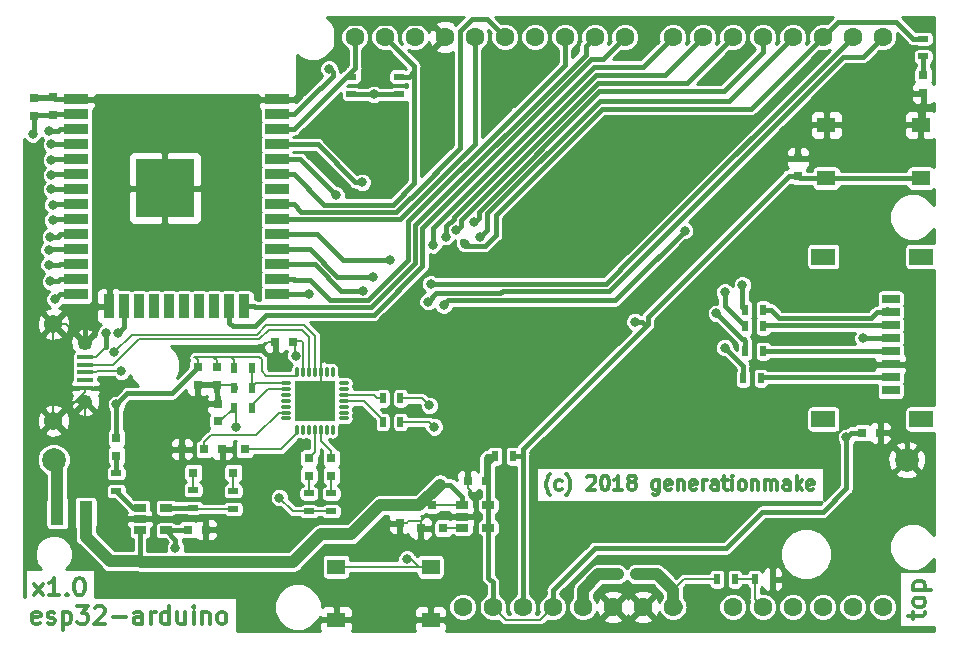
<source format=gtl>
G04 #@! TF.GenerationSoftware,KiCad,Pcbnew,5.0.2-bee76a0~70~ubuntu18.04.1*
G04 #@! TF.CreationDate,2018-12-12T07:55:55+01:00*
G04 #@! TF.ProjectId,esp32-arduino,65737033-322d-4617-9264-75696e6f2e6b,1.0*
G04 #@! TF.SameCoordinates,Original*
G04 #@! TF.FileFunction,Copper,L1,Top*
G04 #@! TF.FilePolarity,Positive*
%FSLAX46Y46*%
G04 Gerber Fmt 4.6, Leading zero omitted, Abs format (unit mm)*
G04 Created by KiCad (PCBNEW 5.0.2-bee76a0~70~ubuntu18.04.1) date Mi 12 Dez 2018 07:55:55 CET*
%MOMM*%
%LPD*%
G01*
G04 APERTURE LIST*
G04 #@! TA.AperFunction,NonConductor*
%ADD10C,0.300000*%
G04 #@! TD*
G04 #@! TA.AperFunction,ComponentPad*
%ADD11C,1.600000*%
G04 #@! TD*
G04 #@! TA.AperFunction,SMDPad,CuDef*
%ADD12R,0.800000X0.750000*%
G04 #@! TD*
G04 #@! TA.AperFunction,ComponentPad*
%ADD13C,2.000000*%
G04 #@! TD*
G04 #@! TA.AperFunction,SMDPad,CuDef*
%ADD14R,0.750000X0.800000*%
G04 #@! TD*
G04 #@! TA.AperFunction,SMDPad,CuDef*
%ADD15R,0.900000X0.500000*%
G04 #@! TD*
G04 #@! TA.AperFunction,SMDPad,CuDef*
%ADD16R,0.797560X0.797560*%
G04 #@! TD*
G04 #@! TA.AperFunction,SMDPad,CuDef*
%ADD17R,1.060000X0.650000*%
G04 #@! TD*
G04 #@! TA.AperFunction,ComponentPad*
%ADD18C,1.550000*%
G04 #@! TD*
G04 #@! TA.AperFunction,ComponentPad*
%ADD19C,1.250000*%
G04 #@! TD*
G04 #@! TA.AperFunction,SMDPad,CuDef*
%ADD20R,1.350000X0.400000*%
G04 #@! TD*
G04 #@! TA.AperFunction,SMDPad,CuDef*
%ADD21R,0.500000X0.900000*%
G04 #@! TD*
G04 #@! TA.AperFunction,SMDPad,CuDef*
%ADD22R,1.675000X1.675000*%
G04 #@! TD*
G04 #@! TA.AperFunction,SMDPad,CuDef*
%ADD23O,0.850000X0.300000*%
G04 #@! TD*
G04 #@! TA.AperFunction,SMDPad,CuDef*
%ADD24O,0.300000X0.850000*%
G04 #@! TD*
G04 #@! TA.AperFunction,SMDPad,CuDef*
%ADD25R,0.900000X2.000000*%
G04 #@! TD*
G04 #@! TA.AperFunction,SMDPad,CuDef*
%ADD26R,2.000000X0.900000*%
G04 #@! TD*
G04 #@! TA.AperFunction,SMDPad,CuDef*
%ADD27R,5.000000X5.000000*%
G04 #@! TD*
G04 #@! TA.AperFunction,SMDPad,CuDef*
%ADD28R,0.800100X0.800100*%
G04 #@! TD*
G04 #@! TA.AperFunction,SMDPad,CuDef*
%ADD29R,1.140460X2.029460*%
G04 #@! TD*
G04 #@! TA.AperFunction,SMDPad,CuDef*
%ADD30R,1.550000X1.300000*%
G04 #@! TD*
G04 #@! TA.AperFunction,SMDPad,CuDef*
%ADD31R,2.000000X1.450000*%
G04 #@! TD*
G04 #@! TA.AperFunction,SMDPad,CuDef*
%ADD32R,1.500000X0.800000*%
G04 #@! TD*
G04 #@! TA.AperFunction,ViaPad*
%ADD33C,0.800000*%
G04 #@! TD*
G04 #@! TA.AperFunction,Conductor*
%ADD34C,0.200000*%
G04 #@! TD*
G04 #@! TA.AperFunction,Conductor*
%ADD35C,0.400000*%
G04 #@! TD*
G04 #@! TA.AperFunction,Conductor*
%ADD36C,1.000000*%
G04 #@! TD*
G04 #@! TA.AperFunction,Conductor*
%ADD37C,0.254000*%
G04 #@! TD*
G04 APERTURE END LIST*
D10*
X120778571Y-128442857D02*
X120778571Y-127871428D01*
X120278571Y-128228571D02*
X121564285Y-128228571D01*
X121707142Y-128157142D01*
X121778571Y-128014285D01*
X121778571Y-127871428D01*
X121778571Y-127157142D02*
X121707142Y-127300000D01*
X121635714Y-127371428D01*
X121492857Y-127442857D01*
X121064285Y-127442857D01*
X120921428Y-127371428D01*
X120850000Y-127300000D01*
X120778571Y-127157142D01*
X120778571Y-126942857D01*
X120850000Y-126800000D01*
X120921428Y-126728571D01*
X121064285Y-126657142D01*
X121492857Y-126657142D01*
X121635714Y-126728571D01*
X121707142Y-126800000D01*
X121778571Y-126942857D01*
X121778571Y-127157142D01*
X120778571Y-126014285D02*
X122278571Y-126014285D01*
X120850000Y-126014285D02*
X120778571Y-125871428D01*
X120778571Y-125585714D01*
X120850000Y-125442857D01*
X120921428Y-125371428D01*
X121064285Y-125300000D01*
X121492857Y-125300000D01*
X121635714Y-125371428D01*
X121707142Y-125442857D01*
X121778571Y-125585714D01*
X121778571Y-125871428D01*
X121707142Y-126014285D01*
X90028571Y-118000000D02*
X89971428Y-117942857D01*
X89857142Y-117771428D01*
X89800000Y-117657142D01*
X89742857Y-117485714D01*
X89685714Y-117200000D01*
X89685714Y-116971428D01*
X89742857Y-116685714D01*
X89800000Y-116514285D01*
X89857142Y-116400000D01*
X89971428Y-116228571D01*
X90028571Y-116171428D01*
X91000000Y-117485714D02*
X90885714Y-117542857D01*
X90657142Y-117542857D01*
X90542857Y-117485714D01*
X90485714Y-117428571D01*
X90428571Y-117314285D01*
X90428571Y-116971428D01*
X90485714Y-116857142D01*
X90542857Y-116800000D01*
X90657142Y-116742857D01*
X90885714Y-116742857D01*
X91000000Y-116800000D01*
X91400000Y-118000000D02*
X91457142Y-117942857D01*
X91571428Y-117771428D01*
X91628571Y-117657142D01*
X91685714Y-117485714D01*
X91742857Y-117200000D01*
X91742857Y-116971428D01*
X91685714Y-116685714D01*
X91628571Y-116514285D01*
X91571428Y-116400000D01*
X91457142Y-116228571D01*
X91400000Y-116171428D01*
X93171428Y-116457142D02*
X93228571Y-116400000D01*
X93342857Y-116342857D01*
X93628571Y-116342857D01*
X93742857Y-116400000D01*
X93800000Y-116457142D01*
X93857142Y-116571428D01*
X93857142Y-116685714D01*
X93800000Y-116857142D01*
X93114285Y-117542857D01*
X93857142Y-117542857D01*
X94600000Y-116342857D02*
X94714285Y-116342857D01*
X94828571Y-116400000D01*
X94885714Y-116457142D01*
X94942857Y-116571428D01*
X95000000Y-116800000D01*
X95000000Y-117085714D01*
X94942857Y-117314285D01*
X94885714Y-117428571D01*
X94828571Y-117485714D01*
X94714285Y-117542857D01*
X94600000Y-117542857D01*
X94485714Y-117485714D01*
X94428571Y-117428571D01*
X94371428Y-117314285D01*
X94314285Y-117085714D01*
X94314285Y-116800000D01*
X94371428Y-116571428D01*
X94428571Y-116457142D01*
X94485714Y-116400000D01*
X94600000Y-116342857D01*
X96142857Y-117542857D02*
X95457142Y-117542857D01*
X95800000Y-117542857D02*
X95800000Y-116342857D01*
X95685714Y-116514285D01*
X95571428Y-116628571D01*
X95457142Y-116685714D01*
X96828571Y-116857142D02*
X96714285Y-116800000D01*
X96657142Y-116742857D01*
X96600000Y-116628571D01*
X96600000Y-116571428D01*
X96657142Y-116457142D01*
X96714285Y-116400000D01*
X96828571Y-116342857D01*
X97057142Y-116342857D01*
X97171428Y-116400000D01*
X97228571Y-116457142D01*
X97285714Y-116571428D01*
X97285714Y-116628571D01*
X97228571Y-116742857D01*
X97171428Y-116800000D01*
X97057142Y-116857142D01*
X96828571Y-116857142D01*
X96714285Y-116914285D01*
X96657142Y-116971428D01*
X96600000Y-117085714D01*
X96600000Y-117314285D01*
X96657142Y-117428571D01*
X96714285Y-117485714D01*
X96828571Y-117542857D01*
X97057142Y-117542857D01*
X97171428Y-117485714D01*
X97228571Y-117428571D01*
X97285714Y-117314285D01*
X97285714Y-117085714D01*
X97228571Y-116971428D01*
X97171428Y-116914285D01*
X97057142Y-116857142D01*
X99228571Y-116742857D02*
X99228571Y-117714285D01*
X99171428Y-117828571D01*
X99114285Y-117885714D01*
X99000000Y-117942857D01*
X98828571Y-117942857D01*
X98714285Y-117885714D01*
X99228571Y-117485714D02*
X99114285Y-117542857D01*
X98885714Y-117542857D01*
X98771428Y-117485714D01*
X98714285Y-117428571D01*
X98657142Y-117314285D01*
X98657142Y-116971428D01*
X98714285Y-116857142D01*
X98771428Y-116800000D01*
X98885714Y-116742857D01*
X99114285Y-116742857D01*
X99228571Y-116800000D01*
X100257142Y-117485714D02*
X100142857Y-117542857D01*
X99914285Y-117542857D01*
X99800000Y-117485714D01*
X99742857Y-117371428D01*
X99742857Y-116914285D01*
X99800000Y-116800000D01*
X99914285Y-116742857D01*
X100142857Y-116742857D01*
X100257142Y-116800000D01*
X100314285Y-116914285D01*
X100314285Y-117028571D01*
X99742857Y-117142857D01*
X100828571Y-116742857D02*
X100828571Y-117542857D01*
X100828571Y-116857142D02*
X100885714Y-116800000D01*
X101000000Y-116742857D01*
X101171428Y-116742857D01*
X101285714Y-116800000D01*
X101342857Y-116914285D01*
X101342857Y-117542857D01*
X102371428Y-117485714D02*
X102257142Y-117542857D01*
X102028571Y-117542857D01*
X101914285Y-117485714D01*
X101857142Y-117371428D01*
X101857142Y-116914285D01*
X101914285Y-116800000D01*
X102028571Y-116742857D01*
X102257142Y-116742857D01*
X102371428Y-116800000D01*
X102428571Y-116914285D01*
X102428571Y-117028571D01*
X101857142Y-117142857D01*
X102942857Y-117542857D02*
X102942857Y-116742857D01*
X102942857Y-116971428D02*
X103000000Y-116857142D01*
X103057142Y-116800000D01*
X103171428Y-116742857D01*
X103285714Y-116742857D01*
X104200000Y-117542857D02*
X104200000Y-116914285D01*
X104142857Y-116800000D01*
X104028571Y-116742857D01*
X103800000Y-116742857D01*
X103685714Y-116800000D01*
X104200000Y-117485714D02*
X104085714Y-117542857D01*
X103800000Y-117542857D01*
X103685714Y-117485714D01*
X103628571Y-117371428D01*
X103628571Y-117257142D01*
X103685714Y-117142857D01*
X103800000Y-117085714D01*
X104085714Y-117085714D01*
X104200000Y-117028571D01*
X104600000Y-116742857D02*
X105057142Y-116742857D01*
X104771428Y-116342857D02*
X104771428Y-117371428D01*
X104828571Y-117485714D01*
X104942857Y-117542857D01*
X105057142Y-117542857D01*
X105457142Y-117542857D02*
X105457142Y-116742857D01*
X105457142Y-116342857D02*
X105400000Y-116400000D01*
X105457142Y-116457142D01*
X105514285Y-116400000D01*
X105457142Y-116342857D01*
X105457142Y-116457142D01*
X106200000Y-117542857D02*
X106085714Y-117485714D01*
X106028571Y-117428571D01*
X105971428Y-117314285D01*
X105971428Y-116971428D01*
X106028571Y-116857142D01*
X106085714Y-116800000D01*
X106200000Y-116742857D01*
X106371428Y-116742857D01*
X106485714Y-116800000D01*
X106542857Y-116857142D01*
X106600000Y-116971428D01*
X106600000Y-117314285D01*
X106542857Y-117428571D01*
X106485714Y-117485714D01*
X106371428Y-117542857D01*
X106200000Y-117542857D01*
X107114285Y-116742857D02*
X107114285Y-117542857D01*
X107114285Y-116857142D02*
X107171428Y-116800000D01*
X107285714Y-116742857D01*
X107457142Y-116742857D01*
X107571428Y-116800000D01*
X107628571Y-116914285D01*
X107628571Y-117542857D01*
X108200000Y-117542857D02*
X108200000Y-116742857D01*
X108200000Y-116857142D02*
X108257142Y-116800000D01*
X108371428Y-116742857D01*
X108542857Y-116742857D01*
X108657142Y-116800000D01*
X108714285Y-116914285D01*
X108714285Y-117542857D01*
X108714285Y-116914285D02*
X108771428Y-116800000D01*
X108885714Y-116742857D01*
X109057142Y-116742857D01*
X109171428Y-116800000D01*
X109228571Y-116914285D01*
X109228571Y-117542857D01*
X110314285Y-117542857D02*
X110314285Y-116914285D01*
X110257142Y-116800000D01*
X110142857Y-116742857D01*
X109914285Y-116742857D01*
X109800000Y-116800000D01*
X110314285Y-117485714D02*
X110200000Y-117542857D01*
X109914285Y-117542857D01*
X109800000Y-117485714D01*
X109742857Y-117371428D01*
X109742857Y-117257142D01*
X109800000Y-117142857D01*
X109914285Y-117085714D01*
X110200000Y-117085714D01*
X110314285Y-117028571D01*
X110885714Y-117542857D02*
X110885714Y-116342857D01*
X111000000Y-117085714D02*
X111342857Y-117542857D01*
X111342857Y-116742857D02*
X110885714Y-117200000D01*
X112314285Y-117485714D02*
X112200000Y-117542857D01*
X111971428Y-117542857D01*
X111857142Y-117485714D01*
X111800000Y-117371428D01*
X111800000Y-116914285D01*
X111857142Y-116800000D01*
X111971428Y-116742857D01*
X112200000Y-116742857D01*
X112314285Y-116800000D01*
X112371428Y-116914285D01*
X112371428Y-117028571D01*
X111800000Y-117142857D01*
X46321428Y-126478571D02*
X47107142Y-125478571D01*
X46321428Y-125478571D02*
X47107142Y-126478571D01*
X48464285Y-126478571D02*
X47607142Y-126478571D01*
X48035714Y-126478571D02*
X48035714Y-124978571D01*
X47892857Y-125192857D01*
X47750000Y-125335714D01*
X47607142Y-125407142D01*
X49107142Y-126335714D02*
X49178571Y-126407142D01*
X49107142Y-126478571D01*
X49035714Y-126407142D01*
X49107142Y-126335714D01*
X49107142Y-126478571D01*
X50107142Y-124978571D02*
X50250000Y-124978571D01*
X50392857Y-125050000D01*
X50464285Y-125121428D01*
X50535714Y-125264285D01*
X50607142Y-125550000D01*
X50607142Y-125907142D01*
X50535714Y-126192857D01*
X50464285Y-126335714D01*
X50392857Y-126407142D01*
X50250000Y-126478571D01*
X50107142Y-126478571D01*
X49964285Y-126407142D01*
X49892857Y-126335714D01*
X49821428Y-126192857D01*
X49750000Y-125907142D01*
X49750000Y-125550000D01*
X49821428Y-125264285D01*
X49892857Y-125121428D01*
X49964285Y-125050000D01*
X50107142Y-124978571D01*
X46828571Y-128807142D02*
X46685714Y-128878571D01*
X46400000Y-128878571D01*
X46257142Y-128807142D01*
X46185714Y-128664285D01*
X46185714Y-128092857D01*
X46257142Y-127950000D01*
X46400000Y-127878571D01*
X46685714Y-127878571D01*
X46828571Y-127950000D01*
X46900000Y-128092857D01*
X46900000Y-128235714D01*
X46185714Y-128378571D01*
X47471428Y-128807142D02*
X47614285Y-128878571D01*
X47900000Y-128878571D01*
X48042857Y-128807142D01*
X48114285Y-128664285D01*
X48114285Y-128592857D01*
X48042857Y-128450000D01*
X47900000Y-128378571D01*
X47685714Y-128378571D01*
X47542857Y-128307142D01*
X47471428Y-128164285D01*
X47471428Y-128092857D01*
X47542857Y-127950000D01*
X47685714Y-127878571D01*
X47900000Y-127878571D01*
X48042857Y-127950000D01*
X48757142Y-127878571D02*
X48757142Y-129378571D01*
X48757142Y-127950000D02*
X48900000Y-127878571D01*
X49185714Y-127878571D01*
X49328571Y-127950000D01*
X49400000Y-128021428D01*
X49471428Y-128164285D01*
X49471428Y-128592857D01*
X49400000Y-128735714D01*
X49328571Y-128807142D01*
X49185714Y-128878571D01*
X48900000Y-128878571D01*
X48757142Y-128807142D01*
X49971428Y-127378571D02*
X50900000Y-127378571D01*
X50400000Y-127950000D01*
X50614285Y-127950000D01*
X50757142Y-128021428D01*
X50828571Y-128092857D01*
X50900000Y-128235714D01*
X50900000Y-128592857D01*
X50828571Y-128735714D01*
X50757142Y-128807142D01*
X50614285Y-128878571D01*
X50185714Y-128878571D01*
X50042857Y-128807142D01*
X49971428Y-128735714D01*
X51471428Y-127521428D02*
X51542857Y-127450000D01*
X51685714Y-127378571D01*
X52042857Y-127378571D01*
X52185714Y-127450000D01*
X52257142Y-127521428D01*
X52328571Y-127664285D01*
X52328571Y-127807142D01*
X52257142Y-128021428D01*
X51400000Y-128878571D01*
X52328571Y-128878571D01*
X52971428Y-128307142D02*
X54114285Y-128307142D01*
X55471428Y-128878571D02*
X55471428Y-128092857D01*
X55400000Y-127950000D01*
X55257142Y-127878571D01*
X54971428Y-127878571D01*
X54828571Y-127950000D01*
X55471428Y-128807142D02*
X55328571Y-128878571D01*
X54971428Y-128878571D01*
X54828571Y-128807142D01*
X54757142Y-128664285D01*
X54757142Y-128521428D01*
X54828571Y-128378571D01*
X54971428Y-128307142D01*
X55328571Y-128307142D01*
X55471428Y-128235714D01*
X56185714Y-128878571D02*
X56185714Y-127878571D01*
X56185714Y-128164285D02*
X56257142Y-128021428D01*
X56328571Y-127950000D01*
X56471428Y-127878571D01*
X56614285Y-127878571D01*
X57757142Y-128878571D02*
X57757142Y-127378571D01*
X57757142Y-128807142D02*
X57614285Y-128878571D01*
X57328571Y-128878571D01*
X57185714Y-128807142D01*
X57114285Y-128735714D01*
X57042857Y-128592857D01*
X57042857Y-128164285D01*
X57114285Y-128021428D01*
X57185714Y-127950000D01*
X57328571Y-127878571D01*
X57614285Y-127878571D01*
X57757142Y-127950000D01*
X59114285Y-127878571D02*
X59114285Y-128878571D01*
X58471428Y-127878571D02*
X58471428Y-128664285D01*
X58542857Y-128807142D01*
X58685714Y-128878571D01*
X58900000Y-128878571D01*
X59042857Y-128807142D01*
X59114285Y-128735714D01*
X59828571Y-128878571D02*
X59828571Y-127878571D01*
X59828571Y-127378571D02*
X59757142Y-127450000D01*
X59828571Y-127521428D01*
X59900000Y-127450000D01*
X59828571Y-127378571D01*
X59828571Y-127521428D01*
X60542857Y-127878571D02*
X60542857Y-128878571D01*
X60542857Y-128021428D02*
X60614285Y-127950000D01*
X60757142Y-127878571D01*
X60971428Y-127878571D01*
X61114285Y-127950000D01*
X61185714Y-128092857D01*
X61185714Y-128878571D01*
X62114285Y-128878571D02*
X61971428Y-128807142D01*
X61900000Y-128735714D01*
X61828571Y-128592857D01*
X61828571Y-128164285D01*
X61900000Y-128021428D01*
X61971428Y-127950000D01*
X62114285Y-127878571D01*
X62328571Y-127878571D01*
X62471428Y-127950000D01*
X62542857Y-128021428D01*
X62614285Y-128164285D01*
X62614285Y-128592857D01*
X62542857Y-128735714D01*
X62471428Y-128807142D01*
X62328571Y-128878571D01*
X62114285Y-128878571D01*
D11*
G04 #@! TO.P,CN1,0*
G04 #@! TO.N,/EXT_RX*
X118200000Y-79200000D03*
G04 #@! TO.P,CN1,8*
G04 #@! TO.N,/ARDUINO_8*
X96356000Y-79200000D03*
G04 #@! TO.P,CN1,9*
G04 #@! TO.N,/ARDUINO_9*
X93816000Y-79200000D03*
G04 #@! TO.P,CN1,10*
G04 #@! TO.N,/SPI_CS_EXT*
X91276000Y-79200000D03*
G04 #@! TO.P,CN1,11*
G04 #@! TO.N,/SPI_MOSI*
X88736000Y-79200000D03*
G04 #@! TO.P,CN1,12*
G04 #@! TO.N,/SPI_MISO*
X86196000Y-79200000D03*
G04 #@! TO.P,CN1,13*
G04 #@! TO.N,/SPI_CLK*
X83656000Y-79200000D03*
G04 #@! TO.P,CN1,14*
G04 #@! TO.N,GND*
X81116000Y-79200000D03*
G04 #@! TO.P,CN1,15*
G04 #@! TO.N,N/C*
X78576000Y-79200000D03*
G04 #@! TO.P,CN1,16*
G04 #@! TO.N,/I2C_SDA*
X76036000Y-79200000D03*
G04 #@! TO.P,CN1,17*
G04 #@! TO.N,/I2C_SCL*
X73496000Y-79200000D03*
G04 #@! TO.P,CN1,1*
G04 #@! TO.N,/EXT_TX*
X115660000Y-79200000D03*
G04 #@! TO.P,CN1,2*
G04 #@! TO.N,/ARDUINO_2*
X113120000Y-79200000D03*
G04 #@! TO.P,CN1,3*
G04 #@! TO.N,/DAC_1*
X110580000Y-79200000D03*
G04 #@! TO.P,CN1,4*
G04 #@! TO.N,/DAC_2*
X108040000Y-79200000D03*
G04 #@! TO.P,CN1,5*
G04 #@! TO.N,/ARDUINO_5*
X105500000Y-79200000D03*
G04 #@! TO.P,CN1,6*
G04 #@! TO.N,/ARDUINO_6*
X102960000Y-79200000D03*
G04 #@! TO.P,CN1,7*
G04 #@! TO.N,/ARDUINO_7*
X100420000Y-79200000D03*
G04 #@! TO.P,CN1,24*
G04 #@! TO.N,+BATT*
X100420000Y-127460000D03*
G04 #@! TO.P,CN1,25*
G04 #@! TO.N,GND*
X97880000Y-127460000D03*
G04 #@! TO.P,CN1,26*
X95340000Y-127460000D03*
G04 #@! TO.P,CN1,27*
G04 #@! TO.N,Net-(CN1-Pad27)*
X92800000Y-127460000D03*
G04 #@! TO.P,CN1,28*
G04 #@! TO.N,+3V3*
X90260000Y-127460000D03*
G04 #@! TO.P,CN1,29*
G04 #@! TO.N,/RESET*
X87720000Y-127460000D03*
G04 #@! TO.P,CN1,30*
G04 #@! TO.N,+3V3*
X85180000Y-127460000D03*
G04 #@! TO.P,CN1,31*
G04 #@! TO.N,N/C*
X82640000Y-127460000D03*
G04 #@! TO.P,CN1,18*
G04 #@! TO.N,/ADC_5*
X118200000Y-127460000D03*
G04 #@! TO.P,CN1,19*
G04 #@! TO.N,/ADC_4*
X115660000Y-127460000D03*
G04 #@! TO.P,CN1,20*
G04 #@! TO.N,/ADC_3*
X113120000Y-127460000D03*
G04 #@! TO.P,CN1,21*
G04 #@! TO.N,/ADC_2*
X110580000Y-127460000D03*
G04 #@! TO.P,CN1,22*
G04 #@! TO.N,/ADC_1*
X108040000Y-127460000D03*
G04 #@! TO.P,CN1,23*
G04 #@! TO.N,/ADC_0*
X105500000Y-127460000D03*
G04 #@! TD*
D12*
G04 #@! TO.P,C6,2*
G04 #@! TO.N,GND*
X66750000Y-105000000D03*
G04 #@! TO.P,C6,1*
G04 #@! TO.N,VIO*
X68250000Y-105000000D03*
G04 #@! TD*
D13*
G04 #@! TO.P,BT1,2*
G04 #@! TO.N,GND*
X120210000Y-115000000D03*
G04 #@! TO.P,BT1,1*
G04 #@! TO.N,Net-(BT1-Pad1)*
X47990000Y-115000000D03*
G04 #@! TD*
D12*
G04 #@! TO.P,C1,2*
G04 #@! TO.N,GND*
X60850000Y-120900000D03*
G04 #@! TO.P,C1,1*
G04 #@! TO.N,VIN*
X59350000Y-120900000D03*
G04 #@! TD*
D14*
G04 #@! TO.P,C2,2*
G04 #@! TO.N,GND*
X77300000Y-120350000D03*
G04 #@! TO.P,C2,1*
G04 #@! TO.N,+BATT*
X77300000Y-118850000D03*
G04 #@! TD*
D15*
G04 #@! TO.P,R1,2*
G04 #@! TO.N,Net-(D1-Pad1)*
X53300000Y-116150000D03*
G04 #@! TO.P,R1,1*
G04 #@! TO.N,Net-(R1-Pad1)*
X53300000Y-117650000D03*
G04 #@! TD*
G04 #@! TO.P,R2,2*
G04 #@! TO.N,/ARDUINO_2*
X121600000Y-79350000D03*
G04 #@! TO.P,R2,1*
G04 #@! TO.N,Net-(D2-Pad2)*
X121600000Y-80850000D03*
G04 #@! TD*
D14*
G04 #@! TO.P,C3,2*
G04 #@! TO.N,GND*
X61800000Y-108650000D03*
G04 #@! TO.P,C3,1*
G04 #@! TO.N,VIN*
X61800000Y-107150000D03*
G04 #@! TD*
G04 #@! TO.P,C4,2*
G04 #@! TO.N,GND*
X60200000Y-108650000D03*
G04 #@! TO.P,C4,1*
G04 #@! TO.N,VIN*
X60200000Y-107150000D03*
G04 #@! TD*
G04 #@! TO.P,C10,2*
G04 #@! TO.N,GND*
X46300000Y-84350000D03*
G04 #@! TO.P,C10,1*
G04 #@! TO.N,+3V3*
X46300000Y-85850000D03*
G04 #@! TD*
G04 #@! TO.P,C11,2*
G04 #@! TO.N,GND*
X47900000Y-84300000D03*
G04 #@! TO.P,C11,1*
G04 #@! TO.N,+3V3*
X47900000Y-85800000D03*
G04 #@! TD*
D16*
G04 #@! TO.P,D1,1*
G04 #@! TO.N,Net-(D1-Pad1)*
X53300000Y-114649300D03*
G04 #@! TO.P,D1,2*
G04 #@! TO.N,VIN*
X53300000Y-113150700D03*
G04 #@! TD*
D17*
G04 #@! TO.P,U2,5*
G04 #@! TO.N,/PROG*
X57500000Y-119050000D03*
G04 #@! TO.P,U2,4*
G04 #@! TO.N,VIN*
X57500000Y-120950000D03*
G04 #@! TO.P,U2,3*
G04 #@! TO.N,+BATT*
X55300000Y-120950000D03*
G04 #@! TO.P,U2,2*
G04 #@! TO.N,GND*
X55300000Y-120000000D03*
G04 #@! TO.P,U2,1*
G04 #@! TO.N,Net-(R1-Pad1)*
X55300000Y-119050000D03*
G04 #@! TD*
D14*
G04 #@! TO.P,C5,2*
G04 #@! TO.N,GND*
X61900000Y-110250000D03*
G04 #@! TO.P,C5,1*
G04 #@! TO.N,VIO*
X61900000Y-111750000D03*
G04 #@! TD*
D12*
G04 #@! TO.P,C7,2*
G04 #@! TO.N,GND*
X83050000Y-116800000D03*
G04 #@! TO.P,C7,1*
G04 #@! TO.N,+3V3*
X84550000Y-116800000D03*
G04 #@! TD*
G04 #@! TO.P,C8,2*
G04 #@! TO.N,GND*
X117950000Y-112700000D03*
G04 #@! TO.P,C8,1*
G04 #@! TO.N,+3V3*
X116450000Y-112700000D03*
G04 #@! TD*
D14*
G04 #@! TO.P,C9,2*
G04 #@! TO.N,GND*
X111000000Y-89450000D03*
G04 #@! TO.P,C9,1*
G04 #@! TO.N,/RESET*
X111000000Y-90950000D03*
G04 #@! TD*
D16*
G04 #@! TO.P,D2,1*
G04 #@! TO.N,GND*
X121600000Y-83949300D03*
G04 #@! TO.P,D2,2*
G04 #@! TO.N,Net-(D2-Pad2)*
X121600000Y-82450700D03*
G04 #@! TD*
G04 #@! TO.P,D3,1*
G04 #@! TO.N,Net-(D3-Pad1)*
X69600000Y-114850700D03*
G04 #@! TO.P,D3,2*
G04 #@! TO.N,Net-(D3-Pad2)*
X69600000Y-116349300D03*
G04 #@! TD*
G04 #@! TO.P,D4,1*
G04 #@! TO.N,Net-(D4-Pad1)*
X71500000Y-114850700D03*
G04 #@! TO.P,D4,2*
G04 #@! TO.N,Net-(D4-Pad2)*
X71500000Y-116349300D03*
G04 #@! TD*
D18*
G04 #@! TO.P,P1,6*
G04 #@! TO.N,GND*
X47962540Y-111700000D03*
X47962540Y-103500000D03*
D19*
X50662540Y-110099100D03*
X50662540Y-105099100D03*
D20*
G04 #@! TO.P,P1,5*
X50662540Y-108899100D03*
G04 #@! TO.P,P1,4*
G04 #@! TO.N,N/C*
X50662540Y-108249100D03*
G04 #@! TO.P,P1,3*
G04 #@! TO.N,Net-(P1-Pad3)*
X50662540Y-107599100D03*
G04 #@! TO.P,P1,2*
G04 #@! TO.N,Net-(P1-Pad2)*
X50662540Y-106949100D03*
G04 #@! TO.P,P1,1*
G04 #@! TO.N,VIN*
X50662540Y-106299100D03*
G04 #@! TD*
D21*
G04 #@! TO.P,R3,2*
G04 #@! TO.N,VIN*
X63250000Y-107200000D03*
G04 #@! TO.P,R3,1*
G04 #@! TO.N,Net-(R3-Pad1)*
X64750000Y-107200000D03*
G04 #@! TD*
G04 #@! TO.P,R4,2*
G04 #@! TO.N,Net-(R3-Pad1)*
X64750000Y-108900000D03*
G04 #@! TO.P,R4,1*
G04 #@! TO.N,GND*
X63250000Y-108900000D03*
G04 #@! TD*
D15*
G04 #@! TO.P,R5,2*
G04 #@! TO.N,/PROG*
X59800000Y-119050000D03*
G04 #@! TO.P,R5,1*
G04 #@! TO.N,Net-(Q1-Pad3)*
X59800000Y-117550000D03*
G04 #@! TD*
D21*
G04 #@! TO.P,R6,2*
G04 #@! TO.N,VIO*
X63250000Y-110600000D03*
G04 #@! TO.P,R6,1*
G04 #@! TO.N,Net-(R6-Pad1)*
X64750000Y-110600000D03*
G04 #@! TD*
D15*
G04 #@! TO.P,R7,2*
G04 #@! TO.N,/PROG*
X63200000Y-119150000D03*
G04 #@! TO.P,R7,1*
G04 #@! TO.N,Net-(Q2-Pad3)*
X63200000Y-117650000D03*
G04 #@! TD*
D21*
G04 #@! TO.P,R8,2*
G04 #@! TO.N,+3V3*
X85350000Y-114700000D03*
G04 #@! TO.P,R8,1*
G04 #@! TO.N,/RESET*
X86850000Y-114700000D03*
G04 #@! TD*
D15*
G04 #@! TO.P,R9,2*
G04 #@! TO.N,VIO*
X69600000Y-119350000D03*
G04 #@! TO.P,R9,1*
G04 #@! TO.N,Net-(D3-Pad2)*
X69600000Y-117850000D03*
G04 #@! TD*
G04 #@! TO.P,R10,2*
G04 #@! TO.N,VIO*
X71500000Y-119350000D03*
G04 #@! TO.P,R10,1*
G04 #@! TO.N,Net-(D4-Pad2)*
X71500000Y-117850000D03*
G04 #@! TD*
D21*
G04 #@! TO.P,R11,2*
G04 #@! TO.N,+BATT*
X97250000Y-124700000D03*
G04 #@! TO.P,R11,1*
G04 #@! TO.N,Net-(CN1-Pad27)*
X95750000Y-124700000D03*
G04 #@! TD*
D22*
G04 #@! TO.P,U4,29*
G04 #@! TO.N,GND*
X70937500Y-109162500D03*
X69262500Y-109162500D03*
X70937500Y-110837500D03*
X69262500Y-110837500D03*
D23*
G04 #@! TO.P,U4,28*
G04 #@! TO.N,N/C*
X72550000Y-108500000D03*
G04 #@! TO.P,U4,27*
X72550000Y-109000000D03*
G04 #@! TO.P,U4,26*
G04 #@! TO.N,/RX_R*
X72550000Y-109500000D03*
G04 #@! TO.P,U4,25*
G04 #@! TO.N,/TX_R*
X72550000Y-110000000D03*
G04 #@! TO.P,U4,24*
G04 #@! TO.N,N/C*
X72550000Y-110500000D03*
G04 #@! TO.P,U4,23*
X72550000Y-111000000D03*
G04 #@! TO.P,U4,22*
X72550000Y-111500000D03*
D24*
G04 #@! TO.P,U4,21*
X71600000Y-112450000D03*
G04 #@! TO.P,U4,20*
X71100000Y-112450000D03*
G04 #@! TO.P,U4,19*
G04 #@! TO.N,Net-(D4-Pad1)*
X70600000Y-112450000D03*
G04 #@! TO.P,U4,18*
G04 #@! TO.N,Net-(D3-Pad1)*
X70100000Y-112450000D03*
G04 #@! TO.P,U4,17*
G04 #@! TO.N,N/C*
X69600000Y-112450000D03*
G04 #@! TO.P,U4,16*
X69100000Y-112450000D03*
G04 #@! TO.P,U4,15*
G04 #@! TO.N,/CHR_500MA*
X68600000Y-112450000D03*
D23*
G04 #@! TO.P,U4,14*
G04 #@! TO.N,N/C*
X67650000Y-111500000D03*
G04 #@! TO.P,U4,13*
G04 #@! TO.N,/CHR_100MA*
X67650000Y-111000000D03*
G04 #@! TO.P,U4,12*
G04 #@! TO.N,N/C*
X67650000Y-110500000D03*
G04 #@! TO.P,U4,11*
X67650000Y-110000000D03*
G04 #@! TO.P,U4,10*
X67650000Y-109500000D03*
G04 #@! TO.P,U4,9*
G04 #@! TO.N,Net-(R6-Pad1)*
X67650000Y-109000000D03*
G04 #@! TO.P,U4,8*
G04 #@! TO.N,Net-(R3-Pad1)*
X67650000Y-108500000D03*
D24*
G04 #@! TO.P,U4,7*
G04 #@! TO.N,VIN*
X68600000Y-107550000D03*
G04 #@! TO.P,U4,6*
G04 #@! TO.N,VIO*
X69100000Y-107550000D03*
G04 #@! TO.P,U4,5*
G04 #@! TO.N,Net-(P1-Pad2)*
X69600000Y-107550000D03*
G04 #@! TO.P,U4,4*
G04 #@! TO.N,Net-(P1-Pad3)*
X70100000Y-107550000D03*
G04 #@! TO.P,U4,3*
G04 #@! TO.N,GND*
X70600000Y-107550000D03*
G04 #@! TO.P,U4,2*
G04 #@! TO.N,N/C*
X71100000Y-107550000D03*
G04 #@! TO.P,U4,1*
X71600000Y-107550000D03*
G04 #@! TD*
D25*
G04 #@! TO.P,U5,24*
G04 #@! TO.N,/ARDUINO_9*
X64115000Y-102000000D03*
G04 #@! TO.P,U5,23*
G04 #@! TO.N,/ARDUINO_8*
X62845000Y-102000000D03*
G04 #@! TO.P,U5,22*
G04 #@! TO.N,N/C*
X61575000Y-102000000D03*
G04 #@! TO.P,U5,21*
X60305000Y-102000000D03*
G04 #@! TO.P,U5,20*
X59035000Y-102000000D03*
G04 #@! TO.P,U5,15*
G04 #@! TO.N,GND*
X52685000Y-102000000D03*
G04 #@! TO.P,U5,16*
G04 #@! TO.N,/ARDUINO_7*
X53955000Y-102000000D03*
G04 #@! TO.P,U5,17*
G04 #@! TO.N,N/C*
X55225000Y-102000000D03*
G04 #@! TO.P,U5,18*
X56495000Y-102000000D03*
G04 #@! TO.P,U5,19*
X57765000Y-102000000D03*
D26*
G04 #@! TO.P,U5,25*
G04 #@! TO.N,/BOOT*
X66900000Y-101000000D03*
G04 #@! TO.P,U5,26*
G04 #@! TO.N,/SPI_CS_EXT*
X66900000Y-99730000D03*
G04 #@! TO.P,U5,27*
G04 #@! TO.N,/EXT_RX*
X66900000Y-98460000D03*
G04 #@! TO.P,U5,28*
G04 #@! TO.N,/EXT_TX*
X66900000Y-97190000D03*
G04 #@! TO.P,U5,29*
G04 #@! TO.N,/SPI_CS_SD*
X66900000Y-95920000D03*
G04 #@! TO.P,U5,30*
G04 #@! TO.N,/SPI_CLK*
X66900000Y-94650000D03*
G04 #@! TO.P,U5,31*
G04 #@! TO.N,/SPI_MISO*
X66900000Y-93380000D03*
G04 #@! TO.P,U5,38*
G04 #@! TO.N,GND*
X66900000Y-84490000D03*
G04 #@! TO.P,U5,37*
G04 #@! TO.N,/SPI_MOSI*
X66900000Y-85760000D03*
G04 #@! TO.P,U5,36*
G04 #@! TO.N,/I2C_SCL*
X66900000Y-87030000D03*
G04 #@! TO.P,U5,35*
G04 #@! TO.N,/TX*
X66900000Y-88300000D03*
G04 #@! TO.P,U5,34*
G04 #@! TO.N,/RX*
X66900000Y-89570000D03*
G04 #@! TO.P,U5,33*
G04 #@! TO.N,/I2C_SDA*
X66900000Y-90840000D03*
G04 #@! TO.P,U5,32*
G04 #@! TO.N,N/C*
X66900000Y-92110000D03*
G04 #@! TO.P,U5,14*
G04 #@! TO.N,/ARDUINO_6*
X49900000Y-101000000D03*
G04 #@! TO.P,U5,13*
G04 #@! TO.N,/ARDUINO_5*
X49900000Y-99730000D03*
G04 #@! TO.P,U5,12*
G04 #@! TO.N,/ARDUINO_2*
X49900000Y-98460000D03*
G04 #@! TO.P,U5,11*
G04 #@! TO.N,/DAC_2*
X49900000Y-97190000D03*
G04 #@! TO.P,U5,10*
G04 #@! TO.N,/DAC_1*
X49900000Y-95920000D03*
G04 #@! TO.P,U5,9*
G04 #@! TO.N,/ADC_1*
X49900000Y-94650000D03*
G04 #@! TO.P,U5,8*
G04 #@! TO.N,/ADC_0*
X49900000Y-93380000D03*
G04 #@! TO.P,U5,1*
G04 #@! TO.N,GND*
X49900000Y-84490000D03*
G04 #@! TO.P,U5,2*
G04 #@! TO.N,+3V3*
X49900000Y-85760000D03*
G04 #@! TO.P,U5,3*
G04 #@! TO.N,/RESET*
X49900000Y-87030000D03*
G04 #@! TO.P,U5,4*
G04 #@! TO.N,/ADC_4*
X49900000Y-88300000D03*
G04 #@! TO.P,U5,5*
G04 #@! TO.N,/ADC_5*
X49900000Y-89570000D03*
G04 #@! TO.P,U5,6*
G04 #@! TO.N,/ADC_2*
X49900000Y-90840000D03*
G04 #@! TO.P,U5,7*
G04 #@! TO.N,/ADC_3*
X49900000Y-92110000D03*
D27*
G04 #@! TO.P,U5,39*
G04 #@! TO.N,GND*
X57400000Y-91990000D03*
G04 #@! TD*
D28*
G04 #@! TO.P,Q1,3*
G04 #@! TO.N,Net-(Q1-Pad3)*
X59800000Y-116098220D03*
G04 #@! TO.P,Q1,2*
G04 #@! TO.N,GND*
X58850000Y-114099240D03*
G04 #@! TO.P,Q1,1*
G04 #@! TO.N,/CHR_100MA*
X60750000Y-114099240D03*
G04 #@! TD*
G04 #@! TO.P,Q2,3*
G04 #@! TO.N,Net-(Q2-Pad3)*
X63200000Y-116098220D03*
G04 #@! TO.P,Q2,2*
G04 #@! TO.N,GND*
X62250000Y-114099240D03*
G04 #@! TO.P,Q2,1*
G04 #@! TO.N,/CHR_500MA*
X64150000Y-114099240D03*
G04 #@! TD*
D29*
G04 #@! TO.P,F1,2*
G04 #@! TO.N,Net-(BT1-Pad1)*
X48296040Y-119500000D03*
G04 #@! TO.P,F1,1*
G04 #@! TO.N,+BATT*
X50703960Y-119500000D03*
G04 #@! TD*
D28*
G04 #@! TO.P,U1,3*
G04 #@! TO.N,+BATT*
X80000000Y-118801780D03*
G04 #@! TO.P,U1,2*
G04 #@! TO.N,Net-(U1-Pad2)*
X80950000Y-120800760D03*
G04 #@! TO.P,U1,1*
G04 #@! TO.N,GND*
X79050000Y-120800760D03*
G04 #@! TD*
D17*
G04 #@! TO.P,U3,5*
G04 #@! TO.N,+3V3*
X84800000Y-118850000D03*
G04 #@! TO.P,U3,4*
X84800000Y-120750000D03*
G04 #@! TO.P,U3,3*
G04 #@! TO.N,Net-(U1-Pad2)*
X82600000Y-120750000D03*
G04 #@! TO.P,U3,2*
G04 #@! TO.N,GND*
X82600000Y-119800000D03*
G04 #@! TO.P,U3,1*
G04 #@! TO.N,+BATT*
X82600000Y-118850000D03*
G04 #@! TD*
D30*
G04 #@! TO.P,SW1,4*
G04 #@! TO.N,GND*
X79900000Y-128550000D03*
G04 #@! TO.P,SW1,3*
G04 #@! TO.N,/BOOT*
X79900000Y-124050000D03*
G04 #@! TO.P,SW1,2*
G04 #@! TO.N,GND*
X71900000Y-128550000D03*
G04 #@! TO.P,SW1,1*
G04 #@! TO.N,/BOOT*
X71900000Y-124050000D03*
G04 #@! TD*
G04 #@! TO.P,SW2,4*
G04 #@! TO.N,/RESET*
X121400000Y-91150000D03*
G04 #@! TO.P,SW2,3*
G04 #@! TO.N,GND*
X121400000Y-86650000D03*
G04 #@! TO.P,SW2,2*
G04 #@! TO.N,/RESET*
X113400000Y-91150000D03*
G04 #@! TO.P,SW2,1*
G04 #@! TO.N,GND*
X113400000Y-86650000D03*
G04 #@! TD*
D31*
G04 #@! TO.P,CON1,0*
G04 #@! TO.N,N/C*
X113150000Y-111550000D03*
X121450000Y-111550000D03*
X121450000Y-97800000D03*
X113150000Y-97800000D03*
D32*
G04 #@! TO.P,CON1,8*
X118850000Y-109100000D03*
G04 #@! TO.P,CON1,7*
G04 #@! TO.N,/SPI_MISO_R*
X118850000Y-108000000D03*
G04 #@! TO.P,CON1,6*
G04 #@! TO.N,GND*
X118850000Y-106900000D03*
G04 #@! TO.P,CON1,5*
G04 #@! TO.N,/SPI_CLK_R*
X118850000Y-105800000D03*
G04 #@! TO.P,CON1,4*
G04 #@! TO.N,+3V3*
X118850000Y-104700000D03*
G04 #@! TO.P,CON1,3*
G04 #@! TO.N,/SPI_MOSI_R*
X118850000Y-103600000D03*
G04 #@! TO.P,CON1,2*
G04 #@! TO.N,/SPI_CS_SD_R*
X118850000Y-102500000D03*
G04 #@! TO.P,CON1,1*
G04 #@! TO.N,N/C*
X118850000Y-101400000D03*
G04 #@! TD*
D21*
G04 #@! TO.P,R12,1*
G04 #@! TO.N,/SPI_CS_SD_R*
X108050000Y-102300000D03*
G04 #@! TO.P,R12,2*
G04 #@! TO.N,/SPI_CS_SD*
X106550000Y-102300000D03*
G04 #@! TD*
G04 #@! TO.P,R13,2*
G04 #@! TO.N,/SPI_MOSI*
X106550000Y-103700000D03*
G04 #@! TO.P,R13,1*
G04 #@! TO.N,/SPI_MOSI_R*
X108050000Y-103700000D03*
G04 #@! TD*
G04 #@! TO.P,R14,1*
G04 #@! TO.N,/SPI_CLK_R*
X108050000Y-105800000D03*
G04 #@! TO.P,R14,2*
G04 #@! TO.N,/SPI_CLK*
X106550000Y-105800000D03*
G04 #@! TD*
G04 #@! TO.P,R15,2*
G04 #@! TO.N,/SPI_MISO*
X106350000Y-108100000D03*
G04 #@! TO.P,R15,1*
G04 #@! TO.N,/SPI_MISO_R*
X107850000Y-108100000D03*
G04 #@! TD*
G04 #@! TO.P,R16,1*
G04 #@! TO.N,/TX_R*
X75850000Y-111800000D03*
G04 #@! TO.P,R16,2*
G04 #@! TO.N,/TX*
X77350000Y-111800000D03*
G04 #@! TD*
G04 #@! TO.P,R17,2*
G04 #@! TO.N,/RX*
X77350000Y-109800000D03*
G04 #@! TO.P,R17,1*
G04 #@! TO.N,/RX_R*
X75850000Y-109800000D03*
G04 #@! TD*
D15*
G04 #@! TO.P,R18,1*
G04 #@! TO.N,/I2C_SCL*
X73200000Y-82550000D03*
G04 #@! TO.P,R18,2*
G04 #@! TO.N,+3V3*
X73200000Y-84050000D03*
G04 #@! TD*
G04 #@! TO.P,R19,2*
G04 #@! TO.N,+3V3*
X77200000Y-84050000D03*
G04 #@! TO.P,R19,1*
G04 #@! TO.N,/I2C_SDA*
X77200000Y-82550000D03*
G04 #@! TD*
D21*
G04 #@! TO.P,R20,1*
G04 #@! TO.N,/ADC_1*
X105650000Y-125100000D03*
G04 #@! TO.P,R20,2*
G04 #@! TO.N,+BATT*
X104150000Y-125100000D03*
G04 #@! TD*
G04 #@! TO.P,R21,2*
G04 #@! TO.N,/ADC_1*
X107350000Y-125100000D03*
G04 #@! TO.P,R21,1*
G04 #@! TO.N,GND*
X108850000Y-125100000D03*
G04 #@! TD*
D33*
G04 #@! TO.N,GND*
X60100000Y-110000000D03*
X71400000Y-104500000D03*
X66700000Y-106600000D03*
X117900000Y-95000000D03*
X117600000Y-89100000D03*
X53800000Y-84490000D03*
X58900000Y-84490000D03*
X76600000Y-90600000D03*
X80300000Y-83900000D03*
X89800000Y-81500000D03*
X105200000Y-81800000D03*
X100900000Y-89500000D03*
X69300000Y-109162500D03*
X69262500Y-110837500D03*
X70937500Y-110837500D03*
X70937500Y-109162500D03*
X53100000Y-120000000D03*
X81000000Y-122100000D03*
X75700000Y-122100000D03*
X75900000Y-128550000D03*
X103200000Y-128600000D03*
X89200000Y-114700000D03*
X87700000Y-111800000D03*
X121300000Y-78000000D03*
G04 #@! TO.N,VIO*
X67100000Y-118200000D03*
X63400000Y-112200000D03*
X68507475Y-106192525D03*
G04 #@! TO.N,/RESET*
X47600000Y-87200000D03*
X97200000Y-103300000D03*
G04 #@! TO.N,VIN*
X52400000Y-104300000D03*
X58300000Y-122500000D03*
X53300000Y-110300000D03*
G04 #@! TO.N,+3V3*
X46200000Y-87400000D03*
X116500000Y-104700000D03*
X115100000Y-113100000D03*
X75100000Y-84050000D03*
G04 #@! TO.N,/BOOT*
X69600000Y-101000000D03*
X77900000Y-123400000D03*
G04 #@! TO.N,+BATT*
X80700000Y-117100000D03*
G04 #@! TO.N,/EXT_RX*
X74200000Y-100700000D03*
X79700000Y-101600000D03*
G04 #@! TO.N,/SPI_MOSI*
X104800000Y-100800000D03*
X71300000Y-81900000D03*
G04 #@! TO.N,/SPI_MISO*
X104800000Y-105500000D03*
G04 #@! TO.N,/SPI_CLK*
X104100000Y-102600000D03*
G04 #@! TO.N,/EXT_TX*
X75000000Y-99500000D03*
X79900000Y-100100000D03*
G04 #@! TO.N,/ARDUINO_2*
X47600000Y-98500000D03*
X82800000Y-96700000D03*
G04 #@! TO.N,/DAC_1*
X47700000Y-96100000D03*
X84100000Y-96100000D03*
G04 #@! TO.N,/DAC_2*
X47600000Y-97200000D03*
X83607746Y-94897446D03*
G04 #@! TO.N,/ARDUINO_5*
X47700000Y-99900000D03*
X82048000Y-95570000D03*
G04 #@! TO.N,/ARDUINO_6*
X48100000Y-101400000D03*
X81200000Y-96100000D03*
G04 #@! TO.N,/ARDUINO_7*
X53400000Y-104300000D03*
X80100000Y-96800000D03*
G04 #@! TO.N,/ADC_5*
X47800000Y-89600000D03*
G04 #@! TO.N,/ADC_4*
X47800000Y-88300000D03*
G04 #@! TO.N,/ADC_3*
X47800000Y-92100000D03*
G04 #@! TO.N,/ADC_2*
X47800000Y-90900000D03*
G04 #@! TO.N,/ADC_1*
X47900000Y-94700000D03*
G04 #@! TO.N,/ADC_0*
X47900000Y-93400000D03*
G04 #@! TO.N,Net-(P1-Pad3)*
X53700000Y-107500000D03*
X53105025Y-105905025D03*
G04 #@! TO.N,/TX*
X74100000Y-91500000D03*
X80200000Y-112200000D03*
G04 #@! TO.N,/RX*
X71900000Y-92600000D03*
X79800000Y-110400000D03*
G04 #@! TO.N,/SPI_CS_SD*
X76500000Y-98100000D03*
X101400000Y-95600000D03*
X106300000Y-100200000D03*
X81000000Y-101900000D03*
G04 #@! TD*
D34*
G04 #@! TO.N,GND*
X83330000Y-119800000D02*
X83700000Y-119430000D01*
X82600000Y-119800000D02*
X83330000Y-119800000D01*
X83050000Y-117375000D02*
X83050000Y-116800000D01*
X83700000Y-118025000D02*
X83050000Y-117375000D01*
X83700000Y-119430000D02*
X83700000Y-118025000D01*
X79050000Y-120200710D02*
X79050000Y-120800760D01*
X79450710Y-119800000D02*
X79050000Y-120200710D01*
X82600000Y-119800000D02*
X79450710Y-119800000D01*
X78024290Y-120200710D02*
X79050000Y-120200710D01*
X77875000Y-120350000D02*
X78024290Y-120200710D01*
X77300000Y-120350000D02*
X77875000Y-120350000D01*
X58850000Y-114699290D02*
X59250710Y-115100000D01*
X58850000Y-114099240D02*
X58850000Y-114699290D01*
X62200000Y-114749290D02*
X62200000Y-115100000D01*
X62250000Y-114699290D02*
X62200000Y-114749290D01*
X62250000Y-114099240D02*
X62250000Y-114699290D01*
X60200000Y-108650000D02*
X61800000Y-108650000D01*
X63000000Y-108650000D02*
X63250000Y-108900000D01*
X61800000Y-108650000D02*
X63000000Y-108650000D01*
X61900000Y-108750000D02*
X61800000Y-108650000D01*
X61900000Y-110250000D02*
X61900000Y-108750000D01*
X60100000Y-108750000D02*
X60200000Y-108650000D01*
X60100000Y-110000000D02*
X60100000Y-108750000D01*
X70600000Y-107550000D02*
X70600000Y-105300000D01*
X70600000Y-105300000D02*
X71400000Y-104500000D01*
X70600000Y-108825000D02*
X70937500Y-109162500D01*
X70600000Y-107550000D02*
X70600000Y-108825000D01*
X70300000Y-110837500D02*
X69262500Y-110837500D01*
X70600000Y-110537500D02*
X70937500Y-110837500D01*
X70600000Y-107550000D02*
X70600000Y-110537500D01*
X70300000Y-109162500D02*
X69300000Y-109162500D01*
X70600000Y-108862500D02*
X70300000Y-109162500D01*
X70600000Y-107550000D02*
X70600000Y-108862500D01*
X70600000Y-110500000D02*
X70937500Y-110837500D01*
X70600000Y-107550000D02*
X70600000Y-110500000D01*
X66150000Y-105000000D02*
X65850000Y-105300000D01*
X66750000Y-105000000D02*
X66150000Y-105000000D01*
D35*
X60725000Y-120000000D02*
X60850000Y-120125000D01*
X60850000Y-120125000D02*
X60850000Y-120900000D01*
D34*
X59400000Y-115100000D02*
X57600000Y-115100000D01*
X59400000Y-115100000D02*
X62200000Y-115100000D01*
X59250710Y-115100000D02*
X59400000Y-115100000D01*
X56400000Y-116300000D02*
X56400000Y-120000000D01*
X57600000Y-115100000D02*
X56400000Y-116300000D01*
D35*
X55300000Y-120000000D02*
X56400000Y-120000000D01*
X56400000Y-120000000D02*
X60725000Y-120000000D01*
D34*
X56400000Y-116300000D02*
X55200000Y-116300000D01*
X55200000Y-116300000D02*
X54700000Y-116800000D01*
X54700000Y-116800000D02*
X51600000Y-116800000D01*
X50662540Y-115862540D02*
X50662540Y-110099100D01*
X51600000Y-116800000D02*
X50662540Y-115862540D01*
X48261640Y-111700000D02*
X47962540Y-111700000D01*
X50662540Y-109299100D02*
X48261640Y-111700000D01*
X50662540Y-108899100D02*
X50662540Y-109299100D01*
X49563440Y-110099100D02*
X47962540Y-111700000D01*
X50662540Y-110099100D02*
X49563440Y-110099100D01*
X47962540Y-110603985D02*
X47962540Y-103500000D01*
X47962540Y-111700000D02*
X47962540Y-110603985D01*
X49063440Y-103500000D02*
X47962540Y-103500000D01*
X50662540Y-105099100D02*
X49063440Y-103500000D01*
X61900000Y-110250000D02*
X60350000Y-110250000D01*
X58850000Y-111750000D02*
X58850000Y-114099240D01*
X60350000Y-110250000D02*
X58850000Y-111750000D01*
D35*
X60200000Y-92000000D02*
X57300000Y-92000000D01*
X48090000Y-84490000D02*
X47900000Y-84300000D01*
X49900000Y-84490000D02*
X48090000Y-84490000D01*
X46350000Y-84300000D02*
X46300000Y-84350000D01*
X47900000Y-84300000D02*
X46350000Y-84300000D01*
X49900000Y-84490000D02*
X51300000Y-84490000D01*
X57400000Y-91990000D02*
X57400000Y-84490000D01*
X51300000Y-84490000D02*
X53800000Y-84490000D01*
X57400000Y-84490000D02*
X58900000Y-84490000D01*
X54500000Y-91990000D02*
X57400000Y-91990000D01*
X52685000Y-93805000D02*
X54500000Y-91990000D01*
X52685000Y-102000000D02*
X52685000Y-93805000D01*
D34*
X65299999Y-105300001D02*
X64900000Y-105700000D01*
X65850000Y-105300000D02*
X65299999Y-105300001D01*
D35*
X121600000Y-86450000D02*
X121400000Y-86650000D01*
X121600000Y-83949300D02*
X121600000Y-86450000D01*
X121400000Y-86650000D02*
X120225000Y-86650000D01*
X111000000Y-88650000D02*
X111000000Y-89450000D01*
X111000000Y-87875000D02*
X111000000Y-88650000D01*
X112225000Y-86650000D02*
X111000000Y-87875000D01*
X113400000Y-86650000D02*
X112225000Y-86650000D01*
D34*
X84079999Y-128179999D02*
X84900000Y-129000000D01*
X84079999Y-127179999D02*
X84079999Y-128179999D01*
X83700000Y-119430000D02*
X83700000Y-126800000D01*
X96340000Y-129000000D02*
X97880000Y-127460000D01*
X83700000Y-126800000D02*
X84079999Y-127179999D01*
X80875000Y-128550000D02*
X81200000Y-128875000D01*
X79900000Y-128550000D02*
X80875000Y-128550000D01*
X81200000Y-128875000D02*
X84875000Y-128875000D01*
X84900000Y-129000000D02*
X85000000Y-129000000D01*
X84875000Y-128875000D02*
X85000000Y-129000000D01*
X85000000Y-129000000D02*
X96340000Y-129000000D01*
X72875000Y-128550000D02*
X75900000Y-128550000D01*
X71900000Y-128550000D02*
X72875000Y-128550000D01*
D35*
X120210000Y-115000000D02*
X120210000Y-113585787D01*
X119400000Y-111154998D02*
X121300000Y-109254998D01*
X119400000Y-112775787D02*
X119400000Y-111154998D01*
X121300000Y-100500000D02*
X117900000Y-97100000D01*
X117900000Y-97100000D02*
X117900000Y-95000000D01*
X118300000Y-87834315D02*
X118300000Y-86650000D01*
X117600000Y-88534315D02*
X118300000Y-87834315D01*
X117600000Y-89100000D02*
X117600000Y-88534315D01*
X120225000Y-86650000D02*
X118300000Y-86650000D01*
X118300000Y-86650000D02*
X113400000Y-86650000D01*
X121100000Y-106900000D02*
X121300000Y-107100000D01*
X118850000Y-106900000D02*
X121100000Y-106900000D01*
X121300000Y-109254998D02*
X121300000Y-107100000D01*
X121300000Y-107100000D02*
X121300000Y-100500000D01*
X119125787Y-113075787D02*
X119700000Y-113075787D01*
X118750000Y-112700000D02*
X119125787Y-113075787D01*
X117950000Y-112700000D02*
X118750000Y-112700000D01*
X120210000Y-113585787D02*
X119700000Y-113075787D01*
X119700000Y-113075787D02*
X119400000Y-112775787D01*
X80316001Y-78400001D02*
X80000001Y-78400001D01*
X81116000Y-79200000D02*
X80316001Y-78400001D01*
X79599999Y-77999999D02*
X72599999Y-77999999D01*
X80000001Y-78400001D02*
X79599999Y-77999999D01*
X71927501Y-78672497D02*
X71927501Y-80172499D01*
X72599999Y-77999999D02*
X71927501Y-78672497D01*
X67450000Y-84490000D02*
X66900000Y-84490000D01*
X71927501Y-80172499D02*
X71843499Y-80172499D01*
X71799999Y-104899999D02*
X79199999Y-104899999D01*
X71400000Y-104500000D02*
X71799999Y-104899999D01*
X83050000Y-108750000D02*
X83050000Y-116800000D01*
X79199999Y-104899999D02*
X83050000Y-108750000D01*
X50662540Y-103172460D02*
X50662540Y-105099100D01*
X52685000Y-102000000D02*
X51835000Y-102000000D01*
X51835000Y-102000000D02*
X50662540Y-103172460D01*
X99620000Y-129200000D02*
X97880000Y-127460000D01*
X100800000Y-129200000D02*
X99620000Y-129200000D01*
X115100000Y-120110000D02*
X120210000Y-115000000D01*
X115100000Y-120700000D02*
X115100000Y-120110000D01*
X53800000Y-84490000D02*
X57400000Y-84490000D01*
X58900000Y-84490000D02*
X63200000Y-84490000D01*
X63200000Y-84490000D02*
X66900000Y-84490000D01*
D34*
X69300000Y-109162500D02*
X69262500Y-109162500D01*
X69262500Y-110837500D02*
X69262500Y-110837500D01*
X70937500Y-110837500D02*
X70300000Y-110837500D01*
X70937500Y-109162500D02*
X70937500Y-109162500D01*
X75900000Y-128550000D02*
X79900000Y-128550000D01*
X108850000Y-125100000D02*
X108850000Y-122850000D01*
X108850000Y-122850000D02*
X111000000Y-120700000D01*
D35*
X109300000Y-120700000D02*
X111000000Y-120700000D01*
X111000000Y-120700000D02*
X115100000Y-120700000D01*
D34*
G04 #@! TO.N,VIO*
X62100000Y-111750000D02*
X63250000Y-110600000D01*
X61900000Y-111750000D02*
X62100000Y-111750000D01*
X68975000Y-104950000D02*
X68400000Y-104950000D01*
X69100000Y-105075000D02*
X68975000Y-104950000D01*
X69100000Y-107550000D02*
X69100000Y-105075000D01*
X71500000Y-119350000D02*
X69600000Y-119350000D01*
X69600000Y-119350000D02*
X68250000Y-119350000D01*
X68250000Y-119350000D02*
X67100000Y-118200000D01*
X63400000Y-110750000D02*
X63250000Y-110600000D01*
X63400000Y-112200000D02*
X63400000Y-110750000D01*
X68400000Y-104950000D02*
X68400000Y-106100000D01*
X68400000Y-106100000D02*
X68492525Y-106192525D01*
X68492525Y-106192525D02*
X68507475Y-106192525D01*
D35*
G04 #@! TO.N,/RESET*
X120225000Y-91150000D02*
X113400000Y-91150000D01*
X121400000Y-91150000D02*
X120225000Y-91150000D01*
X111200000Y-91150000D02*
X111000000Y-90950000D01*
X113400000Y-91150000D02*
X111200000Y-91150000D01*
X48500000Y-87030000D02*
X48330000Y-87200000D01*
X49900000Y-87030000D02*
X48500000Y-87030000D01*
X48330000Y-87200000D02*
X47600000Y-87200000D01*
X97765685Y-103300000D02*
X97965685Y-103500000D01*
X97200000Y-103300000D02*
X97765685Y-103300000D01*
X87720000Y-114080000D02*
X98300000Y-103500000D01*
X97965685Y-103500000D02*
X98300000Y-103500000D01*
X87720000Y-127460000D02*
X87720000Y-117100000D01*
X87520000Y-114700000D02*
X87720000Y-114500000D01*
X86850000Y-114700000D02*
X87520000Y-114700000D01*
X87720000Y-117100000D02*
X87720000Y-114500000D01*
X87720000Y-114500000D02*
X87720000Y-114080000D01*
X98300000Y-102875000D02*
X98300000Y-103500000D01*
X110225000Y-90950000D02*
X98300000Y-102875000D01*
X111000000Y-90950000D02*
X110225000Y-90950000D01*
D34*
G04 #@! TO.N,VIN*
X60200000Y-106550000D02*
X59950000Y-106300000D01*
X59950000Y-106300000D02*
X59900000Y-106300000D01*
X60200000Y-107150000D02*
X60200000Y-106550000D01*
X61600000Y-106350000D02*
X61600000Y-106300000D01*
X61800000Y-106550000D02*
X61600000Y-106350000D01*
X61800000Y-107150000D02*
X61800000Y-106550000D01*
X62938440Y-106300000D02*
X61600000Y-106300000D01*
X61600000Y-106300000D02*
X59900000Y-106300000D01*
X63000000Y-106300000D02*
X62938440Y-106300000D01*
X63250000Y-106550000D02*
X63000000Y-106300000D01*
X63250000Y-107200000D02*
X63250000Y-106550000D01*
X51537540Y-106299100D02*
X52400000Y-105436640D01*
X50662540Y-106299100D02*
X51537540Y-106299100D01*
D35*
X52400000Y-105436640D02*
X52400000Y-104300000D01*
X58300000Y-121750000D02*
X57500000Y-120950000D01*
X58300000Y-122500000D02*
X58300000Y-121750000D01*
X59300000Y-120950000D02*
X59350000Y-120900000D01*
X57500000Y-120950000D02*
X59300000Y-120950000D01*
X60200000Y-107175000D02*
X58000000Y-109375000D01*
X60200000Y-107150000D02*
X60200000Y-107175000D01*
X58000000Y-109375000D02*
X54225000Y-109375000D01*
X54225000Y-109375000D02*
X53300000Y-110300000D01*
X53300000Y-113150700D02*
X53300000Y-110300000D01*
D34*
X68600000Y-107550000D02*
X68600000Y-107700000D01*
X68600000Y-107700000D02*
X68400000Y-107900000D01*
X68400000Y-107900000D02*
X66000000Y-107900000D01*
X66000000Y-107900000D02*
X65600000Y-107500000D01*
X65600000Y-106500000D02*
X65400000Y-106300000D01*
X65600000Y-107500000D02*
X65600000Y-106500000D01*
X63000000Y-106300000D02*
X65400000Y-106300000D01*
G04 #@! TO.N,+3V3*
X84800000Y-127080000D02*
X85180000Y-127460000D01*
X84800000Y-117050000D02*
X84550000Y-116800000D01*
X84800000Y-118850000D02*
X84800000Y-117050000D01*
X85979999Y-128259999D02*
X85180000Y-127460000D01*
X86280001Y-128560001D02*
X85979999Y-128259999D01*
X89159999Y-128560001D02*
X86280001Y-128560001D01*
X90260000Y-127460000D02*
X89159999Y-128560001D01*
D35*
X47940000Y-85760000D02*
X47900000Y-85800000D01*
X49900000Y-85760000D02*
X47940000Y-85760000D01*
X46350000Y-85800000D02*
X46300000Y-85850000D01*
X47900000Y-85800000D02*
X46350000Y-85800000D01*
X46300000Y-85850000D02*
X46300000Y-87300000D01*
X46300000Y-87300000D02*
X46200000Y-87400000D01*
X84550000Y-114850000D02*
X84550000Y-114900000D01*
X84700000Y-114700000D02*
X84550000Y-114850000D01*
X85350000Y-114700000D02*
X84700000Y-114700000D01*
X84550000Y-114900000D02*
X84550000Y-116800000D01*
X118850000Y-104700000D02*
X116500000Y-104700000D01*
X116450000Y-112700000D02*
X115500000Y-112700000D01*
X115500000Y-112700000D02*
X115100000Y-113100000D01*
X85180000Y-127460000D02*
X85180000Y-125380000D01*
X84800000Y-125000000D02*
X84800000Y-120750000D01*
X85180000Y-125380000D02*
X84800000Y-125000000D01*
X84800000Y-120750000D02*
X84800000Y-118850000D01*
X84800000Y-115250000D02*
X85350000Y-114700000D01*
X84800000Y-118850000D02*
X84800000Y-115250000D01*
X90260000Y-126040000D02*
X90260000Y-127460000D01*
X115100000Y-117400000D02*
X113100000Y-119400000D01*
X104900000Y-122500000D02*
X93800000Y-122500000D01*
X115100000Y-113100000D02*
X115100000Y-117400000D01*
X108000000Y-119400000D02*
X104900000Y-122500000D01*
X113100000Y-119400000D02*
X108000000Y-119400000D01*
X93800000Y-122500000D02*
X90260000Y-126040000D01*
X77200000Y-84050000D02*
X76350000Y-84050000D01*
X73200000Y-84050000D02*
X75100000Y-84050000D01*
X76350000Y-84050000D02*
X75100000Y-84050000D01*
D34*
G04 #@! TO.N,Net-(Q1-Pad3)*
X59800000Y-117550000D02*
X59800000Y-116098220D01*
D35*
G04 #@! TO.N,Net-(CN1-Pad27)*
X92800000Y-127460000D02*
X92800000Y-127100000D01*
D36*
X92800000Y-127460000D02*
X92800000Y-126000000D01*
X94100000Y-124700000D02*
X95750000Y-124700000D01*
X92800000Y-126000000D02*
X94100000Y-124700000D01*
D35*
G04 #@! TO.N,/BOOT*
X66900000Y-101000000D02*
X69600000Y-101000000D01*
D34*
X71900000Y-124050000D02*
X79900000Y-124050000D01*
X78925000Y-124050000D02*
X78275000Y-123400000D01*
X79900000Y-124050000D02*
X78925000Y-124050000D01*
X78275000Y-123400000D02*
X77900000Y-123400000D01*
D36*
G04 #@! TO.N,+BATT*
X100420000Y-127460000D02*
X100740000Y-127460000D01*
D34*
X77300000Y-118850000D02*
X80250000Y-118850000D01*
X80250000Y-118850000D02*
X82600000Y-118850000D01*
D35*
X55300000Y-120950000D02*
X55300000Y-123600000D01*
D36*
X52789230Y-123600000D02*
X55300000Y-123600000D01*
X50703960Y-121514730D02*
X52789230Y-123600000D01*
X50703960Y-119500000D02*
X50703960Y-121514730D01*
X55300000Y-123600000D02*
X55350001Y-123650001D01*
D35*
X75650000Y-118850000D02*
X77300000Y-118850000D01*
X82600000Y-118125000D02*
X81575000Y-117100000D01*
X82600000Y-118850000D02*
X82600000Y-118125000D01*
X81575000Y-117100000D02*
X80700000Y-117100000D01*
D36*
X60700000Y-123650001D02*
X68249999Y-123650001D01*
X55350001Y-123650001D02*
X60700000Y-123650001D01*
X68249999Y-123650001D02*
X70600000Y-121300000D01*
X73200000Y-121300000D02*
X75650000Y-118850000D01*
X70600000Y-121300000D02*
X73200000Y-121300000D01*
X78950000Y-118850000D02*
X80700000Y-117100000D01*
X75650000Y-118850000D02*
X78950000Y-118850000D01*
X100420000Y-127460000D02*
X100420000Y-126020000D01*
X99100000Y-124700000D02*
X97250000Y-124700000D01*
X100420000Y-126020000D02*
X99100000Y-124700000D01*
D34*
X101340000Y-125100000D02*
X100420000Y-126020000D01*
X104150000Y-125100000D02*
X101340000Y-125100000D01*
D35*
G04 #@! TO.N,/EXT_RX*
X70111458Y-98460000D02*
X72351458Y-100700000D01*
X66900000Y-98460000D02*
X70111458Y-98460000D01*
X72351458Y-100700000D02*
X74200000Y-100700000D01*
X116500000Y-80900000D02*
X118200000Y-79200000D01*
X93199990Y-100700010D02*
X95008533Y-100700009D01*
X95008533Y-100700009D02*
X114808542Y-80900000D01*
X114808542Y-80900000D02*
X116500000Y-80900000D01*
X86000000Y-100700010D02*
X85800009Y-100900001D01*
X85800009Y-100900001D02*
X80399999Y-100900001D01*
X93199990Y-100700010D02*
X86000000Y-100700010D01*
X80399999Y-100900001D02*
X79700000Y-101600000D01*
G04 #@! TO.N,/ARDUINO_8*
X63145000Y-103700000D02*
X62845000Y-103400000D01*
X62845000Y-103400000D02*
X62845000Y-102000000D01*
X65999981Y-102700019D02*
X65000000Y-103700000D01*
X79200010Y-98581076D02*
X75081067Y-102700019D01*
X75081067Y-102700019D02*
X65999981Y-102700019D01*
X93500000Y-81100000D02*
X79200000Y-95400000D01*
X96356000Y-79200000D02*
X94456000Y-81100000D01*
X94456000Y-81100000D02*
X93500000Y-81100000D01*
X79200010Y-96900010D02*
X79200010Y-98581076D01*
X65000000Y-103700000D02*
X63145000Y-103700000D01*
X79200000Y-95400000D02*
X79200000Y-96900000D01*
X79200000Y-96900000D02*
X79200010Y-96900010D01*
G04 #@! TO.N,/ARDUINO_9*
X64965000Y-102000000D02*
X64115000Y-102000000D01*
X65065010Y-102100010D02*
X64965000Y-102000000D01*
X93816000Y-79200000D02*
X93016001Y-79999999D01*
X93016001Y-79999999D02*
X93016001Y-80683999D01*
X93016001Y-80683999D02*
X78600000Y-95100000D01*
X78600000Y-95100000D02*
X78600000Y-98332544D01*
X78600000Y-98332544D02*
X74832534Y-102100010D01*
X74832534Y-102100010D02*
X65065010Y-102100010D01*
G04 #@! TO.N,/SPI_CS_EXT*
X91276000Y-81575458D02*
X91276000Y-79200000D01*
X87200000Y-85600000D02*
X87251458Y-85600000D01*
X78000000Y-94800000D02*
X87200000Y-85600000D01*
X78000000Y-98084002D02*
X78000000Y-94800000D01*
X71400000Y-101500000D02*
X74584001Y-101500001D01*
X87251458Y-85600000D02*
X91276000Y-81575458D01*
X69700000Y-99800000D02*
X71400000Y-101500000D01*
X68370000Y-99800000D02*
X69700000Y-99800000D01*
X74584001Y-101500001D02*
X78000000Y-98084002D01*
X68300000Y-99730000D02*
X68370000Y-99800000D01*
X66900000Y-99730000D02*
X68300000Y-99730000D01*
G04 #@! TO.N,/SPI_MOSI*
X68300000Y-85760000D02*
X69500000Y-84560000D01*
X66900000Y-85760000D02*
X68300000Y-85760000D01*
X104800000Y-101950000D02*
X104800000Y-100800000D01*
X106550000Y-103700000D02*
X104800000Y-101950000D01*
X69500000Y-84560000D02*
X69540000Y-84560000D01*
X69540000Y-84560000D02*
X71600000Y-82500000D01*
X71600000Y-82200000D02*
X71300000Y-81900000D01*
X71600000Y-82500000D02*
X71600000Y-82200000D01*
G04 #@! TO.N,/SPI_MISO*
X106350000Y-107050000D02*
X104800000Y-105500000D01*
X106350000Y-108100000D02*
X106350000Y-107050000D01*
X84696000Y-77700000D02*
X86196000Y-79200000D01*
X82400000Y-88600000D02*
X82400000Y-78679998D01*
X83379998Y-77700000D02*
X84696000Y-77700000D01*
X82400000Y-78679998D02*
X83379998Y-77700000D01*
X76948542Y-94000000D02*
X72900000Y-94000000D01*
X78148542Y-92800000D02*
X76948542Y-94000000D01*
X78200000Y-92800000D02*
X78148542Y-92800000D01*
X78200000Y-92800000D02*
X82400000Y-88600000D01*
X72900000Y-94000000D02*
X73600000Y-94000000D01*
X68300000Y-93380000D02*
X66900000Y-93380000D01*
X68920000Y-94000000D02*
X68300000Y-93380000D01*
X72900000Y-94000000D02*
X68920000Y-94000000D01*
G04 #@! TO.N,/SPI_CLK*
X69100000Y-94650000D02*
X70650000Y-94650000D01*
X66900000Y-94650000D02*
X69100000Y-94650000D01*
X106400000Y-104800000D02*
X106300000Y-104800000D01*
X106550000Y-104950000D02*
X106400000Y-104800000D01*
X106550000Y-105800000D02*
X106550000Y-104950000D01*
X106300000Y-104800000D02*
X104100000Y-102600000D01*
X83656000Y-80544000D02*
X83656000Y-79200000D01*
X77299990Y-94600010D02*
X83656000Y-88244000D01*
X83656000Y-88244000D02*
X83656000Y-80544000D01*
X72550000Y-94650000D02*
X72599990Y-94600010D01*
X69100000Y-94650000D02*
X72550000Y-94650000D01*
X73550010Y-94650000D02*
X66900000Y-94650000D01*
X73600000Y-94600010D02*
X73550010Y-94650000D01*
X73600000Y-94600010D02*
X77299990Y-94600010D01*
X72599990Y-94600010D02*
X73600000Y-94600010D01*
G04 #@! TO.N,/I2C_SDA*
X68300000Y-90840000D02*
X66900000Y-90840000D01*
X78500000Y-91600000D02*
X76700000Y-93400000D01*
X70860000Y-93400000D02*
X68300000Y-90840000D01*
X76700000Y-93400000D02*
X70860000Y-93400000D01*
X76036000Y-79200000D02*
X78500000Y-81664000D01*
X77200000Y-82550000D02*
X78050000Y-82550000D01*
X78050000Y-82550000D02*
X78500000Y-82100000D01*
X78500000Y-81664000D02*
X78500000Y-81800000D01*
X78500000Y-82100000D02*
X78500000Y-81800000D01*
X78500000Y-81800000D02*
X78500000Y-91600000D01*
G04 #@! TO.N,/I2C_SCL*
X73496000Y-80331370D02*
X73496000Y-79200000D01*
X73496000Y-81834000D02*
X73496000Y-80331370D01*
X66900000Y-87030000D02*
X68300000Y-87030000D01*
X73200000Y-82130000D02*
X73330000Y-82000000D01*
X68300000Y-87030000D02*
X73330000Y-82000000D01*
X73200000Y-82550000D02*
X73200000Y-82130000D01*
X73330000Y-82000000D02*
X73496000Y-81834000D01*
G04 #@! TO.N,/EXT_TX*
X66900000Y-97190000D02*
X69690000Y-97190000D01*
X69690000Y-97190000D02*
X72000000Y-99500000D01*
X72000000Y-99500000D02*
X75000000Y-99500000D01*
X90300000Y-100100000D02*
X94760000Y-100100000D01*
X94760000Y-100100000D02*
X97160000Y-97700000D01*
X97160000Y-97700000D02*
X115660000Y-79200000D01*
D34*
X84200000Y-100100000D02*
X79900000Y-100100000D01*
D35*
X84600000Y-100100000D02*
X79900000Y-100100000D01*
X84600000Y-100100000D02*
X90300000Y-100100000D01*
X84200000Y-100100000D02*
X84600000Y-100100000D01*
G04 #@! TO.N,/ARDUINO_2*
X48500000Y-98460000D02*
X48460000Y-98500000D01*
X49900000Y-98460000D02*
X48500000Y-98460000D01*
X48460000Y-98500000D02*
X47600000Y-98500000D01*
X113120000Y-79200000D02*
X114420000Y-77900000D01*
X120750000Y-79350000D02*
X121600000Y-79350000D01*
X119300000Y-77900000D02*
X120750000Y-79350000D01*
X114420000Y-77900000D02*
X119300000Y-77900000D01*
X83000000Y-96900000D02*
X82600000Y-96500000D01*
X94391252Y-85300000D02*
X85400000Y-94291252D01*
X107020000Y-85300000D02*
X94391252Y-85300000D01*
X85400000Y-94291252D02*
X85400000Y-95984002D01*
X113120000Y-79200000D02*
X107020000Y-85300000D01*
X85400000Y-95984002D02*
X84484001Y-96900001D01*
X84484001Y-96900001D02*
X83000000Y-96900000D01*
G04 #@! TO.N,/DAC_1*
X48500000Y-95920000D02*
X48320000Y-96100000D01*
X49900000Y-95920000D02*
X48500000Y-95920000D01*
X48320000Y-96100000D02*
X47700000Y-96100000D01*
X84700000Y-95500000D02*
X84100000Y-96100000D01*
X84700000Y-94142710D02*
X84700000Y-95500000D01*
X94242710Y-84600000D02*
X84700000Y-94142710D01*
X110580000Y-79200000D02*
X105180000Y-84600000D01*
X105180000Y-84600000D02*
X94242710Y-84600000D01*
G04 #@! TO.N,/DAC_2*
X49900000Y-97190000D02*
X47610000Y-97190000D01*
X47610000Y-97190000D02*
X47600000Y-97200000D01*
X84007745Y-93986423D02*
X84007745Y-94497447D01*
X84007745Y-94497447D02*
X83607746Y-94897446D01*
X94194168Y-83800000D02*
X84007745Y-93986423D01*
X104700000Y-83800000D02*
X94194168Y-83800000D01*
X108040000Y-80460000D02*
X104700000Y-83800000D01*
X108040000Y-79200000D02*
X108040000Y-80460000D01*
G04 #@! TO.N,/ARDUINO_5*
X48500000Y-99730000D02*
X48330000Y-99900000D01*
X49900000Y-99730000D02*
X48500000Y-99730000D01*
X48330000Y-99900000D02*
X47700000Y-99900000D01*
X101600000Y-83100000D02*
X105500000Y-79200000D01*
X94045626Y-83100000D02*
X101600000Y-83100000D01*
X82447999Y-94697627D02*
X94045626Y-83100000D01*
X82447999Y-95170001D02*
X82447999Y-94697627D01*
X82048000Y-95570000D02*
X82447999Y-95170001D01*
G04 #@! TO.N,/ARDUINO_6*
X48500000Y-101000000D02*
X48100000Y-101400000D01*
X49900000Y-101000000D02*
X48500000Y-101000000D01*
X99760000Y-82400000D02*
X102960000Y-79200000D01*
X93897084Y-82400000D02*
X99760000Y-82400000D01*
X81847989Y-94449095D02*
X93897084Y-82400000D01*
X81847989Y-94586009D02*
X81847989Y-94449095D01*
X81200000Y-95233998D02*
X81847989Y-94586009D01*
X81200000Y-96100000D02*
X81200000Y-95233998D01*
G04 #@! TO.N,/ARDUINO_7*
X53955000Y-102000000D02*
X53955000Y-103745000D01*
X53955000Y-103745000D02*
X53400000Y-104300000D01*
X97919991Y-81700009D02*
X100420000Y-79200000D01*
X93748532Y-81700010D02*
X97919991Y-81700009D01*
X80100000Y-95348542D02*
X93748532Y-81700010D01*
X80100000Y-96800000D02*
X80100000Y-95348542D01*
G04 #@! TO.N,/ADC_5*
X49900000Y-89570000D02*
X47830000Y-89570000D01*
X47830000Y-89570000D02*
X47800000Y-89600000D01*
G04 #@! TO.N,/ADC_4*
X49900000Y-88300000D02*
X47800000Y-88300000D01*
G04 #@! TO.N,/ADC_3*
X49900000Y-92110000D02*
X47810000Y-92110000D01*
X47810000Y-92110000D02*
X47800000Y-92100000D01*
G04 #@! TO.N,/ADC_2*
X49900000Y-90840000D02*
X47860000Y-90840000D01*
X47860000Y-90840000D02*
X47800000Y-90900000D01*
G04 #@! TO.N,/ADC_1*
X49900000Y-94650000D02*
X47950000Y-94650000D01*
X47950000Y-94650000D02*
X47900000Y-94700000D01*
D34*
X107350000Y-125100000D02*
X105650000Y-125100000D01*
X107350000Y-126770000D02*
X108040000Y-127460000D01*
X107350000Y-125100000D02*
X107350000Y-126770000D01*
D35*
G04 #@! TO.N,/ADC_0*
X49900000Y-93380000D02*
X47920000Y-93380000D01*
X47920000Y-93380000D02*
X47900000Y-93400000D01*
G04 #@! TO.N,Net-(D1-Pad1)*
X53300000Y-116150000D02*
X53300000Y-114649300D01*
G04 #@! TO.N,Net-(D2-Pad2)*
X121600000Y-80850000D02*
X121600000Y-82450700D01*
D34*
G04 #@! TO.N,Net-(D3-Pad2)*
X69600000Y-116349300D02*
X69600000Y-117850000D01*
G04 #@! TO.N,Net-(D3-Pad1)*
X70100000Y-114350700D02*
X69600000Y-114850700D01*
X70100000Y-112450000D02*
X70100000Y-114350700D01*
G04 #@! TO.N,Net-(D4-Pad1)*
X70649990Y-113401910D02*
X71500000Y-114251920D01*
X70649990Y-112749990D02*
X70649990Y-113401910D01*
X70600000Y-112700000D02*
X70649990Y-112749990D01*
X71500000Y-114251920D02*
X71500000Y-114850700D01*
X70600000Y-112450000D02*
X70600000Y-112700000D01*
G04 #@! TO.N,Net-(D4-Pad2)*
X71500000Y-116349300D02*
X71500000Y-117850000D01*
G04 #@! TO.N,Net-(P1-Pad2)*
X69600000Y-104600000D02*
X69600000Y-107550000D01*
X53050900Y-106949100D02*
X55200000Y-104800000D01*
X50662540Y-106949100D02*
X53050900Y-106949100D01*
X66200000Y-104000000D02*
X69000000Y-104000000D01*
X69000000Y-104000000D02*
X69600000Y-104600000D01*
X55200000Y-104800000D02*
X65400000Y-104800000D01*
X65400000Y-104800000D02*
X66200000Y-104000000D01*
G04 #@! TO.N,Net-(P1-Pad3)*
X51537540Y-107599100D02*
X51636640Y-107500000D01*
X50662540Y-107599100D02*
X51537540Y-107599100D01*
X51636640Y-107500000D02*
X53700000Y-107500000D01*
X69200000Y-103600000D02*
X70100000Y-104500000D01*
X66000000Y-103600000D02*
X69200000Y-103600000D01*
X65200000Y-104400000D02*
X66000000Y-103600000D01*
X70100000Y-104500000D02*
X70100000Y-107550000D01*
X54610050Y-104400000D02*
X65200000Y-104400000D01*
X53105025Y-105905025D02*
X54610050Y-104400000D01*
D35*
G04 #@! TO.N,Net-(R1-Pad1)*
X54700000Y-119050000D02*
X53300000Y-117650000D01*
X55300000Y-119050000D02*
X54700000Y-119050000D01*
D34*
G04 #@! TO.N,Net-(R3-Pad1)*
X65150000Y-108500000D02*
X64750000Y-108900000D01*
X67650000Y-108500000D02*
X65150000Y-108500000D01*
X64750000Y-108900000D02*
X64750000Y-107200000D01*
G04 #@! TO.N,Net-(R6-Pad1)*
X64750000Y-110400000D02*
X64750000Y-110600000D01*
X66150000Y-109000000D02*
X64750000Y-110400000D01*
X67650000Y-109000000D02*
X66150000Y-109000000D01*
G04 #@! TO.N,Net-(Q2-Pad3)*
X63200000Y-117650000D02*
X63200000Y-116098220D01*
G04 #@! TO.N,Net-(U1-Pad2)*
X81000760Y-120750000D02*
X80950000Y-120800760D01*
X82600000Y-120750000D02*
X81000760Y-120750000D01*
G04 #@! TO.N,/CHR_100MA*
X61349189Y-112900001D02*
X60750000Y-113499190D01*
X65124999Y-112900001D02*
X61349189Y-112900001D01*
X60750000Y-113499190D02*
X60750000Y-114099240D01*
X67025000Y-111000000D02*
X65124999Y-112900001D01*
X67650000Y-111000000D02*
X67025000Y-111000000D01*
G04 #@! TO.N,/CHR_500MA*
X67225760Y-114099240D02*
X64150000Y-114099240D01*
X68600000Y-112450000D02*
X68600000Y-112725000D01*
X68600000Y-112725000D02*
X67225760Y-114099240D01*
D35*
G04 #@! TO.N,/TX*
X68300000Y-88300000D02*
X66900000Y-88300000D01*
X70334315Y-88300000D02*
X68300000Y-88300000D01*
X73534315Y-91500000D02*
X70334315Y-88300000D01*
X74100000Y-91500000D02*
X73534315Y-91500000D01*
D34*
X79800001Y-111800001D02*
X80200000Y-112200000D01*
X77350000Y-111800000D02*
X79800001Y-111800001D01*
D35*
G04 #@! TO.N,/RX*
X66900000Y-89570000D02*
X68870000Y-89570000D01*
X68870000Y-89570000D02*
X71900000Y-92600000D01*
D34*
X79200000Y-109800000D02*
X79800000Y-110400000D01*
X77350000Y-109800000D02*
X79200000Y-109800000D01*
D35*
G04 #@! TO.N,/SPI_CS_SD*
X66900000Y-95920000D02*
X70320000Y-95920000D01*
X70320000Y-95920000D02*
X72500000Y-98100000D01*
X72500000Y-98100000D02*
X76500000Y-98100000D01*
X94300000Y-101500010D02*
X94899990Y-101500010D01*
X106300000Y-102050000D02*
X106550000Y-102300000D01*
X106300000Y-100200000D02*
X106300000Y-102050000D01*
X91800000Y-101500010D02*
X94300000Y-101500010D01*
X89900000Y-101500010D02*
X91800000Y-101500010D01*
X96900000Y-100100000D02*
X101400000Y-95600000D01*
X95499990Y-101500010D02*
X96900000Y-100100000D01*
X91800000Y-101500010D02*
X95499990Y-101500010D01*
X88700000Y-101500010D02*
X81399990Y-101500010D01*
X89900000Y-101500010D02*
X88700000Y-101500010D01*
X81399990Y-101500010D02*
X81000000Y-101900000D01*
D36*
G04 #@! TO.N,Net-(BT1-Pad1)*
X48296040Y-115806040D02*
X48290000Y-115800000D01*
X48296040Y-119500000D02*
X48296040Y-115806040D01*
D34*
G04 #@! TO.N,/PROG*
X59900000Y-119150000D02*
X59800000Y-119050000D01*
X63200000Y-119150000D02*
X59900000Y-119150000D01*
D35*
X57500000Y-119050000D02*
X59800000Y-119050000D01*
G04 #@! TO.N,/SPI_MISO_R*
X107950000Y-108000000D02*
X107850000Y-108100000D01*
X118850000Y-108000000D02*
X107950000Y-108000000D01*
G04 #@! TO.N,/SPI_CLK_R*
X118850000Y-105800000D02*
X108050000Y-105800000D01*
G04 #@! TO.N,/SPI_MOSI_R*
X108150000Y-103600000D02*
X108050000Y-103700000D01*
X118850000Y-103600000D02*
X108150000Y-103600000D01*
G04 #@! TO.N,/SPI_CS_SD_R*
X118550000Y-102200000D02*
X118850000Y-102500000D01*
X108700000Y-102300000D02*
X109400000Y-103000000D01*
X108050000Y-102300000D02*
X108700000Y-102300000D01*
X117700000Y-102500000D02*
X118850000Y-102500000D01*
X117200000Y-103000000D02*
X117700000Y-102500000D01*
X109400000Y-103000000D02*
X117200000Y-103000000D01*
D34*
G04 #@! TO.N,/TX_R*
X75850000Y-111600000D02*
X75850000Y-111800000D01*
X74250000Y-110000000D02*
X75850000Y-111600000D01*
X72550000Y-110000000D02*
X74250000Y-110000000D01*
G04 #@! TO.N,/RX_R*
X73175000Y-109500000D02*
X72550000Y-109500000D01*
X75100000Y-109500000D02*
X73175000Y-109500000D01*
X75400000Y-109800000D02*
X75100000Y-109500000D01*
X75850000Y-109800000D02*
X75400000Y-109800000D01*
G04 #@! TD*
D37*
G04 #@! TO.N,GND*
G36*
X82087461Y-78105825D02*
X82059014Y-78077378D01*
X81944139Y-78192253D01*
X81870005Y-77946136D01*
X81332777Y-77753035D01*
X80762546Y-77780222D01*
X80361995Y-77946136D01*
X80287861Y-78192255D01*
X81116000Y-79020395D01*
X81130142Y-79006252D01*
X81309748Y-79185858D01*
X81295605Y-79200000D01*
X81309748Y-79214142D01*
X81130142Y-79393748D01*
X81116000Y-79379605D01*
X80287861Y-80207745D01*
X80361995Y-80453864D01*
X80899223Y-80646965D01*
X81469454Y-80619778D01*
X81773001Y-80494045D01*
X81773000Y-88340288D01*
X79127000Y-90986289D01*
X79127000Y-82161747D01*
X79139282Y-82100001D01*
X79127000Y-82038255D01*
X79127000Y-81725744D01*
X79139282Y-81663999D01*
X79127000Y-81602254D01*
X79127000Y-81602250D01*
X79090620Y-81419357D01*
X78952041Y-81211959D01*
X78899694Y-81176982D01*
X78020860Y-80298148D01*
X78331935Y-80427000D01*
X78820065Y-80427000D01*
X79271039Y-80240200D01*
X79616200Y-79895039D01*
X79726956Y-79627652D01*
X79862136Y-79954005D01*
X80108255Y-80028139D01*
X80936395Y-79200000D01*
X80108255Y-78371861D01*
X79862136Y-78445995D01*
X79736527Y-78795454D01*
X79616200Y-78504961D01*
X79271039Y-78159800D01*
X78820065Y-77973000D01*
X78331935Y-77973000D01*
X77880961Y-78159800D01*
X77535800Y-78504961D01*
X77349000Y-78955935D01*
X77349000Y-79444065D01*
X77477852Y-79755141D01*
X77234817Y-79512105D01*
X77263000Y-79444065D01*
X77263000Y-78955935D01*
X77076200Y-78504961D01*
X76731039Y-78159800D01*
X76280065Y-77973000D01*
X75791935Y-77973000D01*
X75340961Y-78159800D01*
X74995800Y-78504961D01*
X74809000Y-78955935D01*
X74809000Y-79444065D01*
X74995800Y-79895039D01*
X75340961Y-80240200D01*
X75791935Y-80427000D01*
X76280065Y-80427000D01*
X76348105Y-80398817D01*
X77831288Y-81882000D01*
X77815695Y-81897594D01*
X77650000Y-81864635D01*
X76750000Y-81864635D01*
X76583393Y-81897775D01*
X76442150Y-81992150D01*
X76347775Y-82133393D01*
X76314635Y-82300000D01*
X76314635Y-82800000D01*
X76347775Y-82966607D01*
X76442150Y-83107850D01*
X76583393Y-83202225D01*
X76750000Y-83235365D01*
X77650000Y-83235365D01*
X77816607Y-83202225D01*
X77854359Y-83177000D01*
X77873000Y-83177000D01*
X77873000Y-83435455D01*
X77816607Y-83397775D01*
X77650000Y-83364635D01*
X76750000Y-83364635D01*
X76583393Y-83397775D01*
X76545641Y-83423000D01*
X75642555Y-83423000D01*
X75568458Y-83348903D01*
X75264501Y-83223000D01*
X74935499Y-83223000D01*
X74631542Y-83348903D01*
X74557445Y-83423000D01*
X73854359Y-83423000D01*
X73816607Y-83397775D01*
X73650000Y-83364635D01*
X72852077Y-83364635D01*
X72981347Y-83235365D01*
X73650000Y-83235365D01*
X73816607Y-83202225D01*
X73957850Y-83107850D01*
X74052225Y-82966607D01*
X74085365Y-82800000D01*
X74085365Y-82300000D01*
X74052225Y-82133393D01*
X74051131Y-82131756D01*
X74086620Y-82078643D01*
X74123000Y-81895750D01*
X74123000Y-81895746D01*
X74135282Y-81834001D01*
X74123000Y-81772256D01*
X74123000Y-80268383D01*
X74191039Y-80240200D01*
X74536200Y-79895039D01*
X74723000Y-79444065D01*
X74723000Y-78955935D01*
X74536200Y-78504961D01*
X74191039Y-78159800D01*
X73740065Y-77973000D01*
X73251935Y-77973000D01*
X72800961Y-78159800D01*
X72455800Y-78504961D01*
X72269000Y-78955935D01*
X72269000Y-79444065D01*
X72455800Y-79895039D01*
X72800961Y-80240200D01*
X72869000Y-80268383D01*
X72869000Y-80393119D01*
X72869001Y-80393124D01*
X72869000Y-81574288D01*
X72800305Y-81642983D01*
X72747960Y-81677959D01*
X72712984Y-81730304D01*
X72469237Y-81974051D01*
X72442150Y-81992150D01*
X72424051Y-82019237D01*
X72238287Y-82205001D01*
X72239282Y-82199999D01*
X72227000Y-82138250D01*
X72190620Y-81955357D01*
X72127000Y-81860143D01*
X72127000Y-81735499D01*
X72001097Y-81431542D01*
X71768458Y-81198903D01*
X71464501Y-81073000D01*
X71135499Y-81073000D01*
X70831542Y-81198903D01*
X70598903Y-81431542D01*
X70473000Y-81735499D01*
X70473000Y-82064501D01*
X70598903Y-82368458D01*
X70721867Y-82491422D01*
X69220856Y-83992433D01*
X69047959Y-84107959D01*
X69012981Y-84160307D01*
X68466269Y-84707019D01*
X68376250Y-84617000D01*
X67027000Y-84617000D01*
X67027000Y-84637000D01*
X66773000Y-84637000D01*
X66773000Y-84617000D01*
X65423750Y-84617000D01*
X65265000Y-84775750D01*
X65265000Y-85066310D01*
X65361673Y-85299699D01*
X65464635Y-85402660D01*
X65464635Y-86210000D01*
X65497775Y-86376607D01*
X65510065Y-86395000D01*
X65497775Y-86413393D01*
X65464635Y-86580000D01*
X65464635Y-87480000D01*
X65497775Y-87646607D01*
X65510065Y-87665000D01*
X65497775Y-87683393D01*
X65464635Y-87850000D01*
X65464635Y-88750000D01*
X65497775Y-88916607D01*
X65510065Y-88935000D01*
X65497775Y-88953393D01*
X65464635Y-89120000D01*
X65464635Y-90020000D01*
X65497775Y-90186607D01*
X65510065Y-90205000D01*
X65497775Y-90223393D01*
X65464635Y-90390000D01*
X65464635Y-91290000D01*
X65497775Y-91456607D01*
X65510065Y-91475000D01*
X65497775Y-91493393D01*
X65464635Y-91660000D01*
X65464635Y-92560000D01*
X65497775Y-92726607D01*
X65510065Y-92745000D01*
X65497775Y-92763393D01*
X65464635Y-92930000D01*
X65464635Y-93830000D01*
X65497775Y-93996607D01*
X65510065Y-94015000D01*
X65497775Y-94033393D01*
X65464635Y-94200000D01*
X65464635Y-95100000D01*
X65497775Y-95266607D01*
X65510065Y-95285000D01*
X65497775Y-95303393D01*
X65464635Y-95470000D01*
X65464635Y-96370000D01*
X65497775Y-96536607D01*
X65510065Y-96555000D01*
X65497775Y-96573393D01*
X65464635Y-96740000D01*
X65464635Y-97640000D01*
X65497775Y-97806607D01*
X65510065Y-97825000D01*
X65497775Y-97843393D01*
X65464635Y-98010000D01*
X65464635Y-98910000D01*
X65497775Y-99076607D01*
X65510065Y-99095000D01*
X65497775Y-99113393D01*
X65464635Y-99280000D01*
X65464635Y-100180000D01*
X65497775Y-100346607D01*
X65510065Y-100365000D01*
X65497775Y-100383393D01*
X65464635Y-100550000D01*
X65464635Y-101450000D01*
X65469212Y-101473010D01*
X65304872Y-101473010D01*
X65209643Y-101409380D01*
X65026750Y-101373000D01*
X65026746Y-101373000D01*
X65000365Y-101367752D01*
X65000365Y-101000000D01*
X64967225Y-100833393D01*
X64872850Y-100692150D01*
X64731607Y-100597775D01*
X64565000Y-100564635D01*
X63665000Y-100564635D01*
X63498393Y-100597775D01*
X63480000Y-100610065D01*
X63461607Y-100597775D01*
X63295000Y-100564635D01*
X62395000Y-100564635D01*
X62228393Y-100597775D01*
X62210000Y-100610065D01*
X62191607Y-100597775D01*
X62025000Y-100564635D01*
X61125000Y-100564635D01*
X60958393Y-100597775D01*
X60940000Y-100610065D01*
X60921607Y-100597775D01*
X60755000Y-100564635D01*
X59855000Y-100564635D01*
X59688393Y-100597775D01*
X59670000Y-100610065D01*
X59651607Y-100597775D01*
X59485000Y-100564635D01*
X58585000Y-100564635D01*
X58418393Y-100597775D01*
X58400000Y-100610065D01*
X58381607Y-100597775D01*
X58215000Y-100564635D01*
X57315000Y-100564635D01*
X57148393Y-100597775D01*
X57130000Y-100610065D01*
X57111607Y-100597775D01*
X56945000Y-100564635D01*
X56045000Y-100564635D01*
X55878393Y-100597775D01*
X55860000Y-100610065D01*
X55841607Y-100597775D01*
X55675000Y-100564635D01*
X54775000Y-100564635D01*
X54608393Y-100597775D01*
X54590000Y-100610065D01*
X54571607Y-100597775D01*
X54405000Y-100564635D01*
X53597660Y-100564635D01*
X53494699Y-100461673D01*
X53261310Y-100365000D01*
X52970750Y-100365000D01*
X52812000Y-100523750D01*
X52812000Y-101873000D01*
X52832000Y-101873000D01*
X52832000Y-102127000D01*
X52812000Y-102127000D01*
X52812000Y-102147000D01*
X52558000Y-102147000D01*
X52558000Y-102127000D01*
X51758750Y-102127000D01*
X51600000Y-102285750D01*
X51600000Y-103126309D01*
X51696673Y-103359698D01*
X51875301Y-103538327D01*
X51976543Y-103580263D01*
X51931542Y-103598903D01*
X51698903Y-103831542D01*
X51573000Y-104135499D01*
X51573000Y-104404651D01*
X51543418Y-104397827D01*
X50842145Y-105099100D01*
X50856288Y-105113243D01*
X50676683Y-105292848D01*
X50662540Y-105278705D01*
X50648398Y-105292848D01*
X50468793Y-105113243D01*
X50482935Y-105099100D01*
X49781662Y-104397827D01*
X49553650Y-104450425D01*
X49389823Y-104924156D01*
X49419755Y-105424520D01*
X49553650Y-105747775D01*
X49695710Y-105780546D01*
X49679690Y-105791250D01*
X49585315Y-105932493D01*
X49552175Y-106099100D01*
X49552175Y-106499100D01*
X49577039Y-106624100D01*
X49552175Y-106749100D01*
X49552175Y-107149100D01*
X49577039Y-107274100D01*
X49552175Y-107399100D01*
X49552175Y-107799100D01*
X49577039Y-107924100D01*
X49552175Y-108049100D01*
X49552175Y-108236440D01*
X49449213Y-108339401D01*
X49352540Y-108572790D01*
X49352540Y-108640350D01*
X49511290Y-108799100D01*
X49742772Y-108799100D01*
X49820933Y-108851325D01*
X49987540Y-108884465D01*
X50269159Y-108884465D01*
X50013865Y-108990210D01*
X50011814Y-108999100D01*
X49511290Y-108999100D01*
X49352540Y-109157850D01*
X49352540Y-109225410D01*
X49449213Y-109458799D01*
X49524662Y-109534248D01*
X49389823Y-109924156D01*
X49419755Y-110424520D01*
X49553650Y-110747775D01*
X49781662Y-110800373D01*
X50482935Y-110099100D01*
X50468793Y-110084958D01*
X50648398Y-109905353D01*
X50662540Y-109919495D01*
X50676683Y-109905353D01*
X50856288Y-110084958D01*
X50842145Y-110099100D01*
X51543418Y-110800373D01*
X51771430Y-110747775D01*
X51935257Y-110274044D01*
X51905325Y-109773680D01*
X51804471Y-109530194D01*
X51875867Y-109458799D01*
X51972540Y-109225410D01*
X51972540Y-109157850D01*
X51813790Y-108999100D01*
X51313266Y-108999100D01*
X51311215Y-108990210D01*
X51005437Y-108884465D01*
X51337540Y-108884465D01*
X51504147Y-108851325D01*
X51582308Y-108799100D01*
X51813790Y-108799100D01*
X51972540Y-108640350D01*
X51972540Y-108572790D01*
X51875867Y-108339401D01*
X51772905Y-108236440D01*
X51772905Y-108075651D01*
X51845716Y-108027000D01*
X53057445Y-108027000D01*
X53231542Y-108201097D01*
X53535499Y-108327000D01*
X53864501Y-108327000D01*
X54168458Y-108201097D01*
X54401097Y-107968458D01*
X54459409Y-107827681D01*
X54633234Y-108247333D01*
X55133901Y-108748000D01*
X54286746Y-108748000D01*
X54225000Y-108735718D01*
X54163254Y-108748000D01*
X54163250Y-108748000D01*
X53980357Y-108784380D01*
X53825308Y-108887980D01*
X53825307Y-108887981D01*
X53772959Y-108922959D01*
X53737981Y-108975307D01*
X53240289Y-109473000D01*
X53135499Y-109473000D01*
X52831542Y-109598903D01*
X52598903Y-109831542D01*
X52473000Y-110135499D01*
X52473000Y-110464501D01*
X52598903Y-110768458D01*
X52673001Y-110842556D01*
X52673000Y-112390863D01*
X52593370Y-112444070D01*
X52498995Y-112585313D01*
X52465855Y-112751920D01*
X52465855Y-113549480D01*
X52498995Y-113716087D01*
X52593370Y-113857330D01*
X52657231Y-113900000D01*
X52593370Y-113942670D01*
X52498995Y-114083913D01*
X52465855Y-114250520D01*
X52465855Y-115048080D01*
X52498995Y-115214687D01*
X52593370Y-115355930D01*
X52673000Y-115409137D01*
X52673000Y-115504719D01*
X52542150Y-115592150D01*
X52447775Y-115733393D01*
X52414635Y-115900000D01*
X52414635Y-116400000D01*
X52447775Y-116566607D01*
X52542150Y-116707850D01*
X52683393Y-116802225D01*
X52850000Y-116835365D01*
X53750000Y-116835365D01*
X53916607Y-116802225D01*
X54057850Y-116707850D01*
X54152225Y-116566607D01*
X54185365Y-116400000D01*
X54185365Y-115900000D01*
X54152225Y-115733393D01*
X54057850Y-115592150D01*
X53927000Y-115504719D01*
X53927000Y-115409137D01*
X54006630Y-115355930D01*
X54101005Y-115214687D01*
X54134145Y-115048080D01*
X54134145Y-114384990D01*
X57814950Y-114384990D01*
X57814950Y-114625600D01*
X57911623Y-114858989D01*
X58090252Y-115037617D01*
X58323641Y-115134290D01*
X58564250Y-115134290D01*
X58723000Y-114975540D01*
X58723000Y-114226240D01*
X58977000Y-114226240D01*
X58977000Y-114975540D01*
X59135750Y-115134290D01*
X59376359Y-115134290D01*
X59609748Y-115037617D01*
X59788377Y-114858989D01*
X59885050Y-114625600D01*
X59885050Y-114384990D01*
X59726300Y-114226240D01*
X58977000Y-114226240D01*
X58723000Y-114226240D01*
X57973700Y-114226240D01*
X57814950Y-114384990D01*
X54134145Y-114384990D01*
X54134145Y-114250520D01*
X54101005Y-114083913D01*
X54006630Y-113942670D01*
X53942769Y-113900000D01*
X54006630Y-113857330D01*
X54101005Y-113716087D01*
X54129490Y-113572880D01*
X57814950Y-113572880D01*
X57814950Y-113813490D01*
X57973700Y-113972240D01*
X58723000Y-113972240D01*
X58723000Y-113222940D01*
X58977000Y-113222940D01*
X58977000Y-113972240D01*
X59726300Y-113972240D01*
X59885050Y-113813490D01*
X59885050Y-113572880D01*
X59788377Y-113339491D01*
X59609748Y-113160863D01*
X59376359Y-113064190D01*
X59135750Y-113064190D01*
X58977000Y-113222940D01*
X58723000Y-113222940D01*
X58564250Y-113064190D01*
X58323641Y-113064190D01*
X58090252Y-113160863D01*
X57911623Y-113339491D01*
X57814950Y-113572880D01*
X54129490Y-113572880D01*
X54134145Y-113549480D01*
X54134145Y-112751920D01*
X54101005Y-112585313D01*
X54006630Y-112444070D01*
X53927000Y-112390863D01*
X53927000Y-110842555D01*
X54001097Y-110768458D01*
X54127000Y-110464501D01*
X54127000Y-110359711D01*
X54484712Y-110002000D01*
X57938254Y-110002000D01*
X58000000Y-110014282D01*
X58061746Y-110002000D01*
X58061750Y-110002000D01*
X58244643Y-109965620D01*
X58452041Y-109827041D01*
X58487021Y-109774690D01*
X59190000Y-109071711D01*
X59190000Y-109176309D01*
X59286673Y-109409698D01*
X59465301Y-109588327D01*
X59698690Y-109685000D01*
X59914250Y-109685000D01*
X60073000Y-109526250D01*
X60073000Y-108777000D01*
X60327000Y-108777000D01*
X60327000Y-109526250D01*
X60485750Y-109685000D01*
X60701310Y-109685000D01*
X60934699Y-109588327D01*
X60954110Y-109568916D01*
X60890000Y-109723691D01*
X60890000Y-109964250D01*
X61048750Y-110123000D01*
X61773000Y-110123000D01*
X61773000Y-109373750D01*
X61673000Y-109273750D01*
X61673000Y-108777000D01*
X60327000Y-108777000D01*
X60073000Y-108777000D01*
X60053000Y-108777000D01*
X60053000Y-108523000D01*
X60073000Y-108523000D01*
X60073000Y-108503000D01*
X60327000Y-108503000D01*
X60327000Y-108523000D01*
X61673000Y-108523000D01*
X61673000Y-108503000D01*
X61927000Y-108503000D01*
X61927000Y-108523000D01*
X61947000Y-108523000D01*
X61947000Y-108777000D01*
X61927000Y-108777000D01*
X61927000Y-109526250D01*
X62027000Y-109626250D01*
X62027000Y-110123000D01*
X62047000Y-110123000D01*
X62047000Y-110377000D01*
X62027000Y-110377000D01*
X62027000Y-110397000D01*
X61773000Y-110397000D01*
X61773000Y-110377000D01*
X61048750Y-110377000D01*
X60890000Y-110535750D01*
X60890000Y-110776309D01*
X60986673Y-111009698D01*
X61137832Y-111160858D01*
X61122775Y-111183393D01*
X61089635Y-111350000D01*
X61089635Y-112150000D01*
X61122775Y-112316607D01*
X61176508Y-112397025D01*
X61143564Y-112403578D01*
X61124065Y-112416607D01*
X61013244Y-112490655D01*
X61013241Y-112490658D01*
X60969244Y-112520056D01*
X60939845Y-112564054D01*
X60414055Y-113089845D01*
X60370055Y-113119245D01*
X60261723Y-113281374D01*
X60183343Y-113296965D01*
X60042100Y-113391340D01*
X59947725Y-113532583D01*
X59914585Y-113699190D01*
X59914585Y-114499290D01*
X59947725Y-114665897D01*
X60042100Y-114807140D01*
X60183343Y-114901515D01*
X60349950Y-114934655D01*
X61150050Y-114934655D01*
X61316657Y-114901515D01*
X61339132Y-114886498D01*
X61490252Y-115037617D01*
X61723641Y-115134290D01*
X61964250Y-115134290D01*
X62123000Y-114975540D01*
X62123000Y-114226240D01*
X62377000Y-114226240D01*
X62377000Y-114975540D01*
X62535750Y-115134290D01*
X62776359Y-115134290D01*
X63009748Y-115037617D01*
X63188377Y-114858989D01*
X63285050Y-114625600D01*
X63285050Y-114384990D01*
X63126300Y-114226240D01*
X62377000Y-114226240D01*
X62123000Y-114226240D01*
X62103000Y-114226240D01*
X62103000Y-113972240D01*
X62123000Y-113972240D01*
X62123000Y-113952240D01*
X62377000Y-113952240D01*
X62377000Y-113972240D01*
X63126300Y-113972240D01*
X63285050Y-113813490D01*
X63285050Y-113572880D01*
X63224625Y-113427001D01*
X63418272Y-113427001D01*
X63347725Y-113532583D01*
X63314585Y-113699190D01*
X63314585Y-114499290D01*
X63347725Y-114665897D01*
X63442100Y-114807140D01*
X63583343Y-114901515D01*
X63749950Y-114934655D01*
X64550050Y-114934655D01*
X64716657Y-114901515D01*
X64857900Y-114807140D01*
X64952275Y-114665897D01*
X64960163Y-114626240D01*
X67173862Y-114626240D01*
X67225760Y-114636563D01*
X67277658Y-114626240D01*
X67277663Y-114626240D01*
X67431385Y-114595663D01*
X67605705Y-114479185D01*
X67635105Y-114435185D01*
X68795967Y-113274323D01*
X68825133Y-113268522D01*
X68850000Y-113251907D01*
X68874866Y-113268522D01*
X69100000Y-113313304D01*
X69325133Y-113268522D01*
X69350000Y-113251907D01*
X69374866Y-113268522D01*
X69573000Y-113307933D01*
X69573001Y-114016555D01*
X69201220Y-114016555D01*
X69034613Y-114049695D01*
X68893370Y-114144070D01*
X68798995Y-114285313D01*
X68765855Y-114451920D01*
X68765855Y-115249480D01*
X68798995Y-115416087D01*
X68893370Y-115557330D01*
X68957231Y-115600000D01*
X68893370Y-115642670D01*
X68798995Y-115783913D01*
X68765855Y-115950520D01*
X68765855Y-116748080D01*
X68798995Y-116914687D01*
X68893370Y-117055930D01*
X69034613Y-117150305D01*
X69073001Y-117157941D01*
X69073001Y-117179951D01*
X68983393Y-117197775D01*
X68842150Y-117292150D01*
X68747775Y-117433393D01*
X68714635Y-117600000D01*
X68714635Y-118100000D01*
X68747775Y-118266607D01*
X68842150Y-118407850D01*
X68983393Y-118502225D01*
X69150000Y-118535365D01*
X70050000Y-118535365D01*
X70216607Y-118502225D01*
X70357850Y-118407850D01*
X70452225Y-118266607D01*
X70485365Y-118100000D01*
X70485365Y-117600000D01*
X70452225Y-117433393D01*
X70357850Y-117292150D01*
X70216607Y-117197775D01*
X70127000Y-117179951D01*
X70127000Y-117157941D01*
X70165387Y-117150305D01*
X70306630Y-117055930D01*
X70401005Y-116914687D01*
X70434145Y-116748080D01*
X70434145Y-115950520D01*
X70401005Y-115783913D01*
X70306630Y-115642670D01*
X70242769Y-115600000D01*
X70306630Y-115557330D01*
X70401005Y-115416087D01*
X70434145Y-115249480D01*
X70434145Y-114761846D01*
X70435947Y-114760044D01*
X70479945Y-114730645D01*
X70509343Y-114686648D01*
X70509346Y-114686645D01*
X70596423Y-114556326D01*
X70602791Y-114524313D01*
X70627000Y-114402603D01*
X70627000Y-114402599D01*
X70637323Y-114350700D01*
X70627000Y-114298801D01*
X70627000Y-114124210D01*
X70734686Y-114231897D01*
X70698995Y-114285313D01*
X70665855Y-114451920D01*
X70665855Y-115249480D01*
X70698995Y-115416087D01*
X70793370Y-115557330D01*
X70857231Y-115600000D01*
X70793370Y-115642670D01*
X70698995Y-115783913D01*
X70665855Y-115950520D01*
X70665855Y-116748080D01*
X70698995Y-116914687D01*
X70793370Y-117055930D01*
X70934613Y-117150305D01*
X70973001Y-117157941D01*
X70973001Y-117179951D01*
X70883393Y-117197775D01*
X70742150Y-117292150D01*
X70647775Y-117433393D01*
X70614635Y-117600000D01*
X70614635Y-118100000D01*
X70647775Y-118266607D01*
X70742150Y-118407850D01*
X70883393Y-118502225D01*
X71050000Y-118535365D01*
X71950000Y-118535365D01*
X72116607Y-118502225D01*
X72257850Y-118407850D01*
X72352225Y-118266607D01*
X72385365Y-118100000D01*
X72385365Y-117600000D01*
X72352225Y-117433393D01*
X72257850Y-117292150D01*
X72116607Y-117197775D01*
X72027000Y-117179951D01*
X72027000Y-117157941D01*
X72065387Y-117150305D01*
X72206630Y-117055930D01*
X72301005Y-116914687D01*
X72334145Y-116748080D01*
X72334145Y-115950520D01*
X72301005Y-115783913D01*
X72206630Y-115642670D01*
X72142769Y-115600000D01*
X72206630Y-115557330D01*
X72301005Y-115416087D01*
X72334145Y-115249480D01*
X72334145Y-114451920D01*
X72301005Y-114285313D01*
X72206630Y-114144070D01*
X72065387Y-114049695D01*
X71988473Y-114034396D01*
X71909346Y-113915975D01*
X71909343Y-113915972D01*
X71879945Y-113871975D01*
X71835948Y-113842577D01*
X71272385Y-113279014D01*
X71325133Y-113268522D01*
X71350000Y-113251907D01*
X71374866Y-113268522D01*
X71600000Y-113313304D01*
X71825133Y-113268522D01*
X72015994Y-113140994D01*
X72143522Y-112950134D01*
X72177000Y-112781829D01*
X72177000Y-112171026D01*
X72271025Y-112077000D01*
X72881829Y-112077000D01*
X73050134Y-112043522D01*
X73240994Y-111915994D01*
X73368522Y-111725134D01*
X73413304Y-111500000D01*
X73368522Y-111274866D01*
X73351907Y-111250000D01*
X73368522Y-111225134D01*
X73413304Y-111000000D01*
X73368522Y-110774866D01*
X73351907Y-110750000D01*
X73368522Y-110725134D01*
X73407933Y-110527000D01*
X74031710Y-110527000D01*
X75164635Y-111659926D01*
X75164635Y-112250000D01*
X75197775Y-112416607D01*
X75292150Y-112557850D01*
X75433393Y-112652225D01*
X75600000Y-112685365D01*
X76100000Y-112685365D01*
X76266607Y-112652225D01*
X76407850Y-112557850D01*
X76502225Y-112416607D01*
X76535365Y-112250000D01*
X76535365Y-111350000D01*
X76664635Y-111350000D01*
X76664635Y-112250000D01*
X76697775Y-112416607D01*
X76792150Y-112557850D01*
X76933393Y-112652225D01*
X77100000Y-112685365D01*
X77600000Y-112685365D01*
X77766607Y-112652225D01*
X77907850Y-112557850D01*
X78002225Y-112416607D01*
X78020049Y-112327000D01*
X79373000Y-112327001D01*
X79373000Y-112364501D01*
X79498903Y-112668458D01*
X79731542Y-112901097D01*
X80035499Y-113027000D01*
X80364501Y-113027000D01*
X80668458Y-112901097D01*
X80901097Y-112668458D01*
X81027000Y-112364501D01*
X81027000Y-112035499D01*
X80901097Y-111731542D01*
X80668458Y-111498903D01*
X80364501Y-111373000D01*
X80109522Y-111373000D01*
X80005626Y-111303579D01*
X79800001Y-111262678D01*
X79748099Y-111273002D01*
X78020049Y-111273001D01*
X78002225Y-111183393D01*
X77907850Y-111042150D01*
X77766607Y-110947775D01*
X77600000Y-110914635D01*
X77100000Y-110914635D01*
X76933393Y-110947775D01*
X76792150Y-111042150D01*
X76697775Y-111183393D01*
X76664635Y-111350000D01*
X76535365Y-111350000D01*
X76502225Y-111183393D01*
X76407850Y-111042150D01*
X76266607Y-110947775D01*
X76100000Y-110914635D01*
X75909926Y-110914635D01*
X75680656Y-110685365D01*
X76100000Y-110685365D01*
X76266607Y-110652225D01*
X76407850Y-110557850D01*
X76502225Y-110416607D01*
X76535365Y-110250000D01*
X76535365Y-109350000D01*
X76664635Y-109350000D01*
X76664635Y-110250000D01*
X76697775Y-110416607D01*
X76792150Y-110557850D01*
X76933393Y-110652225D01*
X77100000Y-110685365D01*
X77600000Y-110685365D01*
X77766607Y-110652225D01*
X77907850Y-110557850D01*
X78002225Y-110416607D01*
X78020049Y-110327000D01*
X78973000Y-110327000D01*
X78973000Y-110564501D01*
X79098903Y-110868458D01*
X79331542Y-111101097D01*
X79635499Y-111227000D01*
X79964501Y-111227000D01*
X80268458Y-111101097D01*
X80501097Y-110868458D01*
X80627000Y-110564501D01*
X80627000Y-110235499D01*
X80501097Y-109931542D01*
X80268458Y-109698903D01*
X79964501Y-109573000D01*
X79718290Y-109573000D01*
X79609345Y-109464055D01*
X79579945Y-109420055D01*
X79405625Y-109303577D01*
X79251903Y-109273000D01*
X79251898Y-109273000D01*
X79200000Y-109262677D01*
X79148102Y-109273000D01*
X78020049Y-109273000D01*
X78002225Y-109183393D01*
X77907850Y-109042150D01*
X77766607Y-108947775D01*
X77600000Y-108914635D01*
X77100000Y-108914635D01*
X76933393Y-108947775D01*
X76792150Y-109042150D01*
X76697775Y-109183393D01*
X76664635Y-109350000D01*
X76535365Y-109350000D01*
X76502225Y-109183393D01*
X76407850Y-109042150D01*
X76266607Y-108947775D01*
X76100000Y-108914635D01*
X75600000Y-108914635D01*
X75433393Y-108947775D01*
X75327752Y-109018362D01*
X75305625Y-109003577D01*
X75151903Y-108973000D01*
X75151898Y-108973000D01*
X75100000Y-108962677D01*
X75048102Y-108973000D01*
X73407933Y-108973000D01*
X73368522Y-108774866D01*
X73351907Y-108750000D01*
X73368522Y-108725134D01*
X73413304Y-108500000D01*
X73368522Y-108274866D01*
X73240994Y-108084006D01*
X73050134Y-107956478D01*
X72881829Y-107923000D01*
X72271025Y-107923000D01*
X72177000Y-107828974D01*
X72177000Y-107218171D01*
X72143522Y-107049866D01*
X72015994Y-106859006D01*
X71825134Y-106731478D01*
X71600000Y-106686696D01*
X71374867Y-106731478D01*
X71350001Y-106748093D01*
X71325134Y-106731478D01*
X71121997Y-106691071D01*
X71065277Y-106630119D01*
X70796316Y-106514944D01*
X70727002Y-106593969D01*
X70727002Y-106490000D01*
X70627000Y-106490000D01*
X70627000Y-104551897D01*
X70637323Y-104499999D01*
X70627000Y-104448101D01*
X70627000Y-104448097D01*
X70596423Y-104294375D01*
X70548581Y-104222775D01*
X70509346Y-104164055D01*
X70509343Y-104164052D01*
X70479945Y-104120055D01*
X70435948Y-104090657D01*
X69672309Y-103327019D01*
X75019321Y-103327019D01*
X75081067Y-103339301D01*
X75142813Y-103327019D01*
X75142817Y-103327019D01*
X75325710Y-103290639D01*
X75533108Y-103152060D01*
X75568087Y-103099710D01*
X79599703Y-99068095D01*
X79652051Y-99033117D01*
X79700663Y-98960365D01*
X79790630Y-98825719D01*
X79806757Y-98744642D01*
X79827010Y-98642826D01*
X79827010Y-98642823D01*
X79839292Y-98581077D01*
X79827010Y-98519331D01*
X79827010Y-97582062D01*
X79935499Y-97627000D01*
X80264501Y-97627000D01*
X80568458Y-97501097D01*
X80801097Y-97268458D01*
X80927000Y-96964501D01*
X80927000Y-96882058D01*
X81035499Y-96927000D01*
X81364501Y-96927000D01*
X81668458Y-96801097D01*
X81901097Y-96568458D01*
X81972117Y-96397000D01*
X81981206Y-96397000D01*
X81960718Y-96500000D01*
X81973000Y-96561746D01*
X81973000Y-96864501D01*
X82098903Y-97168458D01*
X82331542Y-97401097D01*
X82635499Y-97527000D01*
X82938254Y-97527000D01*
X82999999Y-97539282D01*
X83061748Y-97526999D01*
X84422254Y-97527001D01*
X84484001Y-97539283D01*
X84545747Y-97527001D01*
X84545750Y-97527001D01*
X84728643Y-97490621D01*
X84797339Y-97444720D01*
X84883693Y-97387020D01*
X84883694Y-97387019D01*
X84936041Y-97352042D01*
X84971018Y-97299695D01*
X85799693Y-96471021D01*
X85852041Y-96436043D01*
X85990620Y-96228645D01*
X86027000Y-96045752D01*
X86027000Y-96045748D01*
X86039282Y-95984003D01*
X86027000Y-95922258D01*
X86027000Y-94550963D01*
X94650964Y-85927000D01*
X106958254Y-85927000D01*
X107020000Y-85939282D01*
X107081746Y-85927000D01*
X107081750Y-85927000D01*
X107264643Y-85890620D01*
X107472041Y-85752041D01*
X107507021Y-85699690D01*
X112807894Y-80398817D01*
X112875935Y-80427000D01*
X113364065Y-80427000D01*
X113675140Y-80298148D01*
X96760311Y-97212978D01*
X96760308Y-97212980D01*
X94500289Y-99473000D01*
X80442555Y-99473000D01*
X80368458Y-99398903D01*
X80064501Y-99273000D01*
X79735499Y-99273000D01*
X79431542Y-99398903D01*
X79198903Y-99631542D01*
X79073000Y-99935499D01*
X79073000Y-100264501D01*
X79198903Y-100568458D01*
X79431542Y-100801097D01*
X79449604Y-100808579D01*
X79231542Y-100898903D01*
X78998903Y-101131542D01*
X78873000Y-101435499D01*
X78873000Y-101764501D01*
X78998903Y-102068458D01*
X79231542Y-102301097D01*
X79535499Y-102427000D01*
X79864501Y-102427000D01*
X80168458Y-102301097D01*
X80240967Y-102228588D01*
X80298903Y-102368458D01*
X80531542Y-102601097D01*
X80835499Y-102727000D01*
X81164501Y-102727000D01*
X81468458Y-102601097D01*
X81701097Y-102368458D01*
X81801108Y-102127010D01*
X95438244Y-102127010D01*
X95499990Y-102139292D01*
X95561736Y-102127010D01*
X95561740Y-102127010D01*
X95744633Y-102090630D01*
X95952031Y-101952051D01*
X95987010Y-101899701D01*
X97387019Y-100499693D01*
X97387021Y-100499690D01*
X101459712Y-96427000D01*
X101564501Y-96427000D01*
X101868458Y-96301097D01*
X102101097Y-96068458D01*
X102227000Y-95764501D01*
X102227000Y-95435499D01*
X102101097Y-95131542D01*
X101868458Y-94898903D01*
X101746759Y-94848494D01*
X107671562Y-88923691D01*
X109990000Y-88923691D01*
X109990000Y-89164250D01*
X110148750Y-89323000D01*
X110873000Y-89323000D01*
X110873000Y-88573750D01*
X111127000Y-88573750D01*
X111127000Y-89323000D01*
X111851250Y-89323000D01*
X112010000Y-89164250D01*
X112010000Y-88923691D01*
X111913327Y-88690302D01*
X111734699Y-88511673D01*
X111501310Y-88415000D01*
X111285750Y-88415000D01*
X111127000Y-88573750D01*
X110873000Y-88573750D01*
X110714250Y-88415000D01*
X110498690Y-88415000D01*
X110265301Y-88511673D01*
X110086673Y-88690302D01*
X109990000Y-88923691D01*
X107671562Y-88923691D01*
X109659503Y-86935750D01*
X111990000Y-86935750D01*
X111990000Y-87426310D01*
X112086673Y-87659699D01*
X112265302Y-87838327D01*
X112498691Y-87935000D01*
X113114250Y-87935000D01*
X113273000Y-87776250D01*
X113273000Y-86777000D01*
X113527000Y-86777000D01*
X113527000Y-87776250D01*
X113685750Y-87935000D01*
X114301309Y-87935000D01*
X114534698Y-87838327D01*
X114713327Y-87659699D01*
X114810000Y-87426310D01*
X114810000Y-86935750D01*
X119990000Y-86935750D01*
X119990000Y-87426310D01*
X120086673Y-87659699D01*
X120265302Y-87838327D01*
X120498691Y-87935000D01*
X121114250Y-87935000D01*
X121273000Y-87776250D01*
X121273000Y-86777000D01*
X120148750Y-86777000D01*
X119990000Y-86935750D01*
X114810000Y-86935750D01*
X114651250Y-86777000D01*
X113527000Y-86777000D01*
X113273000Y-86777000D01*
X112148750Y-86777000D01*
X111990000Y-86935750D01*
X109659503Y-86935750D01*
X110721563Y-85873690D01*
X111990000Y-85873690D01*
X111990000Y-86364250D01*
X112148750Y-86523000D01*
X113273000Y-86523000D01*
X113273000Y-85523750D01*
X113527000Y-85523750D01*
X113527000Y-86523000D01*
X114651250Y-86523000D01*
X114810000Y-86364250D01*
X114810000Y-85873690D01*
X119990000Y-85873690D01*
X119990000Y-86364250D01*
X120148750Y-86523000D01*
X121273000Y-86523000D01*
X121273000Y-85523750D01*
X121114250Y-85365000D01*
X120498691Y-85365000D01*
X120265302Y-85461673D01*
X120086673Y-85640301D01*
X119990000Y-85873690D01*
X114810000Y-85873690D01*
X114713327Y-85640301D01*
X114534698Y-85461673D01*
X114301309Y-85365000D01*
X113685750Y-85365000D01*
X113527000Y-85523750D01*
X113273000Y-85523750D01*
X113114250Y-85365000D01*
X112498691Y-85365000D01*
X112265302Y-85461673D01*
X112086673Y-85640301D01*
X111990000Y-85873690D01*
X110721563Y-85873690D01*
X112360203Y-84235050D01*
X120566220Y-84235050D01*
X120566220Y-84474389D01*
X120662893Y-84707778D01*
X120841521Y-84886407D01*
X121074910Y-84983080D01*
X121314250Y-84983080D01*
X121473000Y-84824330D01*
X121473000Y-84076300D01*
X120724970Y-84076300D01*
X120566220Y-84235050D01*
X112360203Y-84235050D01*
X115068254Y-81527000D01*
X116438254Y-81527000D01*
X116500000Y-81539282D01*
X116561746Y-81527000D01*
X116561750Y-81527000D01*
X116744643Y-81490620D01*
X116952041Y-81352041D01*
X116987020Y-81299691D01*
X117887895Y-80398817D01*
X117955935Y-80427000D01*
X118444065Y-80427000D01*
X118895039Y-80240200D01*
X119240200Y-79895039D01*
X119427000Y-79444065D01*
X119427000Y-78955935D01*
X119397143Y-78883855D01*
X120262981Y-79749693D01*
X120297959Y-79802041D01*
X120350307Y-79837019D01*
X120350308Y-79837020D01*
X120437140Y-79895039D01*
X120505357Y-79940620D01*
X120688250Y-79977000D01*
X120688254Y-79977000D01*
X120750000Y-79989282D01*
X120811746Y-79977000D01*
X120945641Y-79977000D01*
X120983393Y-80002225D01*
X121150000Y-80035365D01*
X122050000Y-80035365D01*
X122216607Y-80002225D01*
X122357850Y-79907850D01*
X122452225Y-79766607D01*
X122485365Y-79600000D01*
X122485365Y-79100000D01*
X122452225Y-78933393D01*
X122357850Y-78792150D01*
X122216607Y-78697775D01*
X122050000Y-78664635D01*
X121150000Y-78664635D01*
X120984305Y-78697594D01*
X119788711Y-77502000D01*
X122498001Y-77502000D01*
X122498001Y-83151716D01*
X122385531Y-83039245D01*
X122401005Y-83016087D01*
X122434145Y-82849480D01*
X122434145Y-82051920D01*
X122401005Y-81885313D01*
X122306630Y-81744070D01*
X122227000Y-81690863D01*
X122227000Y-81495281D01*
X122357850Y-81407850D01*
X122452225Y-81266607D01*
X122485365Y-81100000D01*
X122485365Y-80600000D01*
X122452225Y-80433393D01*
X122357850Y-80292150D01*
X122216607Y-80197775D01*
X122050000Y-80164635D01*
X121150000Y-80164635D01*
X120983393Y-80197775D01*
X120842150Y-80292150D01*
X120747775Y-80433393D01*
X120714635Y-80600000D01*
X120714635Y-81100000D01*
X120747775Y-81266607D01*
X120842150Y-81407850D01*
X120973000Y-81495281D01*
X120973001Y-81690863D01*
X120893370Y-81744070D01*
X120798995Y-81885313D01*
X120765855Y-82051920D01*
X120765855Y-82849480D01*
X120798995Y-83016087D01*
X120814469Y-83039245D01*
X120662893Y-83190822D01*
X120566220Y-83424211D01*
X120566220Y-83663550D01*
X120724970Y-83822300D01*
X121473000Y-83822300D01*
X121473000Y-83802300D01*
X121727000Y-83802300D01*
X121727000Y-83822300D01*
X121747000Y-83822300D01*
X121747000Y-84076300D01*
X121727000Y-84076300D01*
X121727000Y-84824330D01*
X121885750Y-84983080D01*
X122125090Y-84983080D01*
X122358479Y-84886407D01*
X122498001Y-84746884D01*
X122498001Y-85446473D01*
X122301309Y-85365000D01*
X121685750Y-85365000D01*
X121527000Y-85523750D01*
X121527000Y-86523000D01*
X121547000Y-86523000D01*
X121547000Y-86777000D01*
X121527000Y-86777000D01*
X121527000Y-87776250D01*
X121685750Y-87935000D01*
X122301309Y-87935000D01*
X122498001Y-87853527D01*
X122498001Y-90214825D01*
X122482850Y-90192150D01*
X122341607Y-90097775D01*
X122175000Y-90064635D01*
X120625000Y-90064635D01*
X120458393Y-90097775D01*
X120317150Y-90192150D01*
X120222775Y-90333393D01*
X120189635Y-90500000D01*
X120189635Y-90523000D01*
X114610365Y-90523000D01*
X114610365Y-90500000D01*
X114577225Y-90333393D01*
X114482850Y-90192150D01*
X114341607Y-90097775D01*
X114175000Y-90064635D01*
X112625000Y-90064635D01*
X112458393Y-90097775D01*
X112317150Y-90192150D01*
X112222775Y-90333393D01*
X112189635Y-90500000D01*
X112189635Y-90523000D01*
X111804994Y-90523000D01*
X111777225Y-90383393D01*
X111762168Y-90360858D01*
X111913327Y-90209698D01*
X112010000Y-89976309D01*
X112010000Y-89735750D01*
X111851250Y-89577000D01*
X111127000Y-89577000D01*
X111127000Y-89597000D01*
X110873000Y-89597000D01*
X110873000Y-89577000D01*
X110148750Y-89577000D01*
X109990000Y-89735750D01*
X109990000Y-89976309D01*
X110086673Y-90209698D01*
X110193882Y-90316908D01*
X110163254Y-90323000D01*
X110163250Y-90323000D01*
X109980357Y-90359380D01*
X109772959Y-90497959D01*
X109737979Y-90550310D01*
X97900310Y-102387979D01*
X97847959Y-102422959D01*
X97709380Y-102630358D01*
X97707809Y-102638254D01*
X97668458Y-102598903D01*
X97364501Y-102473000D01*
X97035499Y-102473000D01*
X96731542Y-102598903D01*
X96498903Y-102831542D01*
X96373000Y-103135499D01*
X96373000Y-103464501D01*
X96498903Y-103768458D01*
X96731542Y-104001097D01*
X96859280Y-104054008D01*
X87320307Y-113592982D01*
X87267960Y-113627959D01*
X87232982Y-113680307D01*
X87232981Y-113680308D01*
X87210071Y-113714596D01*
X87138155Y-113822224D01*
X87100000Y-113814635D01*
X86600000Y-113814635D01*
X86433393Y-113847775D01*
X86292150Y-113942150D01*
X86197775Y-114083393D01*
X86164635Y-114250000D01*
X86164635Y-115150000D01*
X86197775Y-115316607D01*
X86292150Y-115457850D01*
X86433393Y-115552225D01*
X86600000Y-115585365D01*
X87093001Y-115585365D01*
X87093000Y-117161749D01*
X87093001Y-117161754D01*
X87093000Y-126391617D01*
X87024961Y-126419800D01*
X86679800Y-126764961D01*
X86493000Y-127215935D01*
X86493000Y-127704065D01*
X86629250Y-128033001D01*
X86498291Y-128033001D01*
X86337395Y-127872105D01*
X86407000Y-127704065D01*
X86407000Y-127215935D01*
X86220200Y-126764961D01*
X85875039Y-126419800D01*
X85807000Y-126391617D01*
X85807000Y-125441745D01*
X85819282Y-125379999D01*
X85807000Y-125318253D01*
X85807000Y-125318250D01*
X85770620Y-125135357D01*
X85632041Y-124927959D01*
X85579690Y-124892979D01*
X85427000Y-124740289D01*
X85427000Y-121491071D01*
X85496607Y-121477225D01*
X85637850Y-121382850D01*
X85732225Y-121241607D01*
X85765365Y-121075000D01*
X85765365Y-120425000D01*
X85732225Y-120258393D01*
X85637850Y-120117150D01*
X85496607Y-120022775D01*
X85427000Y-120008929D01*
X85427000Y-119591071D01*
X85496607Y-119577225D01*
X85637850Y-119482850D01*
X85732225Y-119341607D01*
X85765365Y-119175000D01*
X85765365Y-118525000D01*
X85732225Y-118358393D01*
X85637850Y-118217150D01*
X85496607Y-118122775D01*
X85427000Y-118108929D01*
X85427000Y-115585365D01*
X85600000Y-115585365D01*
X85766607Y-115552225D01*
X85907850Y-115457850D01*
X86002225Y-115316607D01*
X86035365Y-115150000D01*
X86035365Y-114250000D01*
X86002225Y-114083393D01*
X85907850Y-113942150D01*
X85766607Y-113847775D01*
X85600000Y-113814635D01*
X85100000Y-113814635D01*
X84933393Y-113847775D01*
X84792150Y-113942150D01*
X84711409Y-114062988D01*
X84699999Y-114060718D01*
X84638253Y-114073000D01*
X84638250Y-114073000D01*
X84455357Y-114109380D01*
X84247959Y-114247959D01*
X84212979Y-114300310D01*
X84150310Y-114362979D01*
X84097959Y-114397959D01*
X83959380Y-114605358D01*
X83923000Y-114788251D01*
X83923000Y-114788254D01*
X83910718Y-114850000D01*
X83923000Y-114911746D01*
X83923001Y-115999975D01*
X83809698Y-115886673D01*
X83576309Y-115790000D01*
X83335750Y-115790000D01*
X83177000Y-115948750D01*
X83177000Y-116673000D01*
X83197000Y-116673000D01*
X83197000Y-116927000D01*
X83177000Y-116927000D01*
X83177000Y-116947000D01*
X82923000Y-116947000D01*
X82923000Y-116927000D01*
X82903000Y-116927000D01*
X82903000Y-116673000D01*
X82923000Y-116673000D01*
X82923000Y-115948750D01*
X82764250Y-115790000D01*
X82523691Y-115790000D01*
X82290302Y-115886673D01*
X82111673Y-116065301D01*
X82015000Y-116298690D01*
X82015000Y-116514250D01*
X82173748Y-116672998D01*
X82043771Y-116672998D01*
X82027041Y-116647959D01*
X81819643Y-116509380D01*
X81636750Y-116473000D01*
X81636746Y-116473000D01*
X81575000Y-116460718D01*
X81513254Y-116473000D01*
X81395944Y-116473000D01*
X81368329Y-116431671D01*
X81061698Y-116226786D01*
X80700000Y-116154839D01*
X80338302Y-116226786D01*
X80109072Y-116379952D01*
X78566025Y-117923000D01*
X75741300Y-117923000D01*
X75649999Y-117904839D01*
X75558698Y-117923000D01*
X75288303Y-117976785D01*
X75288302Y-117976786D01*
X75288301Y-117976786D01*
X75254300Y-117999505D01*
X74981670Y-118181670D01*
X74929951Y-118259073D01*
X72816025Y-120373000D01*
X70691300Y-120373000D01*
X70599999Y-120354839D01*
X70508698Y-120373000D01*
X70238303Y-120426785D01*
X70238302Y-120426786D01*
X70238301Y-120426786D01*
X70151628Y-120484699D01*
X69931670Y-120631670D01*
X69879951Y-120709073D01*
X67866024Y-122723001D01*
X59102769Y-122723001D01*
X59127000Y-122664501D01*
X59127000Y-122335499D01*
X59001097Y-122031542D01*
X58927000Y-121957445D01*
X58927000Y-121811746D01*
X58939282Y-121750000D01*
X58930632Y-121706512D01*
X58950000Y-121710365D01*
X59750000Y-121710365D01*
X59916607Y-121677225D01*
X59939142Y-121662168D01*
X60090302Y-121813327D01*
X60323691Y-121910000D01*
X60564250Y-121910000D01*
X60723000Y-121751250D01*
X60723000Y-121027000D01*
X60977000Y-121027000D01*
X60977000Y-121751250D01*
X61135750Y-121910000D01*
X61376309Y-121910000D01*
X61609698Y-121813327D01*
X61788327Y-121634699D01*
X61885000Y-121401310D01*
X61885000Y-121185750D01*
X61726250Y-121027000D01*
X60977000Y-121027000D01*
X60723000Y-121027000D01*
X60703000Y-121027000D01*
X60703000Y-120773000D01*
X60723000Y-120773000D01*
X60723000Y-120048750D01*
X60977000Y-120048750D01*
X60977000Y-120773000D01*
X61726250Y-120773000D01*
X61885000Y-120614250D01*
X61885000Y-120398690D01*
X61788327Y-120165301D01*
X61609698Y-119986673D01*
X61376309Y-119890000D01*
X61135750Y-119890000D01*
X60977000Y-120048750D01*
X60723000Y-120048750D01*
X60564250Y-119890000D01*
X60323691Y-119890000D01*
X60090302Y-119986673D01*
X59939142Y-120137832D01*
X59916607Y-120122775D01*
X59750000Y-120089635D01*
X58950000Y-120089635D01*
X58783393Y-120122775D01*
X58642150Y-120217150D01*
X58571424Y-120323000D01*
X58341759Y-120323000D01*
X58337850Y-120317150D01*
X58196607Y-120222775D01*
X58030000Y-120189635D01*
X56970000Y-120189635D01*
X56803393Y-120222775D01*
X56662150Y-120317150D01*
X56567775Y-120458393D01*
X56534635Y-120625000D01*
X56534635Y-121275000D01*
X56567775Y-121441607D01*
X56662150Y-121582850D01*
X56803393Y-121677225D01*
X56970000Y-121710365D01*
X57373654Y-121710365D01*
X57646867Y-121983578D01*
X57598903Y-122031542D01*
X57473000Y-122335499D01*
X57473000Y-122664501D01*
X57497231Y-122723001D01*
X55927000Y-122723001D01*
X55927000Y-121691071D01*
X55996607Y-121677225D01*
X56137850Y-121582850D01*
X56232225Y-121441607D01*
X56265365Y-121275000D01*
X56265365Y-120787660D01*
X56368327Y-120684699D01*
X56465000Y-120451310D01*
X56465000Y-120285750D01*
X56306250Y-120127000D01*
X55427000Y-120127000D01*
X55427000Y-120147000D01*
X55173000Y-120147000D01*
X55173000Y-120127000D01*
X54293750Y-120127000D01*
X54135000Y-120285750D01*
X54135000Y-120451310D01*
X54231673Y-120684699D01*
X54334635Y-120787660D01*
X54334635Y-121275000D01*
X54367775Y-121441607D01*
X54462150Y-121582850D01*
X54603393Y-121677225D01*
X54673000Y-121691071D01*
X54673001Y-122673000D01*
X53173206Y-122673000D01*
X51630960Y-121130755D01*
X51630960Y-120749366D01*
X51676415Y-120681337D01*
X51709555Y-120514730D01*
X51709555Y-118485270D01*
X51676415Y-118318663D01*
X51582040Y-118177420D01*
X51440797Y-118083045D01*
X51274190Y-118049905D01*
X50133730Y-118049905D01*
X49967123Y-118083045D01*
X49825880Y-118177420D01*
X49731505Y-118318663D01*
X49698365Y-118485270D01*
X49698365Y-120514730D01*
X49731505Y-120681337D01*
X49776961Y-120749367D01*
X49776961Y-121423425D01*
X49758799Y-121514730D01*
X49822667Y-121835810D01*
X49830746Y-121876427D01*
X50035631Y-122183060D01*
X50113033Y-122234779D01*
X52069181Y-124190927D01*
X52120900Y-124268330D01*
X52427533Y-124473215D01*
X52697928Y-124527000D01*
X52697929Y-124527000D01*
X52789229Y-124545161D01*
X52880530Y-124527000D01*
X55007327Y-124527000D01*
X55258699Y-124577001D01*
X55258700Y-124577001D01*
X55350000Y-124595162D01*
X55441301Y-124577001D01*
X68158699Y-124577001D01*
X68249999Y-124595162D01*
X68341299Y-124577001D01*
X68341301Y-124577001D01*
X68611696Y-124523216D01*
X68918329Y-124318331D01*
X68970050Y-124240926D01*
X69810976Y-123400000D01*
X70689635Y-123400000D01*
X70689635Y-124700000D01*
X70722775Y-124866607D01*
X70817150Y-125007850D01*
X70958393Y-125102225D01*
X71125000Y-125135365D01*
X72675000Y-125135365D01*
X72841607Y-125102225D01*
X72982850Y-125007850D01*
X73077225Y-124866607D01*
X73110365Y-124700000D01*
X73110365Y-124577000D01*
X78689635Y-124577000D01*
X78689635Y-124700000D01*
X78722775Y-124866607D01*
X78817150Y-125007850D01*
X78958393Y-125102225D01*
X79125000Y-125135365D01*
X80675000Y-125135365D01*
X80841607Y-125102225D01*
X80982850Y-125007850D01*
X81077225Y-124866607D01*
X81110365Y-124700000D01*
X81110365Y-123400000D01*
X81077225Y-123233393D01*
X80982850Y-123092150D01*
X80841607Y-122997775D01*
X80675000Y-122964635D01*
X79125000Y-122964635D01*
X78958393Y-122997775D01*
X78817150Y-123092150D01*
X78775209Y-123154919D01*
X78684345Y-123064055D01*
X78654945Y-123020055D01*
X78631184Y-123004178D01*
X78601097Y-122931542D01*
X78368458Y-122698903D01*
X78064501Y-122573000D01*
X77735499Y-122573000D01*
X77431542Y-122698903D01*
X77198903Y-122931542D01*
X77073000Y-123235499D01*
X77073000Y-123523000D01*
X73110365Y-123523000D01*
X73110365Y-123400000D01*
X73077225Y-123233393D01*
X72982850Y-123092150D01*
X72841607Y-122997775D01*
X72675000Y-122964635D01*
X71125000Y-122964635D01*
X70958393Y-122997775D01*
X70817150Y-123092150D01*
X70722775Y-123233393D01*
X70689635Y-123400000D01*
X69810976Y-123400000D01*
X70983976Y-122227000D01*
X73108700Y-122227000D01*
X73200000Y-122245161D01*
X73291300Y-122227000D01*
X73291302Y-122227000D01*
X73561697Y-122173215D01*
X73868330Y-121968330D01*
X73920051Y-121890925D01*
X75175226Y-120635750D01*
X76290000Y-120635750D01*
X76290000Y-120876309D01*
X76386673Y-121109698D01*
X76565301Y-121288327D01*
X76798690Y-121385000D01*
X77014250Y-121385000D01*
X77173000Y-121226250D01*
X77173000Y-120477000D01*
X76448750Y-120477000D01*
X76290000Y-120635750D01*
X75175226Y-120635750D01*
X76033976Y-119777000D01*
X76309340Y-119777000D01*
X76290000Y-119823691D01*
X76290000Y-120064250D01*
X76448750Y-120223000D01*
X77173000Y-120223000D01*
X77173000Y-120203000D01*
X77427000Y-120203000D01*
X77427000Y-120223000D01*
X77447000Y-120223000D01*
X77447000Y-120477000D01*
X77427000Y-120477000D01*
X77427000Y-121226250D01*
X77585750Y-121385000D01*
X77801310Y-121385000D01*
X78014950Y-121296507D01*
X78014950Y-121327120D01*
X78111623Y-121560509D01*
X78290252Y-121739137D01*
X78523641Y-121835810D01*
X78764250Y-121835810D01*
X78923000Y-121677060D01*
X78923000Y-120927760D01*
X79177000Y-120927760D01*
X79177000Y-121677060D01*
X79335750Y-121835810D01*
X79576359Y-121835810D01*
X79809748Y-121739137D01*
X79988377Y-121560509D01*
X80085050Y-121327120D01*
X80085050Y-121086510D01*
X79926300Y-120927760D01*
X79177000Y-120927760D01*
X78923000Y-120927760D01*
X78903000Y-120927760D01*
X78903000Y-120673760D01*
X78923000Y-120673760D01*
X78923000Y-120653760D01*
X79177000Y-120653760D01*
X79177000Y-120673760D01*
X79926300Y-120673760D01*
X80085050Y-120515010D01*
X80085050Y-120400710D01*
X80114585Y-120400710D01*
X80114585Y-121200810D01*
X80147725Y-121367417D01*
X80242100Y-121508660D01*
X80383343Y-121603035D01*
X80549950Y-121636175D01*
X81350050Y-121636175D01*
X81516657Y-121603035D01*
X81657900Y-121508660D01*
X81752057Y-121367744D01*
X81762150Y-121382850D01*
X81903393Y-121477225D01*
X82070000Y-121510365D01*
X83130000Y-121510365D01*
X83296607Y-121477225D01*
X83437850Y-121382850D01*
X83532225Y-121241607D01*
X83565365Y-121075000D01*
X83565365Y-120587660D01*
X83668327Y-120484699D01*
X83765000Y-120251310D01*
X83765000Y-120085750D01*
X83606250Y-119927000D01*
X82727000Y-119927000D01*
X82727000Y-119947000D01*
X82473000Y-119947000D01*
X82473000Y-119927000D01*
X81593750Y-119927000D01*
X81520019Y-120000731D01*
X81516657Y-119998485D01*
X81350050Y-119965345D01*
X80549950Y-119965345D01*
X80383343Y-119998485D01*
X80242100Y-120092860D01*
X80147725Y-120234103D01*
X80114585Y-120400710D01*
X80085050Y-120400710D01*
X80085050Y-120274400D01*
X79988377Y-120041011D01*
X79809748Y-119862383D01*
X79576359Y-119765710D01*
X79335750Y-119765710D01*
X79177002Y-119924458D01*
X79177002Y-119765710D01*
X79098061Y-119765710D01*
X79311697Y-119723215D01*
X79477028Y-119612744D01*
X79599950Y-119637195D01*
X80400050Y-119637195D01*
X80566657Y-119604055D01*
X80707900Y-119509680D01*
X80796553Y-119377000D01*
X81435000Y-119377000D01*
X81435000Y-119514250D01*
X81593750Y-119673000D01*
X82473000Y-119673000D01*
X82473000Y-119653000D01*
X82727000Y-119653000D01*
X82727000Y-119673000D01*
X83606250Y-119673000D01*
X83765000Y-119514250D01*
X83765000Y-119348690D01*
X83668327Y-119115301D01*
X83565365Y-119012340D01*
X83565365Y-118525000D01*
X83532225Y-118358393D01*
X83437850Y-118217150D01*
X83296607Y-118122775D01*
X83236460Y-118110811D01*
X83227000Y-118063254D01*
X83227000Y-118063250D01*
X83190620Y-117880357D01*
X83171700Y-117852041D01*
X83143609Y-117810000D01*
X83177002Y-117810000D01*
X83177002Y-117651252D01*
X83335750Y-117810000D01*
X83576309Y-117810000D01*
X83809698Y-117713327D01*
X83960858Y-117562168D01*
X83983393Y-117577225D01*
X84150000Y-117610365D01*
X84173000Y-117610365D01*
X84173000Y-118108929D01*
X84103393Y-118122775D01*
X83962150Y-118217150D01*
X83867775Y-118358393D01*
X83834635Y-118525000D01*
X83834635Y-119175000D01*
X83867775Y-119341607D01*
X83962150Y-119482850D01*
X84103393Y-119577225D01*
X84173001Y-119591071D01*
X84173000Y-120008929D01*
X84103393Y-120022775D01*
X83962150Y-120117150D01*
X83867775Y-120258393D01*
X83834635Y-120425000D01*
X83834635Y-121075000D01*
X83867775Y-121241607D01*
X83962150Y-121382850D01*
X84103393Y-121477225D01*
X84173001Y-121491071D01*
X84173000Y-124938254D01*
X84160718Y-125000000D01*
X84173000Y-125061746D01*
X84173000Y-125061749D01*
X84209380Y-125244642D01*
X84347959Y-125452041D01*
X84400310Y-125487021D01*
X84553001Y-125639712D01*
X84553001Y-126391617D01*
X84484961Y-126419800D01*
X84139800Y-126764961D01*
X83953000Y-127215935D01*
X83953000Y-127704065D01*
X84139800Y-128155039D01*
X84484961Y-128500200D01*
X84935935Y-128687000D01*
X85424065Y-128687000D01*
X85592105Y-128617395D01*
X85870656Y-128895946D01*
X85900056Y-128939946D01*
X86074376Y-129056424D01*
X86228098Y-129087001D01*
X86228103Y-129087001D01*
X86280001Y-129097324D01*
X86331899Y-129087001D01*
X89108101Y-129087001D01*
X89159999Y-129097324D01*
X89211897Y-129087001D01*
X89211902Y-129087001D01*
X89365624Y-129056424D01*
X89539944Y-128939946D01*
X89569344Y-128895946D01*
X89847895Y-128617395D01*
X90015935Y-128687000D01*
X90504065Y-128687000D01*
X90955039Y-128500200D01*
X91300200Y-128155039D01*
X91487000Y-127704065D01*
X91487000Y-127215935D01*
X91573000Y-127215935D01*
X91573000Y-127704065D01*
X91759800Y-128155039D01*
X92104961Y-128500200D01*
X92555935Y-128687000D01*
X93044065Y-128687000D01*
X93495039Y-128500200D01*
X93527494Y-128467745D01*
X94511861Y-128467745D01*
X94585995Y-128713864D01*
X95123223Y-128906965D01*
X95693454Y-128879778D01*
X96094005Y-128713864D01*
X96168139Y-128467745D01*
X97051861Y-128467745D01*
X97125995Y-128713864D01*
X97663223Y-128906965D01*
X98233454Y-128879778D01*
X98634005Y-128713864D01*
X98708139Y-128467745D01*
X97880000Y-127639605D01*
X97051861Y-128467745D01*
X96168139Y-128467745D01*
X95340000Y-127639605D01*
X94511861Y-128467745D01*
X93527494Y-128467745D01*
X93840200Y-128155039D01*
X93950956Y-127887652D01*
X94086136Y-128214005D01*
X94332255Y-128288139D01*
X95160395Y-127460000D01*
X95519605Y-127460000D01*
X96347745Y-128288139D01*
X96593864Y-128214005D01*
X96608858Y-128172291D01*
X96626136Y-128214005D01*
X96872255Y-128288139D01*
X97700395Y-127460000D01*
X96872255Y-126631861D01*
X96626136Y-126705995D01*
X96611142Y-126747709D01*
X96593864Y-126705995D01*
X96347745Y-126631861D01*
X95519605Y-127460000D01*
X95160395Y-127460000D01*
X94332255Y-126631861D01*
X94086136Y-126705995D01*
X93960527Y-127055454D01*
X93840200Y-126764961D01*
X93727000Y-126651761D01*
X93727000Y-126452255D01*
X94511861Y-126452255D01*
X95340000Y-127280395D01*
X96168139Y-126452255D01*
X97051861Y-126452255D01*
X97880000Y-127280395D01*
X98708139Y-126452255D01*
X98634005Y-126206136D01*
X98096777Y-126013035D01*
X97526546Y-126040222D01*
X97125995Y-126206136D01*
X97051861Y-126452255D01*
X96168139Y-126452255D01*
X96094005Y-126206136D01*
X95556777Y-126013035D01*
X94986546Y-126040222D01*
X94585995Y-126206136D01*
X94511861Y-126452255D01*
X93727000Y-126452255D01*
X93727000Y-126383975D01*
X94483976Y-125627000D01*
X95841302Y-125627000D01*
X96111697Y-125573215D01*
X96133151Y-125558880D01*
X96166607Y-125552225D01*
X96307850Y-125457850D01*
X96326801Y-125429487D01*
X96418330Y-125368330D01*
X96500000Y-125246102D01*
X96581670Y-125368330D01*
X96673199Y-125429487D01*
X96692150Y-125457850D01*
X96833393Y-125552225D01*
X96866849Y-125558880D01*
X96888303Y-125573215D01*
X97158698Y-125627000D01*
X98716025Y-125627000D01*
X99493001Y-126403976D01*
X99493001Y-126651760D01*
X99379800Y-126764961D01*
X99269044Y-127032348D01*
X99133864Y-126705995D01*
X98887745Y-126631861D01*
X98059605Y-127460000D01*
X98887745Y-128288139D01*
X99133864Y-128214005D01*
X99259473Y-127864546D01*
X99379800Y-128155039D01*
X99724961Y-128500200D01*
X100175935Y-128687000D01*
X100664065Y-128687000D01*
X101115039Y-128500200D01*
X101460200Y-128155039D01*
X101573908Y-127880524D01*
X101613215Y-127821697D01*
X101627018Y-127752307D01*
X101647000Y-127704065D01*
X101647000Y-127651848D01*
X101685161Y-127460000D01*
X101647000Y-127268152D01*
X101647000Y-127215935D01*
X104273000Y-127215935D01*
X104273000Y-127704065D01*
X104459800Y-128155039D01*
X104804961Y-128500200D01*
X105255935Y-128687000D01*
X105744065Y-128687000D01*
X106195039Y-128500200D01*
X106540200Y-128155039D01*
X106727000Y-127704065D01*
X106727000Y-127215935D01*
X106540200Y-126764961D01*
X106195039Y-126419800D01*
X105744065Y-126233000D01*
X105255935Y-126233000D01*
X104804961Y-126419800D01*
X104459800Y-126764961D01*
X104273000Y-127215935D01*
X101647000Y-127215935D01*
X101627018Y-127167693D01*
X101613215Y-127098303D01*
X101573908Y-127039476D01*
X101460200Y-126764961D01*
X101347000Y-126651761D01*
X101347000Y-126111300D01*
X101365161Y-126020000D01*
X101343221Y-125909699D01*
X101332000Y-125853290D01*
X101558290Y-125627000D01*
X103479951Y-125627000D01*
X103497775Y-125716607D01*
X103592150Y-125857850D01*
X103733393Y-125952225D01*
X103900000Y-125985365D01*
X104400000Y-125985365D01*
X104566607Y-125952225D01*
X104707850Y-125857850D01*
X104802225Y-125716607D01*
X104835365Y-125550000D01*
X104835365Y-124650000D01*
X104964635Y-124650000D01*
X104964635Y-125550000D01*
X104997775Y-125716607D01*
X105092150Y-125857850D01*
X105233393Y-125952225D01*
X105400000Y-125985365D01*
X105900000Y-125985365D01*
X106066607Y-125952225D01*
X106207850Y-125857850D01*
X106302225Y-125716607D01*
X106320049Y-125627000D01*
X106679951Y-125627000D01*
X106697775Y-125716607D01*
X106792150Y-125857850D01*
X106823000Y-125878464D01*
X106823001Y-126718098D01*
X106812677Y-126770000D01*
X106853578Y-126975625D01*
X106889976Y-127030099D01*
X106813000Y-127215935D01*
X106813000Y-127704065D01*
X106999800Y-128155039D01*
X107344961Y-128500200D01*
X107795935Y-128687000D01*
X108284065Y-128687000D01*
X108735039Y-128500200D01*
X109080200Y-128155039D01*
X109267000Y-127704065D01*
X109267000Y-127215935D01*
X109353000Y-127215935D01*
X109353000Y-127704065D01*
X109539800Y-128155039D01*
X109884961Y-128500200D01*
X110335935Y-128687000D01*
X110824065Y-128687000D01*
X111275039Y-128500200D01*
X111620200Y-128155039D01*
X111807000Y-127704065D01*
X111807000Y-127215935D01*
X111893000Y-127215935D01*
X111893000Y-127704065D01*
X112079800Y-128155039D01*
X112424961Y-128500200D01*
X112875935Y-128687000D01*
X113364065Y-128687000D01*
X113815039Y-128500200D01*
X114160200Y-128155039D01*
X114347000Y-127704065D01*
X114347000Y-127215935D01*
X114433000Y-127215935D01*
X114433000Y-127704065D01*
X114619800Y-128155039D01*
X114964961Y-128500200D01*
X115415935Y-128687000D01*
X115904065Y-128687000D01*
X116355039Y-128500200D01*
X116700200Y-128155039D01*
X116887000Y-127704065D01*
X116887000Y-127215935D01*
X116973000Y-127215935D01*
X116973000Y-127704065D01*
X117159800Y-128155039D01*
X117504961Y-128500200D01*
X117955935Y-128687000D01*
X118444065Y-128687000D01*
X118895039Y-128500200D01*
X119240200Y-128155039D01*
X119427000Y-127704065D01*
X119427000Y-127215935D01*
X119240200Y-126764961D01*
X118895039Y-126419800D01*
X118444065Y-126233000D01*
X117955935Y-126233000D01*
X117504961Y-126419800D01*
X117159800Y-126764961D01*
X116973000Y-127215935D01*
X116887000Y-127215935D01*
X116700200Y-126764961D01*
X116355039Y-126419800D01*
X115904065Y-126233000D01*
X115415935Y-126233000D01*
X114964961Y-126419800D01*
X114619800Y-126764961D01*
X114433000Y-127215935D01*
X114347000Y-127215935D01*
X114160200Y-126764961D01*
X113815039Y-126419800D01*
X113364065Y-126233000D01*
X112875935Y-126233000D01*
X112424961Y-126419800D01*
X112079800Y-126764961D01*
X111893000Y-127215935D01*
X111807000Y-127215935D01*
X111620200Y-126764961D01*
X111275039Y-126419800D01*
X110824065Y-126233000D01*
X110335935Y-126233000D01*
X109884961Y-126419800D01*
X109539800Y-126764961D01*
X109353000Y-127215935D01*
X109267000Y-127215935D01*
X109080200Y-126764961D01*
X108735039Y-126419800D01*
X108284065Y-126233000D01*
X107877000Y-126233000D01*
X107877000Y-125878463D01*
X107907850Y-125857850D01*
X107989549Y-125735577D01*
X108061673Y-125909699D01*
X108240302Y-126088327D01*
X108473691Y-126185000D01*
X108566250Y-126185000D01*
X108725000Y-126026250D01*
X108725000Y-125227000D01*
X108975000Y-125227000D01*
X108975000Y-126026250D01*
X109133750Y-126185000D01*
X109226309Y-126185000D01*
X109459698Y-126088327D01*
X109638327Y-125909699D01*
X109735000Y-125676310D01*
X109735000Y-125385750D01*
X109576250Y-125227000D01*
X108975000Y-125227000D01*
X108725000Y-125227000D01*
X108703000Y-125227000D01*
X108703000Y-124973000D01*
X108725000Y-124973000D01*
X108725000Y-124173750D01*
X108975000Y-124173750D01*
X108975000Y-124973000D01*
X109576250Y-124973000D01*
X109735000Y-124814250D01*
X109735000Y-124523690D01*
X109638327Y-124290301D01*
X109459698Y-124111673D01*
X109226309Y-124015000D01*
X109133750Y-124015000D01*
X108975000Y-124173750D01*
X108725000Y-124173750D01*
X108566250Y-124015000D01*
X108473691Y-124015000D01*
X108240302Y-124111673D01*
X108061673Y-124290301D01*
X107989549Y-124464423D01*
X107907850Y-124342150D01*
X107766607Y-124247775D01*
X107600000Y-124214635D01*
X107100000Y-124214635D01*
X106933393Y-124247775D01*
X106792150Y-124342150D01*
X106697775Y-124483393D01*
X106679951Y-124573000D01*
X106320049Y-124573000D01*
X106302225Y-124483393D01*
X106207850Y-124342150D01*
X106066607Y-124247775D01*
X105900000Y-124214635D01*
X105400000Y-124214635D01*
X105233393Y-124247775D01*
X105092150Y-124342150D01*
X104997775Y-124483393D01*
X104964635Y-124650000D01*
X104835365Y-124650000D01*
X104802225Y-124483393D01*
X104707850Y-124342150D01*
X104566607Y-124247775D01*
X104400000Y-124214635D01*
X103900000Y-124214635D01*
X103733393Y-124247775D01*
X103592150Y-124342150D01*
X103497775Y-124483393D01*
X103479951Y-124573000D01*
X101391897Y-124573000D01*
X101339999Y-124562677D01*
X101288101Y-124573000D01*
X101288097Y-124573000D01*
X101134375Y-124603577D01*
X100960055Y-124720055D01*
X100930655Y-124764055D01*
X100702843Y-124991867D01*
X99820050Y-124109075D01*
X99768330Y-124031670D01*
X99461697Y-123826785D01*
X99191302Y-123773000D01*
X99191300Y-123773000D01*
X99100000Y-123754839D01*
X99008700Y-123773000D01*
X97158698Y-123773000D01*
X96888303Y-123826785D01*
X96866849Y-123841120D01*
X96833393Y-123847775D01*
X96692150Y-123942150D01*
X96673199Y-123970513D01*
X96581670Y-124031670D01*
X96500000Y-124153898D01*
X96418330Y-124031670D01*
X96326801Y-123970513D01*
X96307850Y-123942150D01*
X96166607Y-123847775D01*
X96133151Y-123841120D01*
X96111697Y-123826785D01*
X95841302Y-123773000D01*
X94191301Y-123773000D01*
X94100000Y-123754839D01*
X94008699Y-123773000D01*
X94008698Y-123773000D01*
X93738303Y-123826785D01*
X93431670Y-124031670D01*
X93379951Y-124109073D01*
X92209073Y-125279952D01*
X92131671Y-125331670D01*
X92079952Y-125409073D01*
X91926786Y-125638303D01*
X91854839Y-126000000D01*
X91873001Y-126091305D01*
X91873001Y-126651760D01*
X91759800Y-126764961D01*
X91573000Y-127215935D01*
X91487000Y-127215935D01*
X91300200Y-126764961D01*
X90955039Y-126419800D01*
X90887000Y-126391617D01*
X90887000Y-126299711D01*
X94059712Y-123127000D01*
X104838254Y-123127000D01*
X104900000Y-123139282D01*
X104961746Y-123127000D01*
X104961750Y-123127000D01*
X105144643Y-123090620D01*
X105352041Y-122952041D01*
X105387020Y-122899691D01*
X105724716Y-122561995D01*
X109498000Y-122561995D01*
X109498000Y-123438005D01*
X109833234Y-124247333D01*
X110452667Y-124866766D01*
X111261995Y-125202000D01*
X112138005Y-125202000D01*
X112947333Y-124866766D01*
X113566766Y-124247333D01*
X113902000Y-123438005D01*
X113902000Y-122561995D01*
X113566766Y-121752667D01*
X112947333Y-121133234D01*
X112138005Y-120798000D01*
X111261995Y-120798000D01*
X110452667Y-121133234D01*
X109833234Y-121752667D01*
X109498000Y-122561995D01*
X105724716Y-122561995D01*
X108259712Y-120027000D01*
X113038254Y-120027000D01*
X113100000Y-120039282D01*
X113161746Y-120027000D01*
X113161750Y-120027000D01*
X113344643Y-119990620D01*
X113552041Y-119852041D01*
X113587020Y-119799691D01*
X115499693Y-117887019D01*
X115552041Y-117852041D01*
X115690620Y-117644643D01*
X115727000Y-117461750D01*
X115727000Y-117461747D01*
X115739282Y-117400001D01*
X115727000Y-117338255D01*
X115727000Y-116152532D01*
X119237073Y-116152532D01*
X119335736Y-116419387D01*
X119945461Y-116645908D01*
X120595460Y-116621856D01*
X121084264Y-116419387D01*
X121182927Y-116152532D01*
X120210000Y-115179605D01*
X119237073Y-116152532D01*
X115727000Y-116152532D01*
X115727000Y-114735461D01*
X118564092Y-114735461D01*
X118588144Y-115385460D01*
X118790613Y-115874264D01*
X119057468Y-115972927D01*
X120030395Y-115000000D01*
X120389605Y-115000000D01*
X121362532Y-115972927D01*
X121629387Y-115874264D01*
X121855908Y-115264539D01*
X121831856Y-114614540D01*
X121629387Y-114125736D01*
X121362532Y-114027073D01*
X120389605Y-115000000D01*
X120030395Y-115000000D01*
X119057468Y-114027073D01*
X118790613Y-114125736D01*
X118564092Y-114735461D01*
X115727000Y-114735461D01*
X115727000Y-113847468D01*
X119237073Y-113847468D01*
X120210000Y-114820395D01*
X121182927Y-113847468D01*
X121084264Y-113580613D01*
X120474539Y-113354092D01*
X119824540Y-113378144D01*
X119335736Y-113580613D01*
X119237073Y-113847468D01*
X115727000Y-113847468D01*
X115727000Y-113642555D01*
X115801097Y-113568458D01*
X115848535Y-113453933D01*
X115883393Y-113477225D01*
X116050000Y-113510365D01*
X116850000Y-113510365D01*
X117016607Y-113477225D01*
X117039142Y-113462168D01*
X117190302Y-113613327D01*
X117423691Y-113710000D01*
X117664250Y-113710000D01*
X117823000Y-113551250D01*
X117823000Y-112827000D01*
X118077000Y-112827000D01*
X118077000Y-113551250D01*
X118235750Y-113710000D01*
X118476309Y-113710000D01*
X118709698Y-113613327D01*
X118888327Y-113434699D01*
X118985000Y-113201310D01*
X118985000Y-112985750D01*
X118826250Y-112827000D01*
X118077000Y-112827000D01*
X117823000Y-112827000D01*
X117803000Y-112827000D01*
X117803000Y-112573000D01*
X117823000Y-112573000D01*
X117823000Y-111848750D01*
X118077000Y-111848750D01*
X118077000Y-112573000D01*
X118826250Y-112573000D01*
X118985000Y-112414250D01*
X118985000Y-112198690D01*
X118888327Y-111965301D01*
X118709698Y-111786673D01*
X118476309Y-111690000D01*
X118235750Y-111690000D01*
X118077000Y-111848750D01*
X117823000Y-111848750D01*
X117664250Y-111690000D01*
X117423691Y-111690000D01*
X117190302Y-111786673D01*
X117039142Y-111937832D01*
X117016607Y-111922775D01*
X116850000Y-111889635D01*
X116050000Y-111889635D01*
X115883393Y-111922775D01*
X115742150Y-112017150D01*
X115704832Y-112073000D01*
X115561744Y-112073000D01*
X115499999Y-112060718D01*
X115438254Y-112073000D01*
X115438250Y-112073000D01*
X115255357Y-112109380D01*
X115122008Y-112198481D01*
X115100779Y-112212666D01*
X115047959Y-112247959D01*
X115031227Y-112273000D01*
X114935499Y-112273000D01*
X114631542Y-112398903D01*
X114478500Y-112551945D01*
X114552225Y-112441607D01*
X114585365Y-112275000D01*
X114585365Y-110825000D01*
X114552225Y-110658393D01*
X114457850Y-110517150D01*
X114316607Y-110422775D01*
X114150000Y-110389635D01*
X112150000Y-110389635D01*
X111983393Y-110422775D01*
X111842150Y-110517150D01*
X111747775Y-110658393D01*
X111714635Y-110825000D01*
X111714635Y-112275000D01*
X111747775Y-112441607D01*
X111842150Y-112582850D01*
X111983393Y-112677225D01*
X112150000Y-112710365D01*
X114150000Y-112710365D01*
X114316607Y-112677225D01*
X114426945Y-112603500D01*
X114398903Y-112631542D01*
X114273000Y-112935499D01*
X114273000Y-113264501D01*
X114398903Y-113568458D01*
X114473000Y-113642555D01*
X114473001Y-117140287D01*
X113177000Y-118436289D01*
X113177000Y-115634000D01*
X88823000Y-115634000D01*
X88823000Y-118588000D01*
X113025289Y-118588000D01*
X112840289Y-118773000D01*
X108061745Y-118773000D01*
X107999999Y-118760718D01*
X107938253Y-118773000D01*
X107938250Y-118773000D01*
X107775582Y-118805357D01*
X107755357Y-118809380D01*
X107602150Y-118911750D01*
X107547959Y-118947959D01*
X107512981Y-119000307D01*
X104640289Y-121873000D01*
X93861745Y-121873000D01*
X93799999Y-121860718D01*
X93738253Y-121873000D01*
X93738250Y-121873000D01*
X93555357Y-121909380D01*
X93347959Y-122047959D01*
X93312981Y-122100307D01*
X89860309Y-125552980D01*
X89807959Y-125587959D01*
X89669380Y-125795358D01*
X89633000Y-125978251D01*
X89633000Y-125978254D01*
X89620718Y-126040000D01*
X89633000Y-126101747D01*
X89633000Y-126391617D01*
X89564961Y-126419800D01*
X89219800Y-126764961D01*
X89033000Y-127215935D01*
X89033000Y-127704065D01*
X89102605Y-127872105D01*
X88941709Y-128033001D01*
X88810750Y-128033001D01*
X88947000Y-127704065D01*
X88947000Y-127215935D01*
X88760200Y-126764961D01*
X88415039Y-126419800D01*
X88347000Y-126391617D01*
X88347000Y-114561746D01*
X88359282Y-114500000D01*
X88347000Y-114438254D01*
X88347000Y-114339711D01*
X98699693Y-103987019D01*
X98752041Y-103952041D01*
X98788301Y-103897775D01*
X98890619Y-103744644D01*
X98890620Y-103744643D01*
X98939283Y-103500000D01*
X98927000Y-103438250D01*
X98927000Y-103134711D01*
X99626212Y-102435499D01*
X103273000Y-102435499D01*
X103273000Y-102764501D01*
X103398903Y-103068458D01*
X103631542Y-103301097D01*
X103935499Y-103427000D01*
X104040289Y-103427000D01*
X105812979Y-105199690D01*
X105847959Y-105252041D01*
X105879878Y-105273369D01*
X105864635Y-105350000D01*
X105864635Y-105677924D01*
X105627000Y-105440289D01*
X105627000Y-105335499D01*
X105501097Y-105031542D01*
X105268458Y-104798903D01*
X104964501Y-104673000D01*
X104635499Y-104673000D01*
X104331542Y-104798903D01*
X104098903Y-105031542D01*
X103973000Y-105335499D01*
X103973000Y-105664501D01*
X104098903Y-105968458D01*
X104331542Y-106201097D01*
X104635499Y-106327000D01*
X104740289Y-106327000D01*
X105723001Y-107309713D01*
X105723001Y-107445640D01*
X105697775Y-107483393D01*
X105664635Y-107650000D01*
X105664635Y-108550000D01*
X105697775Y-108716607D01*
X105792150Y-108857850D01*
X105933393Y-108952225D01*
X106100000Y-108985365D01*
X106600000Y-108985365D01*
X106766607Y-108952225D01*
X106907850Y-108857850D01*
X107002225Y-108716607D01*
X107035365Y-108550000D01*
X107035365Y-107650000D01*
X107164635Y-107650000D01*
X107164635Y-108550000D01*
X107197775Y-108716607D01*
X107292150Y-108857850D01*
X107433393Y-108952225D01*
X107600000Y-108985365D01*
X108100000Y-108985365D01*
X108266607Y-108952225D01*
X108407850Y-108857850D01*
X108502225Y-108716607D01*
X108520049Y-108627000D01*
X117679156Y-108627000D01*
X117664635Y-108700000D01*
X117664635Y-109500000D01*
X117697775Y-109666607D01*
X117792150Y-109807850D01*
X117933393Y-109902225D01*
X118100000Y-109935365D01*
X119600000Y-109935365D01*
X119766607Y-109902225D01*
X119907850Y-109807850D01*
X120002225Y-109666607D01*
X120035365Y-109500000D01*
X120035365Y-108700000D01*
X120005528Y-108550000D01*
X120035365Y-108400000D01*
X120035365Y-107762661D01*
X120138327Y-107659698D01*
X120235000Y-107426309D01*
X120235000Y-107185750D01*
X120076250Y-107027000D01*
X118977000Y-107027000D01*
X118977000Y-107047000D01*
X118723000Y-107047000D01*
X118723000Y-107027000D01*
X117623750Y-107027000D01*
X117465000Y-107185750D01*
X117465000Y-107373000D01*
X108428463Y-107373000D01*
X108407850Y-107342150D01*
X108266607Y-107247775D01*
X108100000Y-107214635D01*
X107600000Y-107214635D01*
X107433393Y-107247775D01*
X107292150Y-107342150D01*
X107197775Y-107483393D01*
X107164635Y-107650000D01*
X107035365Y-107650000D01*
X107002225Y-107483393D01*
X106977000Y-107445641D01*
X106977000Y-107111745D01*
X106989282Y-107049999D01*
X106977000Y-106988253D01*
X106977000Y-106988250D01*
X106940620Y-106805357D01*
X106907390Y-106755625D01*
X106853353Y-106674753D01*
X106966607Y-106652225D01*
X107107850Y-106557850D01*
X107202225Y-106416607D01*
X107235365Y-106250000D01*
X107235365Y-105350000D01*
X107202225Y-105183393D01*
X107177000Y-105145641D01*
X107177000Y-105011745D01*
X107189282Y-104949999D01*
X107177000Y-104888253D01*
X107177000Y-104888250D01*
X107140620Y-104705357D01*
X107016172Y-104519107D01*
X107107850Y-104457850D01*
X107202225Y-104316607D01*
X107235365Y-104150000D01*
X107235365Y-103250000D01*
X107202225Y-103083393D01*
X107146504Y-103000000D01*
X107202225Y-102916607D01*
X107235365Y-102750000D01*
X107235365Y-101850000D01*
X107364635Y-101850000D01*
X107364635Y-102750000D01*
X107397775Y-102916607D01*
X107453496Y-103000000D01*
X107397775Y-103083393D01*
X107364635Y-103250000D01*
X107364635Y-104150000D01*
X107397775Y-104316607D01*
X107492150Y-104457850D01*
X107633393Y-104552225D01*
X107800000Y-104585365D01*
X108300000Y-104585365D01*
X108466607Y-104552225D01*
X108607850Y-104457850D01*
X108702225Y-104316607D01*
X108720049Y-104227000D01*
X115803445Y-104227000D01*
X115798903Y-104231542D01*
X115673000Y-104535499D01*
X115673000Y-104864501D01*
X115798903Y-105168458D01*
X115803445Y-105173000D01*
X108695281Y-105173000D01*
X108607850Y-105042150D01*
X108466607Y-104947775D01*
X108300000Y-104914635D01*
X107800000Y-104914635D01*
X107633393Y-104947775D01*
X107492150Y-105042150D01*
X107397775Y-105183393D01*
X107364635Y-105350000D01*
X107364635Y-106250000D01*
X107397775Y-106416607D01*
X107492150Y-106557850D01*
X107633393Y-106652225D01*
X107800000Y-106685365D01*
X108300000Y-106685365D01*
X108466607Y-106652225D01*
X108607850Y-106557850D01*
X108695281Y-106427000D01*
X117465000Y-106427000D01*
X117465000Y-106614250D01*
X117623750Y-106773000D01*
X118723000Y-106773000D01*
X118723000Y-106753000D01*
X118977000Y-106753000D01*
X118977000Y-106773000D01*
X120076250Y-106773000D01*
X120235000Y-106614250D01*
X120235000Y-106373691D01*
X120138327Y-106140302D01*
X120035365Y-106037339D01*
X120035365Y-105400000D01*
X120005528Y-105250000D01*
X120035365Y-105100000D01*
X120035365Y-104300000D01*
X120005528Y-104150000D01*
X120035365Y-104000000D01*
X120035365Y-103200000D01*
X120005528Y-103050000D01*
X120035365Y-102900000D01*
X120035365Y-102100000D01*
X120005528Y-101950000D01*
X120035365Y-101800000D01*
X120035365Y-101000000D01*
X120002225Y-100833393D01*
X119907850Y-100692150D01*
X119766607Y-100597775D01*
X119600000Y-100564635D01*
X118100000Y-100564635D01*
X117933393Y-100597775D01*
X117792150Y-100692150D01*
X117697775Y-100833393D01*
X117664635Y-101000000D01*
X117664635Y-101800000D01*
X117677599Y-101865174D01*
X117638254Y-101873000D01*
X117638250Y-101873000D01*
X117455357Y-101909380D01*
X117247959Y-102047959D01*
X117212979Y-102100310D01*
X116940289Y-102373000D01*
X109659712Y-102373000D01*
X109187020Y-101900309D01*
X109152041Y-101847959D01*
X108944643Y-101709380D01*
X108761750Y-101673000D01*
X108761746Y-101673000D01*
X108700000Y-101660718D01*
X108688591Y-101662987D01*
X108607850Y-101542150D01*
X108466607Y-101447775D01*
X108300000Y-101414635D01*
X107800000Y-101414635D01*
X107633393Y-101447775D01*
X107492150Y-101542150D01*
X107397775Y-101683393D01*
X107364635Y-101850000D01*
X107235365Y-101850000D01*
X107202225Y-101683393D01*
X107107850Y-101542150D01*
X106966607Y-101447775D01*
X106927000Y-101439897D01*
X106927000Y-100742555D01*
X107001097Y-100668458D01*
X107127000Y-100364501D01*
X107127000Y-100035499D01*
X107001097Y-99731542D01*
X106768458Y-99498903D01*
X106464501Y-99373000D01*
X106135499Y-99373000D01*
X105831542Y-99498903D01*
X105598903Y-99731542D01*
X105473000Y-100035499D01*
X105473000Y-100303445D01*
X105268458Y-100098903D01*
X104964501Y-99973000D01*
X104635499Y-99973000D01*
X104331542Y-100098903D01*
X104098903Y-100331542D01*
X103973000Y-100635499D01*
X103973000Y-100964501D01*
X104098903Y-101268458D01*
X104173001Y-101342556D01*
X104173000Y-101773000D01*
X103935499Y-101773000D01*
X103631542Y-101898903D01*
X103398903Y-102131542D01*
X103273000Y-102435499D01*
X99626212Y-102435499D01*
X104986711Y-97075000D01*
X111714635Y-97075000D01*
X111714635Y-98525000D01*
X111747775Y-98691607D01*
X111842150Y-98832850D01*
X111983393Y-98927225D01*
X112150000Y-98960365D01*
X114150000Y-98960365D01*
X114316607Y-98927225D01*
X114457850Y-98832850D01*
X114552225Y-98691607D01*
X114585365Y-98525000D01*
X114585365Y-97075000D01*
X114552225Y-96908393D01*
X114457850Y-96767150D01*
X114316607Y-96672775D01*
X114150000Y-96639635D01*
X112150000Y-96639635D01*
X111983393Y-96672775D01*
X111842150Y-96767150D01*
X111747775Y-96908393D01*
X111714635Y-97075000D01*
X104986711Y-97075000D01*
X110369130Y-91692581D01*
X110458393Y-91752225D01*
X110625000Y-91785365D01*
X111180308Y-91785365D01*
X111200000Y-91789282D01*
X111219692Y-91785365D01*
X111375000Y-91785365D01*
X111417054Y-91777000D01*
X112189635Y-91777000D01*
X112189635Y-91800000D01*
X112222775Y-91966607D01*
X112317150Y-92107850D01*
X112458393Y-92202225D01*
X112625000Y-92235365D01*
X114175000Y-92235365D01*
X114341607Y-92202225D01*
X114482850Y-92107850D01*
X114577225Y-91966607D01*
X114610365Y-91800000D01*
X114610365Y-91777000D01*
X120189635Y-91777000D01*
X120189635Y-91800000D01*
X120222775Y-91966607D01*
X120317150Y-92107850D01*
X120458393Y-92202225D01*
X120625000Y-92235365D01*
X122175000Y-92235365D01*
X122341607Y-92202225D01*
X122482850Y-92107850D01*
X122498001Y-92085175D01*
X122498001Y-93420049D01*
X122447810Y-93298878D01*
X121881122Y-92732190D01*
X121140709Y-92425500D01*
X120339291Y-92425500D01*
X119598878Y-92732190D01*
X119032190Y-93298878D01*
X118725500Y-94039291D01*
X118725500Y-94840709D01*
X119032190Y-95581122D01*
X119598878Y-96147810D01*
X120339291Y-96454500D01*
X121140709Y-96454500D01*
X121881122Y-96147810D01*
X122447810Y-95581122D01*
X122498001Y-95459951D01*
X122498001Y-96649183D01*
X122450000Y-96639635D01*
X120450000Y-96639635D01*
X120283393Y-96672775D01*
X120142150Y-96767150D01*
X120047775Y-96908393D01*
X120014635Y-97075000D01*
X120014635Y-98525000D01*
X120047775Y-98691607D01*
X120142150Y-98832850D01*
X120283393Y-98927225D01*
X120450000Y-98960365D01*
X122450000Y-98960365D01*
X122498001Y-98950817D01*
X122498000Y-110399183D01*
X122450000Y-110389635D01*
X120450000Y-110389635D01*
X120283393Y-110422775D01*
X120142150Y-110517150D01*
X120047775Y-110658393D01*
X120014635Y-110825000D01*
X120014635Y-112275000D01*
X120047775Y-112441607D01*
X120142150Y-112582850D01*
X120283393Y-112677225D01*
X120450000Y-112710365D01*
X122450000Y-112710365D01*
X122498000Y-112700817D01*
X122498000Y-121360047D01*
X122447810Y-121238878D01*
X121881122Y-120672190D01*
X121140709Y-120365500D01*
X120339291Y-120365500D01*
X119598878Y-120672190D01*
X119032190Y-121238878D01*
X118725500Y-121979291D01*
X118725500Y-122780709D01*
X119032190Y-123521122D01*
X119598878Y-124087810D01*
X120339291Y-124394500D01*
X121140709Y-124394500D01*
X121881122Y-124087810D01*
X122447810Y-123521122D01*
X122498000Y-123399953D01*
X122498000Y-124437285D01*
X119518000Y-124437285D01*
X119518000Y-129162714D01*
X122498000Y-129162714D01*
X122498000Y-129498000D01*
X81238884Y-129498000D01*
X81310000Y-129326310D01*
X81310000Y-128835750D01*
X81151250Y-128677000D01*
X80027000Y-128677000D01*
X80027000Y-128697000D01*
X79773000Y-128697000D01*
X79773000Y-128677000D01*
X78648750Y-128677000D01*
X78490000Y-128835750D01*
X78490000Y-129326310D01*
X78561116Y-129498000D01*
X73238884Y-129498000D01*
X73310000Y-129326310D01*
X73310000Y-128835750D01*
X73151250Y-128677000D01*
X72027000Y-128677000D01*
X72027000Y-128697000D01*
X71773000Y-128697000D01*
X71773000Y-128677000D01*
X70648750Y-128677000D01*
X70490000Y-128835750D01*
X70490000Y-129326310D01*
X70561116Y-129498000D01*
X63477000Y-129498000D01*
X63477000Y-127059291D01*
X66655500Y-127059291D01*
X66655500Y-127860709D01*
X66962190Y-128601122D01*
X67528878Y-129167810D01*
X68269291Y-129474500D01*
X69070709Y-129474500D01*
X69811122Y-129167810D01*
X70377810Y-128601122D01*
X70509337Y-128283587D01*
X70648750Y-128423000D01*
X71773000Y-128423000D01*
X71773000Y-127423750D01*
X72027000Y-127423750D01*
X72027000Y-128423000D01*
X73151250Y-128423000D01*
X73310000Y-128264250D01*
X73310000Y-127773690D01*
X78490000Y-127773690D01*
X78490000Y-128264250D01*
X78648750Y-128423000D01*
X79773000Y-128423000D01*
X79773000Y-127423750D01*
X80027000Y-127423750D01*
X80027000Y-128423000D01*
X81151250Y-128423000D01*
X81310000Y-128264250D01*
X81310000Y-127773690D01*
X81213327Y-127540301D01*
X81034698Y-127361673D01*
X80801309Y-127265000D01*
X80185750Y-127265000D01*
X80027000Y-127423750D01*
X79773000Y-127423750D01*
X79614250Y-127265000D01*
X78998691Y-127265000D01*
X78765302Y-127361673D01*
X78586673Y-127540301D01*
X78490000Y-127773690D01*
X73310000Y-127773690D01*
X73213327Y-127540301D01*
X73034698Y-127361673D01*
X72801309Y-127265000D01*
X72185750Y-127265000D01*
X72027000Y-127423750D01*
X71773000Y-127423750D01*
X71614250Y-127265000D01*
X70998691Y-127265000D01*
X70765302Y-127361673D01*
X70684500Y-127442475D01*
X70684500Y-127215935D01*
X81413000Y-127215935D01*
X81413000Y-127704065D01*
X81599800Y-128155039D01*
X81944961Y-128500200D01*
X82395935Y-128687000D01*
X82884065Y-128687000D01*
X83335039Y-128500200D01*
X83680200Y-128155039D01*
X83867000Y-127704065D01*
X83867000Y-127215935D01*
X83680200Y-126764961D01*
X83335039Y-126419800D01*
X82884065Y-126233000D01*
X82395935Y-126233000D01*
X81944961Y-126419800D01*
X81599800Y-126764961D01*
X81413000Y-127215935D01*
X70684500Y-127215935D01*
X70684500Y-127059291D01*
X70377810Y-126318878D01*
X69811122Y-125752190D01*
X69070709Y-125445500D01*
X68269291Y-125445500D01*
X67528878Y-125752190D01*
X66962190Y-126318878D01*
X66655500Y-127059291D01*
X63477000Y-127059291D01*
X63477000Y-126618000D01*
X51469857Y-126618000D01*
X51469857Y-124218000D01*
X49065854Y-124218000D01*
X49365065Y-123918789D01*
X49612000Y-123322636D01*
X49612000Y-122677364D01*
X49365065Y-122081211D01*
X48908789Y-121624935D01*
X48312636Y-121378000D01*
X47667364Y-121378000D01*
X47071211Y-121624935D01*
X46614935Y-122081211D01*
X46368000Y-122677364D01*
X46368000Y-123322636D01*
X46614935Y-123918789D01*
X46914146Y-124218000D01*
X45530143Y-124218000D01*
X45530143Y-126618000D01*
X45502000Y-126618000D01*
X45502000Y-114716152D01*
X46563000Y-114716152D01*
X46563000Y-115283848D01*
X46780247Y-115808331D01*
X47181669Y-116209753D01*
X47369041Y-116287365D01*
X47369040Y-118250634D01*
X47323585Y-118318663D01*
X47290445Y-118485270D01*
X47290445Y-120514730D01*
X47323585Y-120681337D01*
X47417960Y-120822580D01*
X47559203Y-120916955D01*
X47725810Y-120950095D01*
X48866270Y-120950095D01*
X49032877Y-120916955D01*
X49174120Y-120822580D01*
X49268495Y-120681337D01*
X49301635Y-120514730D01*
X49301635Y-118485270D01*
X49268495Y-118318663D01*
X49223040Y-118250634D01*
X49223040Y-117400000D01*
X52414635Y-117400000D01*
X52414635Y-117900000D01*
X52447775Y-118066607D01*
X52542150Y-118207850D01*
X52683393Y-118302225D01*
X52850000Y-118335365D01*
X53098654Y-118335365D01*
X54186836Y-119423548D01*
X54135000Y-119548690D01*
X54135000Y-119714250D01*
X54293750Y-119873000D01*
X55173000Y-119873000D01*
X55173000Y-119853000D01*
X55427000Y-119853000D01*
X55427000Y-119873000D01*
X56306250Y-119873000D01*
X56465000Y-119714250D01*
X56465000Y-119548690D01*
X56368327Y-119315301D01*
X56265365Y-119212340D01*
X56265365Y-118725000D01*
X56534635Y-118725000D01*
X56534635Y-119375000D01*
X56567775Y-119541607D01*
X56662150Y-119682850D01*
X56803393Y-119777225D01*
X56970000Y-119810365D01*
X58030000Y-119810365D01*
X58196607Y-119777225D01*
X58337850Y-119682850D01*
X58341759Y-119677000D01*
X59145641Y-119677000D01*
X59183393Y-119702225D01*
X59350000Y-119735365D01*
X60250000Y-119735365D01*
X60416607Y-119702225D01*
X60454359Y-119677000D01*
X62421537Y-119677000D01*
X62442150Y-119707850D01*
X62583393Y-119802225D01*
X62750000Y-119835365D01*
X63650000Y-119835365D01*
X63816607Y-119802225D01*
X63957850Y-119707850D01*
X64052225Y-119566607D01*
X64085365Y-119400000D01*
X64085365Y-118900000D01*
X64052225Y-118733393D01*
X63957850Y-118592150D01*
X63816607Y-118497775D01*
X63650000Y-118464635D01*
X62750000Y-118464635D01*
X62583393Y-118497775D01*
X62442150Y-118592150D01*
X62421537Y-118623000D01*
X60645281Y-118623000D01*
X60557850Y-118492150D01*
X60416607Y-118397775D01*
X60250000Y-118364635D01*
X59350000Y-118364635D01*
X59183393Y-118397775D01*
X59145641Y-118423000D01*
X58341759Y-118423000D01*
X58337850Y-118417150D01*
X58196607Y-118322775D01*
X58030000Y-118289635D01*
X56970000Y-118289635D01*
X56803393Y-118322775D01*
X56662150Y-118417150D01*
X56567775Y-118558393D01*
X56534635Y-118725000D01*
X56265365Y-118725000D01*
X56232225Y-118558393D01*
X56137850Y-118417150D01*
X55996607Y-118322775D01*
X55830000Y-118289635D01*
X54826347Y-118289635D01*
X54185365Y-117648654D01*
X54185365Y-117400000D01*
X54165474Y-117300000D01*
X58914635Y-117300000D01*
X58914635Y-117800000D01*
X58947775Y-117966607D01*
X59042150Y-118107850D01*
X59183393Y-118202225D01*
X59350000Y-118235365D01*
X60250000Y-118235365D01*
X60416607Y-118202225D01*
X60557850Y-118107850D01*
X60652225Y-117966607D01*
X60685365Y-117800000D01*
X60685365Y-117400000D01*
X62314635Y-117400000D01*
X62314635Y-117900000D01*
X62347775Y-118066607D01*
X62442150Y-118207850D01*
X62583393Y-118302225D01*
X62750000Y-118335365D01*
X63650000Y-118335365D01*
X63816607Y-118302225D01*
X63957850Y-118207850D01*
X64052225Y-118066607D01*
X64058412Y-118035499D01*
X66273000Y-118035499D01*
X66273000Y-118364501D01*
X66398903Y-118668458D01*
X66631542Y-118901097D01*
X66935499Y-119027000D01*
X67181710Y-119027000D01*
X67840656Y-119685947D01*
X67870055Y-119729945D01*
X67914052Y-119759343D01*
X67914055Y-119759346D01*
X68010354Y-119823691D01*
X68044375Y-119846423D01*
X68198097Y-119877000D01*
X68198101Y-119877000D01*
X68250000Y-119887323D01*
X68301899Y-119877000D01*
X68821537Y-119877000D01*
X68842150Y-119907850D01*
X68983393Y-120002225D01*
X69150000Y-120035365D01*
X70050000Y-120035365D01*
X70216607Y-120002225D01*
X70357850Y-119907850D01*
X70378463Y-119877000D01*
X70721537Y-119877000D01*
X70742150Y-119907850D01*
X70883393Y-120002225D01*
X71050000Y-120035365D01*
X71950000Y-120035365D01*
X72116607Y-120002225D01*
X72257850Y-119907850D01*
X72352225Y-119766607D01*
X72385365Y-119600000D01*
X72385365Y-119100000D01*
X72352225Y-118933393D01*
X72257850Y-118792150D01*
X72116607Y-118697775D01*
X71950000Y-118664635D01*
X71050000Y-118664635D01*
X70883393Y-118697775D01*
X70742150Y-118792150D01*
X70721537Y-118823000D01*
X70378463Y-118823000D01*
X70357850Y-118792150D01*
X70216607Y-118697775D01*
X70050000Y-118664635D01*
X69150000Y-118664635D01*
X68983393Y-118697775D01*
X68842150Y-118792150D01*
X68821537Y-118823000D01*
X68468291Y-118823000D01*
X67927000Y-118281710D01*
X67927000Y-118035499D01*
X67801097Y-117731542D01*
X67568458Y-117498903D01*
X67264501Y-117373000D01*
X66935499Y-117373000D01*
X66631542Y-117498903D01*
X66398903Y-117731542D01*
X66273000Y-118035499D01*
X64058412Y-118035499D01*
X64085365Y-117900000D01*
X64085365Y-117400000D01*
X64052225Y-117233393D01*
X63957850Y-117092150D01*
X63816607Y-116997775D01*
X63727000Y-116979951D01*
X63727000Y-116908383D01*
X63766657Y-116900495D01*
X63907900Y-116806120D01*
X64002275Y-116664877D01*
X64035415Y-116498270D01*
X64035415Y-115698170D01*
X64002275Y-115531563D01*
X63907900Y-115390320D01*
X63766657Y-115295945D01*
X63600050Y-115262805D01*
X62799950Y-115262805D01*
X62633343Y-115295945D01*
X62492100Y-115390320D01*
X62397725Y-115531563D01*
X62364585Y-115698170D01*
X62364585Y-116498270D01*
X62397725Y-116664877D01*
X62492100Y-116806120D01*
X62633343Y-116900495D01*
X62673000Y-116908383D01*
X62673000Y-116979951D01*
X62583393Y-116997775D01*
X62442150Y-117092150D01*
X62347775Y-117233393D01*
X62314635Y-117400000D01*
X60685365Y-117400000D01*
X60685365Y-117300000D01*
X60652225Y-117133393D01*
X60557850Y-116992150D01*
X60416607Y-116897775D01*
X60381253Y-116890743D01*
X60507900Y-116806120D01*
X60602275Y-116664877D01*
X60635415Y-116498270D01*
X60635415Y-115698170D01*
X60602275Y-115531563D01*
X60507900Y-115390320D01*
X60366657Y-115295945D01*
X60200050Y-115262805D01*
X59399950Y-115262805D01*
X59233343Y-115295945D01*
X59092100Y-115390320D01*
X58997725Y-115531563D01*
X58964585Y-115698170D01*
X58964585Y-116498270D01*
X58997725Y-116664877D01*
X59092100Y-116806120D01*
X59218747Y-116890743D01*
X59183393Y-116897775D01*
X59042150Y-116992150D01*
X58947775Y-117133393D01*
X58914635Y-117300000D01*
X54165474Y-117300000D01*
X54152225Y-117233393D01*
X54057850Y-117092150D01*
X53916607Y-116997775D01*
X53750000Y-116964635D01*
X52850000Y-116964635D01*
X52683393Y-116997775D01*
X52542150Y-117092150D01*
X52447775Y-117233393D01*
X52414635Y-117400000D01*
X49223040Y-117400000D01*
X49223040Y-115897340D01*
X49241201Y-115806040D01*
X49228062Y-115739987D01*
X49417000Y-115283848D01*
X49417000Y-114716152D01*
X49199753Y-114191669D01*
X48798331Y-113790247D01*
X48273848Y-113573000D01*
X47706152Y-113573000D01*
X47181669Y-113790247D01*
X46780247Y-114191669D01*
X46563000Y-114716152D01*
X45502000Y-114716152D01*
X45502000Y-112689633D01*
X47152512Y-112689633D01*
X47223575Y-112933163D01*
X47751737Y-113122084D01*
X48311991Y-113094506D01*
X48701505Y-112933163D01*
X48772568Y-112689633D01*
X47962540Y-111879605D01*
X47152512Y-112689633D01*
X45502000Y-112689633D01*
X45502000Y-111489197D01*
X46540456Y-111489197D01*
X46568034Y-112049451D01*
X46729377Y-112438965D01*
X46972907Y-112510028D01*
X47782935Y-111700000D01*
X48142145Y-111700000D01*
X48952173Y-112510028D01*
X49195703Y-112438965D01*
X49384624Y-111910803D01*
X49357046Y-111350549D01*
X49203550Y-110979978D01*
X49961267Y-110979978D01*
X50013865Y-111207990D01*
X50487596Y-111371817D01*
X50987960Y-111341885D01*
X51311215Y-111207990D01*
X51363813Y-110979978D01*
X50662540Y-110278705D01*
X49961267Y-110979978D01*
X49203550Y-110979978D01*
X49195703Y-110961035D01*
X48952173Y-110889972D01*
X48142145Y-111700000D01*
X47782935Y-111700000D01*
X46972907Y-110889972D01*
X46729377Y-110961035D01*
X46540456Y-111489197D01*
X45502000Y-111489197D01*
X45502000Y-110710367D01*
X47152512Y-110710367D01*
X47962540Y-111520395D01*
X48772568Y-110710367D01*
X48701505Y-110466837D01*
X48173343Y-110277916D01*
X47613089Y-110305494D01*
X47223575Y-110466837D01*
X47152512Y-110710367D01*
X45502000Y-110710367D01*
X45502000Y-104489633D01*
X47152512Y-104489633D01*
X47223575Y-104733163D01*
X47751737Y-104922084D01*
X48311991Y-104894506D01*
X48701505Y-104733163D01*
X48772568Y-104489633D01*
X47962540Y-103679605D01*
X47152512Y-104489633D01*
X45502000Y-104489633D01*
X45502000Y-103289197D01*
X46540456Y-103289197D01*
X46568034Y-103849451D01*
X46729377Y-104238965D01*
X46972907Y-104310028D01*
X47782935Y-103500000D01*
X48142145Y-103500000D01*
X48952173Y-104310028D01*
X49195703Y-104238965D01*
X49203122Y-104218222D01*
X49961267Y-104218222D01*
X50662540Y-104919495D01*
X51363813Y-104218222D01*
X51311215Y-103990210D01*
X50837484Y-103826383D01*
X50337120Y-103856315D01*
X50013865Y-103990210D01*
X49961267Y-104218222D01*
X49203122Y-104218222D01*
X49384624Y-103710803D01*
X49357046Y-103150549D01*
X49195703Y-102761035D01*
X48952173Y-102689972D01*
X48142145Y-103500000D01*
X47782935Y-103500000D01*
X46972907Y-102689972D01*
X46729377Y-102761035D01*
X46540456Y-103289197D01*
X45502000Y-103289197D01*
X45502000Y-87871555D01*
X45731542Y-88101097D01*
X46035499Y-88227000D01*
X46364501Y-88227000D01*
X46668458Y-88101097D01*
X46901097Y-87868458D01*
X46959033Y-87728588D01*
X47088091Y-87857646D01*
X46973000Y-88135499D01*
X46973000Y-88464501D01*
X47098903Y-88768458D01*
X47280445Y-88950000D01*
X47098903Y-89131542D01*
X46973000Y-89435499D01*
X46973000Y-89764501D01*
X47098903Y-90068458D01*
X47280445Y-90250000D01*
X47098903Y-90431542D01*
X46973000Y-90735499D01*
X46973000Y-91064501D01*
X47098903Y-91368458D01*
X47230445Y-91500000D01*
X47098903Y-91631542D01*
X46973000Y-91935499D01*
X46973000Y-92264501D01*
X47098903Y-92568458D01*
X47330445Y-92800000D01*
X47198903Y-92931542D01*
X47073000Y-93235499D01*
X47073000Y-93564501D01*
X47198903Y-93868458D01*
X47380445Y-94050000D01*
X47198903Y-94231542D01*
X47073000Y-94535499D01*
X47073000Y-94864501D01*
X47198903Y-95168458D01*
X47371412Y-95340967D01*
X47231542Y-95398903D01*
X46998903Y-95631542D01*
X46873000Y-95935499D01*
X46873000Y-96264501D01*
X46998903Y-96568458D01*
X47030445Y-96600000D01*
X46898903Y-96731542D01*
X46773000Y-97035499D01*
X46773000Y-97364501D01*
X46898903Y-97668458D01*
X47080445Y-97850000D01*
X46898903Y-98031542D01*
X46773000Y-98335499D01*
X46773000Y-98664501D01*
X46898903Y-98968458D01*
X47131542Y-99201097D01*
X47200701Y-99229744D01*
X46998903Y-99431542D01*
X46873000Y-99735499D01*
X46873000Y-100064501D01*
X46998903Y-100368458D01*
X47231542Y-100601097D01*
X47535499Y-100727000D01*
X47603445Y-100727000D01*
X47398903Y-100931542D01*
X47273000Y-101235499D01*
X47273000Y-101564501D01*
X47398903Y-101868458D01*
X47631542Y-102101097D01*
X47639070Y-102104215D01*
X47613089Y-102105494D01*
X47223575Y-102266837D01*
X47152512Y-102510367D01*
X47962540Y-103320395D01*
X48772568Y-102510367D01*
X48701505Y-102266837D01*
X48415396Y-102164497D01*
X48568458Y-102101097D01*
X48801097Y-101868458D01*
X48802155Y-101865903D01*
X48900000Y-101885365D01*
X50900000Y-101885365D01*
X51066607Y-101852225D01*
X51207850Y-101757850D01*
X51302225Y-101616607D01*
X51335365Y-101450000D01*
X51335365Y-100873691D01*
X51600000Y-100873691D01*
X51600000Y-101714250D01*
X51758750Y-101873000D01*
X52558000Y-101873000D01*
X52558000Y-100523750D01*
X52399250Y-100365000D01*
X52108690Y-100365000D01*
X51875301Y-100461673D01*
X51696673Y-100640302D01*
X51600000Y-100873691D01*
X51335365Y-100873691D01*
X51335365Y-100550000D01*
X51302225Y-100383393D01*
X51289935Y-100365000D01*
X51302225Y-100346607D01*
X51335365Y-100180000D01*
X51335365Y-99280000D01*
X51302225Y-99113393D01*
X51289935Y-99095000D01*
X51302225Y-99076607D01*
X51335365Y-98910000D01*
X51335365Y-98010000D01*
X51302225Y-97843393D01*
X51289935Y-97825000D01*
X51302225Y-97806607D01*
X51335365Y-97640000D01*
X51335365Y-96740000D01*
X51302225Y-96573393D01*
X51289935Y-96555000D01*
X51302225Y-96536607D01*
X51335365Y-96370000D01*
X51335365Y-95470000D01*
X51302225Y-95303393D01*
X51289935Y-95285000D01*
X51302225Y-95266607D01*
X51335365Y-95100000D01*
X51335365Y-94200000D01*
X51302225Y-94033393D01*
X51289935Y-94015000D01*
X51302225Y-93996607D01*
X51335365Y-93830000D01*
X51335365Y-92930000D01*
X51302225Y-92763393D01*
X51289935Y-92745000D01*
X51302225Y-92726607D01*
X51335365Y-92560000D01*
X51335365Y-92275750D01*
X54265000Y-92275750D01*
X54265000Y-94616310D01*
X54361673Y-94849699D01*
X54540302Y-95028327D01*
X54773691Y-95125000D01*
X57114250Y-95125000D01*
X57273000Y-94966250D01*
X57273000Y-92117000D01*
X57527000Y-92117000D01*
X57527000Y-94966250D01*
X57685750Y-95125000D01*
X60026309Y-95125000D01*
X60259698Y-95028327D01*
X60438327Y-94849699D01*
X60535000Y-94616310D01*
X60535000Y-92275750D01*
X60376250Y-92117000D01*
X57527000Y-92117000D01*
X57273000Y-92117000D01*
X54423750Y-92117000D01*
X54265000Y-92275750D01*
X51335365Y-92275750D01*
X51335365Y-91660000D01*
X51302225Y-91493393D01*
X51289935Y-91475000D01*
X51302225Y-91456607D01*
X51335365Y-91290000D01*
X51335365Y-90390000D01*
X51302225Y-90223393D01*
X51289935Y-90205000D01*
X51302225Y-90186607D01*
X51335365Y-90020000D01*
X51335365Y-89363690D01*
X54265000Y-89363690D01*
X54265000Y-91704250D01*
X54423750Y-91863000D01*
X57273000Y-91863000D01*
X57273000Y-89013750D01*
X57527000Y-89013750D01*
X57527000Y-91863000D01*
X60376250Y-91863000D01*
X60535000Y-91704250D01*
X60535000Y-89363690D01*
X60438327Y-89130301D01*
X60259698Y-88951673D01*
X60026309Y-88855000D01*
X57685750Y-88855000D01*
X57527000Y-89013750D01*
X57273000Y-89013750D01*
X57114250Y-88855000D01*
X54773691Y-88855000D01*
X54540302Y-88951673D01*
X54361673Y-89130301D01*
X54265000Y-89363690D01*
X51335365Y-89363690D01*
X51335365Y-89120000D01*
X51302225Y-88953393D01*
X51289935Y-88935000D01*
X51302225Y-88916607D01*
X51335365Y-88750000D01*
X51335365Y-87850000D01*
X51302225Y-87683393D01*
X51289935Y-87665000D01*
X51302225Y-87646607D01*
X51335365Y-87480000D01*
X51335365Y-86580000D01*
X51302225Y-86413393D01*
X51289935Y-86395000D01*
X51302225Y-86376607D01*
X51335365Y-86210000D01*
X51335365Y-85402660D01*
X51438327Y-85299699D01*
X51535000Y-85066310D01*
X51535000Y-84775750D01*
X51376250Y-84617000D01*
X50027000Y-84617000D01*
X50027000Y-84637000D01*
X49773000Y-84637000D01*
X49773000Y-84617000D01*
X49753000Y-84617000D01*
X49753000Y-84363000D01*
X49773000Y-84363000D01*
X49773000Y-84343000D01*
X50027000Y-84343000D01*
X50027000Y-84363000D01*
X51376250Y-84363000D01*
X51535000Y-84204250D01*
X51535000Y-84127000D01*
X65265000Y-84127000D01*
X65265000Y-84204250D01*
X65423750Y-84363000D01*
X66773000Y-84363000D01*
X66773000Y-84343000D01*
X67027000Y-84343000D01*
X67027000Y-84363000D01*
X68376250Y-84363000D01*
X68535000Y-84204250D01*
X68535000Y-84120038D01*
X68548601Y-84117333D01*
X68589803Y-84089803D01*
X68617333Y-84048601D01*
X68627000Y-84000000D01*
X68627000Y-80735932D01*
X68798878Y-80907810D01*
X69539291Y-81214500D01*
X70340709Y-81214500D01*
X71081122Y-80907810D01*
X71647810Y-80341122D01*
X71954500Y-79600709D01*
X71954500Y-78799291D01*
X71647810Y-78058878D01*
X71090932Y-77502000D01*
X82691286Y-77502000D01*
X82087461Y-78105825D01*
X82087461Y-78105825D01*
G37*
X82087461Y-78105825D02*
X82059014Y-78077378D01*
X81944139Y-78192253D01*
X81870005Y-77946136D01*
X81332777Y-77753035D01*
X80762546Y-77780222D01*
X80361995Y-77946136D01*
X80287861Y-78192255D01*
X81116000Y-79020395D01*
X81130142Y-79006252D01*
X81309748Y-79185858D01*
X81295605Y-79200000D01*
X81309748Y-79214142D01*
X81130142Y-79393748D01*
X81116000Y-79379605D01*
X80287861Y-80207745D01*
X80361995Y-80453864D01*
X80899223Y-80646965D01*
X81469454Y-80619778D01*
X81773001Y-80494045D01*
X81773000Y-88340288D01*
X79127000Y-90986289D01*
X79127000Y-82161747D01*
X79139282Y-82100001D01*
X79127000Y-82038255D01*
X79127000Y-81725744D01*
X79139282Y-81663999D01*
X79127000Y-81602254D01*
X79127000Y-81602250D01*
X79090620Y-81419357D01*
X78952041Y-81211959D01*
X78899694Y-81176982D01*
X78020860Y-80298148D01*
X78331935Y-80427000D01*
X78820065Y-80427000D01*
X79271039Y-80240200D01*
X79616200Y-79895039D01*
X79726956Y-79627652D01*
X79862136Y-79954005D01*
X80108255Y-80028139D01*
X80936395Y-79200000D01*
X80108255Y-78371861D01*
X79862136Y-78445995D01*
X79736527Y-78795454D01*
X79616200Y-78504961D01*
X79271039Y-78159800D01*
X78820065Y-77973000D01*
X78331935Y-77973000D01*
X77880961Y-78159800D01*
X77535800Y-78504961D01*
X77349000Y-78955935D01*
X77349000Y-79444065D01*
X77477852Y-79755141D01*
X77234817Y-79512105D01*
X77263000Y-79444065D01*
X77263000Y-78955935D01*
X77076200Y-78504961D01*
X76731039Y-78159800D01*
X76280065Y-77973000D01*
X75791935Y-77973000D01*
X75340961Y-78159800D01*
X74995800Y-78504961D01*
X74809000Y-78955935D01*
X74809000Y-79444065D01*
X74995800Y-79895039D01*
X75340961Y-80240200D01*
X75791935Y-80427000D01*
X76280065Y-80427000D01*
X76348105Y-80398817D01*
X77831288Y-81882000D01*
X77815695Y-81897594D01*
X77650000Y-81864635D01*
X76750000Y-81864635D01*
X76583393Y-81897775D01*
X76442150Y-81992150D01*
X76347775Y-82133393D01*
X76314635Y-82300000D01*
X76314635Y-82800000D01*
X76347775Y-82966607D01*
X76442150Y-83107850D01*
X76583393Y-83202225D01*
X76750000Y-83235365D01*
X77650000Y-83235365D01*
X77816607Y-83202225D01*
X77854359Y-83177000D01*
X77873000Y-83177000D01*
X77873000Y-83435455D01*
X77816607Y-83397775D01*
X77650000Y-83364635D01*
X76750000Y-83364635D01*
X76583393Y-83397775D01*
X76545641Y-83423000D01*
X75642555Y-83423000D01*
X75568458Y-83348903D01*
X75264501Y-83223000D01*
X74935499Y-83223000D01*
X74631542Y-83348903D01*
X74557445Y-83423000D01*
X73854359Y-83423000D01*
X73816607Y-83397775D01*
X73650000Y-83364635D01*
X72852077Y-83364635D01*
X72981347Y-83235365D01*
X73650000Y-83235365D01*
X73816607Y-83202225D01*
X73957850Y-83107850D01*
X74052225Y-82966607D01*
X74085365Y-82800000D01*
X74085365Y-82300000D01*
X74052225Y-82133393D01*
X74051131Y-82131756D01*
X74086620Y-82078643D01*
X74123000Y-81895750D01*
X74123000Y-81895746D01*
X74135282Y-81834001D01*
X74123000Y-81772256D01*
X74123000Y-80268383D01*
X74191039Y-80240200D01*
X74536200Y-79895039D01*
X74723000Y-79444065D01*
X74723000Y-78955935D01*
X74536200Y-78504961D01*
X74191039Y-78159800D01*
X73740065Y-77973000D01*
X73251935Y-77973000D01*
X72800961Y-78159800D01*
X72455800Y-78504961D01*
X72269000Y-78955935D01*
X72269000Y-79444065D01*
X72455800Y-79895039D01*
X72800961Y-80240200D01*
X72869000Y-80268383D01*
X72869000Y-80393119D01*
X72869001Y-80393124D01*
X72869000Y-81574288D01*
X72800305Y-81642983D01*
X72747960Y-81677959D01*
X72712984Y-81730304D01*
X72469237Y-81974051D01*
X72442150Y-81992150D01*
X72424051Y-82019237D01*
X72238287Y-82205001D01*
X72239282Y-82199999D01*
X72227000Y-82138250D01*
X72190620Y-81955357D01*
X72127000Y-81860143D01*
X72127000Y-81735499D01*
X72001097Y-81431542D01*
X71768458Y-81198903D01*
X71464501Y-81073000D01*
X71135499Y-81073000D01*
X70831542Y-81198903D01*
X70598903Y-81431542D01*
X70473000Y-81735499D01*
X70473000Y-82064501D01*
X70598903Y-82368458D01*
X70721867Y-82491422D01*
X69220856Y-83992433D01*
X69047959Y-84107959D01*
X69012981Y-84160307D01*
X68466269Y-84707019D01*
X68376250Y-84617000D01*
X67027000Y-84617000D01*
X67027000Y-84637000D01*
X66773000Y-84637000D01*
X66773000Y-84617000D01*
X65423750Y-84617000D01*
X65265000Y-84775750D01*
X65265000Y-85066310D01*
X65361673Y-85299699D01*
X65464635Y-85402660D01*
X65464635Y-86210000D01*
X65497775Y-86376607D01*
X65510065Y-86395000D01*
X65497775Y-86413393D01*
X65464635Y-86580000D01*
X65464635Y-87480000D01*
X65497775Y-87646607D01*
X65510065Y-87665000D01*
X65497775Y-87683393D01*
X65464635Y-87850000D01*
X65464635Y-88750000D01*
X65497775Y-88916607D01*
X65510065Y-88935000D01*
X65497775Y-88953393D01*
X65464635Y-89120000D01*
X65464635Y-90020000D01*
X65497775Y-90186607D01*
X65510065Y-90205000D01*
X65497775Y-90223393D01*
X65464635Y-90390000D01*
X65464635Y-91290000D01*
X65497775Y-91456607D01*
X65510065Y-91475000D01*
X65497775Y-91493393D01*
X65464635Y-91660000D01*
X65464635Y-92560000D01*
X65497775Y-92726607D01*
X65510065Y-92745000D01*
X65497775Y-92763393D01*
X65464635Y-92930000D01*
X65464635Y-93830000D01*
X65497775Y-93996607D01*
X65510065Y-94015000D01*
X65497775Y-94033393D01*
X65464635Y-94200000D01*
X65464635Y-95100000D01*
X65497775Y-95266607D01*
X65510065Y-95285000D01*
X65497775Y-95303393D01*
X65464635Y-95470000D01*
X65464635Y-96370000D01*
X65497775Y-96536607D01*
X65510065Y-96555000D01*
X65497775Y-96573393D01*
X65464635Y-96740000D01*
X65464635Y-97640000D01*
X65497775Y-97806607D01*
X65510065Y-97825000D01*
X65497775Y-97843393D01*
X65464635Y-98010000D01*
X65464635Y-98910000D01*
X65497775Y-99076607D01*
X65510065Y-99095000D01*
X65497775Y-99113393D01*
X65464635Y-99280000D01*
X65464635Y-100180000D01*
X65497775Y-100346607D01*
X65510065Y-100365000D01*
X65497775Y-100383393D01*
X65464635Y-100550000D01*
X65464635Y-101450000D01*
X65469212Y-101473010D01*
X65304872Y-101473010D01*
X65209643Y-101409380D01*
X65026750Y-101373000D01*
X65026746Y-101373000D01*
X65000365Y-101367752D01*
X65000365Y-101000000D01*
X64967225Y-100833393D01*
X64872850Y-100692150D01*
X64731607Y-100597775D01*
X64565000Y-100564635D01*
X63665000Y-100564635D01*
X63498393Y-100597775D01*
X63480000Y-100610065D01*
X63461607Y-100597775D01*
X63295000Y-100564635D01*
X62395000Y-100564635D01*
X62228393Y-100597775D01*
X62210000Y-100610065D01*
X62191607Y-100597775D01*
X62025000Y-100564635D01*
X61125000Y-100564635D01*
X60958393Y-100597775D01*
X60940000Y-100610065D01*
X60921607Y-100597775D01*
X60755000Y-100564635D01*
X59855000Y-100564635D01*
X59688393Y-100597775D01*
X59670000Y-100610065D01*
X59651607Y-100597775D01*
X59485000Y-100564635D01*
X58585000Y-100564635D01*
X58418393Y-100597775D01*
X58400000Y-100610065D01*
X58381607Y-100597775D01*
X58215000Y-100564635D01*
X57315000Y-100564635D01*
X57148393Y-100597775D01*
X57130000Y-100610065D01*
X57111607Y-100597775D01*
X56945000Y-100564635D01*
X56045000Y-100564635D01*
X55878393Y-100597775D01*
X55860000Y-100610065D01*
X55841607Y-100597775D01*
X55675000Y-100564635D01*
X54775000Y-100564635D01*
X54608393Y-100597775D01*
X54590000Y-100610065D01*
X54571607Y-100597775D01*
X54405000Y-100564635D01*
X53597660Y-100564635D01*
X53494699Y-100461673D01*
X53261310Y-100365000D01*
X52970750Y-100365000D01*
X52812000Y-100523750D01*
X52812000Y-101873000D01*
X52832000Y-101873000D01*
X52832000Y-102127000D01*
X52812000Y-102127000D01*
X52812000Y-102147000D01*
X52558000Y-102147000D01*
X52558000Y-102127000D01*
X51758750Y-102127000D01*
X51600000Y-102285750D01*
X51600000Y-103126309D01*
X51696673Y-103359698D01*
X51875301Y-103538327D01*
X51976543Y-103580263D01*
X51931542Y-103598903D01*
X51698903Y-103831542D01*
X51573000Y-104135499D01*
X51573000Y-104404651D01*
X51543418Y-104397827D01*
X50842145Y-105099100D01*
X50856288Y-105113243D01*
X50676683Y-105292848D01*
X50662540Y-105278705D01*
X50648398Y-105292848D01*
X50468793Y-105113243D01*
X50482935Y-105099100D01*
X49781662Y-104397827D01*
X49553650Y-104450425D01*
X49389823Y-104924156D01*
X49419755Y-105424520D01*
X49553650Y-105747775D01*
X49695710Y-105780546D01*
X49679690Y-105791250D01*
X49585315Y-105932493D01*
X49552175Y-106099100D01*
X49552175Y-106499100D01*
X49577039Y-106624100D01*
X49552175Y-106749100D01*
X49552175Y-107149100D01*
X49577039Y-107274100D01*
X49552175Y-107399100D01*
X49552175Y-107799100D01*
X49577039Y-107924100D01*
X49552175Y-108049100D01*
X49552175Y-108236440D01*
X49449213Y-108339401D01*
X49352540Y-108572790D01*
X49352540Y-108640350D01*
X49511290Y-108799100D01*
X49742772Y-108799100D01*
X49820933Y-108851325D01*
X49987540Y-108884465D01*
X50269159Y-108884465D01*
X50013865Y-108990210D01*
X50011814Y-108999100D01*
X49511290Y-108999100D01*
X49352540Y-109157850D01*
X49352540Y-109225410D01*
X49449213Y-109458799D01*
X49524662Y-109534248D01*
X49389823Y-109924156D01*
X49419755Y-110424520D01*
X49553650Y-110747775D01*
X49781662Y-110800373D01*
X50482935Y-110099100D01*
X50468793Y-110084958D01*
X50648398Y-109905353D01*
X50662540Y-109919495D01*
X50676683Y-109905353D01*
X50856288Y-110084958D01*
X50842145Y-110099100D01*
X51543418Y-110800373D01*
X51771430Y-110747775D01*
X51935257Y-110274044D01*
X51905325Y-109773680D01*
X51804471Y-109530194D01*
X51875867Y-109458799D01*
X51972540Y-109225410D01*
X51972540Y-109157850D01*
X51813790Y-108999100D01*
X51313266Y-108999100D01*
X51311215Y-108990210D01*
X51005437Y-108884465D01*
X51337540Y-108884465D01*
X51504147Y-108851325D01*
X51582308Y-108799100D01*
X51813790Y-108799100D01*
X51972540Y-108640350D01*
X51972540Y-108572790D01*
X51875867Y-108339401D01*
X51772905Y-108236440D01*
X51772905Y-108075651D01*
X51845716Y-108027000D01*
X53057445Y-108027000D01*
X53231542Y-108201097D01*
X53535499Y-108327000D01*
X53864501Y-108327000D01*
X54168458Y-108201097D01*
X54401097Y-107968458D01*
X54459409Y-107827681D01*
X54633234Y-108247333D01*
X55133901Y-108748000D01*
X54286746Y-108748000D01*
X54225000Y-108735718D01*
X54163254Y-108748000D01*
X54163250Y-108748000D01*
X53980357Y-108784380D01*
X53825308Y-108887980D01*
X53825307Y-108887981D01*
X53772959Y-108922959D01*
X53737981Y-108975307D01*
X53240289Y-109473000D01*
X53135499Y-109473000D01*
X52831542Y-109598903D01*
X52598903Y-109831542D01*
X52473000Y-110135499D01*
X52473000Y-110464501D01*
X52598903Y-110768458D01*
X52673001Y-110842556D01*
X52673000Y-112390863D01*
X52593370Y-112444070D01*
X52498995Y-112585313D01*
X52465855Y-112751920D01*
X52465855Y-113549480D01*
X52498995Y-113716087D01*
X52593370Y-113857330D01*
X52657231Y-113900000D01*
X52593370Y-113942670D01*
X52498995Y-114083913D01*
X52465855Y-114250520D01*
X52465855Y-115048080D01*
X52498995Y-115214687D01*
X52593370Y-115355930D01*
X52673000Y-115409137D01*
X52673000Y-115504719D01*
X52542150Y-115592150D01*
X52447775Y-115733393D01*
X52414635Y-115900000D01*
X52414635Y-116400000D01*
X52447775Y-116566607D01*
X52542150Y-116707850D01*
X52683393Y-116802225D01*
X52850000Y-116835365D01*
X53750000Y-116835365D01*
X53916607Y-116802225D01*
X54057850Y-116707850D01*
X54152225Y-116566607D01*
X54185365Y-116400000D01*
X54185365Y-115900000D01*
X54152225Y-115733393D01*
X54057850Y-115592150D01*
X53927000Y-115504719D01*
X53927000Y-115409137D01*
X54006630Y-115355930D01*
X54101005Y-115214687D01*
X54134145Y-115048080D01*
X54134145Y-114384990D01*
X57814950Y-114384990D01*
X57814950Y-114625600D01*
X57911623Y-114858989D01*
X58090252Y-115037617D01*
X58323641Y-115134290D01*
X58564250Y-115134290D01*
X58723000Y-114975540D01*
X58723000Y-114226240D01*
X58977000Y-114226240D01*
X58977000Y-114975540D01*
X59135750Y-115134290D01*
X59376359Y-115134290D01*
X59609748Y-115037617D01*
X59788377Y-114858989D01*
X59885050Y-114625600D01*
X59885050Y-114384990D01*
X59726300Y-114226240D01*
X58977000Y-114226240D01*
X58723000Y-114226240D01*
X57973700Y-114226240D01*
X57814950Y-114384990D01*
X54134145Y-114384990D01*
X54134145Y-114250520D01*
X54101005Y-114083913D01*
X54006630Y-113942670D01*
X53942769Y-113900000D01*
X54006630Y-113857330D01*
X54101005Y-113716087D01*
X54129490Y-113572880D01*
X57814950Y-113572880D01*
X57814950Y-113813490D01*
X57973700Y-113972240D01*
X58723000Y-113972240D01*
X58723000Y-113222940D01*
X58977000Y-113222940D01*
X58977000Y-113972240D01*
X59726300Y-113972240D01*
X59885050Y-113813490D01*
X59885050Y-113572880D01*
X59788377Y-113339491D01*
X59609748Y-113160863D01*
X59376359Y-113064190D01*
X59135750Y-113064190D01*
X58977000Y-113222940D01*
X58723000Y-113222940D01*
X58564250Y-113064190D01*
X58323641Y-113064190D01*
X58090252Y-113160863D01*
X57911623Y-113339491D01*
X57814950Y-113572880D01*
X54129490Y-113572880D01*
X54134145Y-113549480D01*
X54134145Y-112751920D01*
X54101005Y-112585313D01*
X54006630Y-112444070D01*
X53927000Y-112390863D01*
X53927000Y-110842555D01*
X54001097Y-110768458D01*
X54127000Y-110464501D01*
X54127000Y-110359711D01*
X54484712Y-110002000D01*
X57938254Y-110002000D01*
X58000000Y-110014282D01*
X58061746Y-110002000D01*
X58061750Y-110002000D01*
X58244643Y-109965620D01*
X58452041Y-109827041D01*
X58487021Y-109774690D01*
X59190000Y-109071711D01*
X59190000Y-109176309D01*
X59286673Y-109409698D01*
X59465301Y-109588327D01*
X59698690Y-109685000D01*
X59914250Y-109685000D01*
X60073000Y-109526250D01*
X60073000Y-108777000D01*
X60327000Y-108777000D01*
X60327000Y-109526250D01*
X60485750Y-109685000D01*
X60701310Y-109685000D01*
X60934699Y-109588327D01*
X60954110Y-109568916D01*
X60890000Y-109723691D01*
X60890000Y-109964250D01*
X61048750Y-110123000D01*
X61773000Y-110123000D01*
X61773000Y-109373750D01*
X61673000Y-109273750D01*
X61673000Y-108777000D01*
X60327000Y-108777000D01*
X60073000Y-108777000D01*
X60053000Y-108777000D01*
X60053000Y-108523000D01*
X60073000Y-108523000D01*
X60073000Y-108503000D01*
X60327000Y-108503000D01*
X60327000Y-108523000D01*
X61673000Y-108523000D01*
X61673000Y-108503000D01*
X61927000Y-108503000D01*
X61927000Y-108523000D01*
X61947000Y-108523000D01*
X61947000Y-108777000D01*
X61927000Y-108777000D01*
X61927000Y-109526250D01*
X62027000Y-109626250D01*
X62027000Y-110123000D01*
X62047000Y-110123000D01*
X62047000Y-110377000D01*
X62027000Y-110377000D01*
X62027000Y-110397000D01*
X61773000Y-110397000D01*
X61773000Y-110377000D01*
X61048750Y-110377000D01*
X60890000Y-110535750D01*
X60890000Y-110776309D01*
X60986673Y-111009698D01*
X61137832Y-111160858D01*
X61122775Y-111183393D01*
X61089635Y-111350000D01*
X61089635Y-112150000D01*
X61122775Y-112316607D01*
X61176508Y-112397025D01*
X61143564Y-112403578D01*
X61124065Y-112416607D01*
X61013244Y-112490655D01*
X61013241Y-112490658D01*
X60969244Y-112520056D01*
X60939845Y-112564054D01*
X60414055Y-113089845D01*
X60370055Y-113119245D01*
X60261723Y-113281374D01*
X60183343Y-113296965D01*
X60042100Y-113391340D01*
X59947725Y-113532583D01*
X59914585Y-113699190D01*
X59914585Y-114499290D01*
X59947725Y-114665897D01*
X60042100Y-114807140D01*
X60183343Y-114901515D01*
X60349950Y-114934655D01*
X61150050Y-114934655D01*
X61316657Y-114901515D01*
X61339132Y-114886498D01*
X61490252Y-115037617D01*
X61723641Y-115134290D01*
X61964250Y-115134290D01*
X62123000Y-114975540D01*
X62123000Y-114226240D01*
X62377000Y-114226240D01*
X62377000Y-114975540D01*
X62535750Y-115134290D01*
X62776359Y-115134290D01*
X63009748Y-115037617D01*
X63188377Y-114858989D01*
X63285050Y-114625600D01*
X63285050Y-114384990D01*
X63126300Y-114226240D01*
X62377000Y-114226240D01*
X62123000Y-114226240D01*
X62103000Y-114226240D01*
X62103000Y-113972240D01*
X62123000Y-113972240D01*
X62123000Y-113952240D01*
X62377000Y-113952240D01*
X62377000Y-113972240D01*
X63126300Y-113972240D01*
X63285050Y-113813490D01*
X63285050Y-113572880D01*
X63224625Y-113427001D01*
X63418272Y-113427001D01*
X63347725Y-113532583D01*
X63314585Y-113699190D01*
X63314585Y-114499290D01*
X63347725Y-114665897D01*
X63442100Y-114807140D01*
X63583343Y-114901515D01*
X63749950Y-114934655D01*
X64550050Y-114934655D01*
X64716657Y-114901515D01*
X64857900Y-114807140D01*
X64952275Y-114665897D01*
X64960163Y-114626240D01*
X67173862Y-114626240D01*
X67225760Y-114636563D01*
X67277658Y-114626240D01*
X67277663Y-114626240D01*
X67431385Y-114595663D01*
X67605705Y-114479185D01*
X67635105Y-114435185D01*
X68795967Y-113274323D01*
X68825133Y-113268522D01*
X68850000Y-113251907D01*
X68874866Y-113268522D01*
X69100000Y-113313304D01*
X69325133Y-113268522D01*
X69350000Y-113251907D01*
X69374866Y-113268522D01*
X69573000Y-113307933D01*
X69573001Y-114016555D01*
X69201220Y-114016555D01*
X69034613Y-114049695D01*
X68893370Y-114144070D01*
X68798995Y-114285313D01*
X68765855Y-114451920D01*
X68765855Y-115249480D01*
X68798995Y-115416087D01*
X68893370Y-115557330D01*
X68957231Y-115600000D01*
X68893370Y-115642670D01*
X68798995Y-115783913D01*
X68765855Y-115950520D01*
X68765855Y-116748080D01*
X68798995Y-116914687D01*
X68893370Y-117055930D01*
X69034613Y-117150305D01*
X69073001Y-117157941D01*
X69073001Y-117179951D01*
X68983393Y-117197775D01*
X68842150Y-117292150D01*
X68747775Y-117433393D01*
X68714635Y-117600000D01*
X68714635Y-118100000D01*
X68747775Y-118266607D01*
X68842150Y-118407850D01*
X68983393Y-118502225D01*
X69150000Y-118535365D01*
X70050000Y-118535365D01*
X70216607Y-118502225D01*
X70357850Y-118407850D01*
X70452225Y-118266607D01*
X70485365Y-118100000D01*
X70485365Y-117600000D01*
X70452225Y-117433393D01*
X70357850Y-117292150D01*
X70216607Y-117197775D01*
X70127000Y-117179951D01*
X70127000Y-117157941D01*
X70165387Y-117150305D01*
X70306630Y-117055930D01*
X70401005Y-116914687D01*
X70434145Y-116748080D01*
X70434145Y-115950520D01*
X70401005Y-115783913D01*
X70306630Y-115642670D01*
X70242769Y-115600000D01*
X70306630Y-115557330D01*
X70401005Y-115416087D01*
X70434145Y-115249480D01*
X70434145Y-114761846D01*
X70435947Y-114760044D01*
X70479945Y-114730645D01*
X70509343Y-114686648D01*
X70509346Y-114686645D01*
X70596423Y-114556326D01*
X70602791Y-114524313D01*
X70627000Y-114402603D01*
X70627000Y-114402599D01*
X70637323Y-114350700D01*
X70627000Y-114298801D01*
X70627000Y-114124210D01*
X70734686Y-114231897D01*
X70698995Y-114285313D01*
X70665855Y-114451920D01*
X70665855Y-115249480D01*
X70698995Y-115416087D01*
X70793370Y-115557330D01*
X70857231Y-115600000D01*
X70793370Y-115642670D01*
X70698995Y-115783913D01*
X70665855Y-115950520D01*
X70665855Y-116748080D01*
X70698995Y-116914687D01*
X70793370Y-117055930D01*
X70934613Y-117150305D01*
X70973001Y-117157941D01*
X70973001Y-117179951D01*
X70883393Y-117197775D01*
X70742150Y-117292150D01*
X70647775Y-117433393D01*
X70614635Y-117600000D01*
X70614635Y-118100000D01*
X70647775Y-118266607D01*
X70742150Y-118407850D01*
X70883393Y-118502225D01*
X71050000Y-118535365D01*
X71950000Y-118535365D01*
X72116607Y-118502225D01*
X72257850Y-118407850D01*
X72352225Y-118266607D01*
X72385365Y-118100000D01*
X72385365Y-117600000D01*
X72352225Y-117433393D01*
X72257850Y-117292150D01*
X72116607Y-117197775D01*
X72027000Y-117179951D01*
X72027000Y-117157941D01*
X72065387Y-117150305D01*
X72206630Y-117055930D01*
X72301005Y-116914687D01*
X72334145Y-116748080D01*
X72334145Y-115950520D01*
X72301005Y-115783913D01*
X72206630Y-115642670D01*
X72142769Y-115600000D01*
X72206630Y-115557330D01*
X72301005Y-115416087D01*
X72334145Y-115249480D01*
X72334145Y-114451920D01*
X72301005Y-114285313D01*
X72206630Y-114144070D01*
X72065387Y-114049695D01*
X71988473Y-114034396D01*
X71909346Y-113915975D01*
X71909343Y-113915972D01*
X71879945Y-113871975D01*
X71835948Y-113842577D01*
X71272385Y-113279014D01*
X71325133Y-113268522D01*
X71350000Y-113251907D01*
X71374866Y-113268522D01*
X71600000Y-113313304D01*
X71825133Y-113268522D01*
X72015994Y-113140994D01*
X72143522Y-112950134D01*
X72177000Y-112781829D01*
X72177000Y-112171026D01*
X72271025Y-112077000D01*
X72881829Y-112077000D01*
X73050134Y-112043522D01*
X73240994Y-111915994D01*
X73368522Y-111725134D01*
X73413304Y-111500000D01*
X73368522Y-111274866D01*
X73351907Y-111250000D01*
X73368522Y-111225134D01*
X73413304Y-111000000D01*
X73368522Y-110774866D01*
X73351907Y-110750000D01*
X73368522Y-110725134D01*
X73407933Y-110527000D01*
X74031710Y-110527000D01*
X75164635Y-111659926D01*
X75164635Y-112250000D01*
X75197775Y-112416607D01*
X75292150Y-112557850D01*
X75433393Y-112652225D01*
X75600000Y-112685365D01*
X76100000Y-112685365D01*
X76266607Y-112652225D01*
X76407850Y-112557850D01*
X76502225Y-112416607D01*
X76535365Y-112250000D01*
X76535365Y-111350000D01*
X76664635Y-111350000D01*
X76664635Y-112250000D01*
X76697775Y-112416607D01*
X76792150Y-112557850D01*
X76933393Y-112652225D01*
X77100000Y-112685365D01*
X77600000Y-112685365D01*
X77766607Y-112652225D01*
X77907850Y-112557850D01*
X78002225Y-112416607D01*
X78020049Y-112327000D01*
X79373000Y-112327001D01*
X79373000Y-112364501D01*
X79498903Y-112668458D01*
X79731542Y-112901097D01*
X80035499Y-113027000D01*
X80364501Y-113027000D01*
X80668458Y-112901097D01*
X80901097Y-112668458D01*
X81027000Y-112364501D01*
X81027000Y-112035499D01*
X80901097Y-111731542D01*
X80668458Y-111498903D01*
X80364501Y-111373000D01*
X80109522Y-111373000D01*
X80005626Y-111303579D01*
X79800001Y-111262678D01*
X79748099Y-111273002D01*
X78020049Y-111273001D01*
X78002225Y-111183393D01*
X77907850Y-111042150D01*
X77766607Y-110947775D01*
X77600000Y-110914635D01*
X77100000Y-110914635D01*
X76933393Y-110947775D01*
X76792150Y-111042150D01*
X76697775Y-111183393D01*
X76664635Y-111350000D01*
X76535365Y-111350000D01*
X76502225Y-111183393D01*
X76407850Y-111042150D01*
X76266607Y-110947775D01*
X76100000Y-110914635D01*
X75909926Y-110914635D01*
X75680656Y-110685365D01*
X76100000Y-110685365D01*
X76266607Y-110652225D01*
X76407850Y-110557850D01*
X76502225Y-110416607D01*
X76535365Y-110250000D01*
X76535365Y-109350000D01*
X76664635Y-109350000D01*
X76664635Y-110250000D01*
X76697775Y-110416607D01*
X76792150Y-110557850D01*
X76933393Y-110652225D01*
X77100000Y-110685365D01*
X77600000Y-110685365D01*
X77766607Y-110652225D01*
X77907850Y-110557850D01*
X78002225Y-110416607D01*
X78020049Y-110327000D01*
X78973000Y-110327000D01*
X78973000Y-110564501D01*
X79098903Y-110868458D01*
X79331542Y-111101097D01*
X79635499Y-111227000D01*
X79964501Y-111227000D01*
X80268458Y-111101097D01*
X80501097Y-110868458D01*
X80627000Y-110564501D01*
X80627000Y-110235499D01*
X80501097Y-109931542D01*
X80268458Y-109698903D01*
X79964501Y-109573000D01*
X79718290Y-109573000D01*
X79609345Y-109464055D01*
X79579945Y-109420055D01*
X79405625Y-109303577D01*
X79251903Y-109273000D01*
X79251898Y-109273000D01*
X79200000Y-109262677D01*
X79148102Y-109273000D01*
X78020049Y-109273000D01*
X78002225Y-109183393D01*
X77907850Y-109042150D01*
X77766607Y-108947775D01*
X77600000Y-108914635D01*
X77100000Y-108914635D01*
X76933393Y-108947775D01*
X76792150Y-109042150D01*
X76697775Y-109183393D01*
X76664635Y-109350000D01*
X76535365Y-109350000D01*
X76502225Y-109183393D01*
X76407850Y-109042150D01*
X76266607Y-108947775D01*
X76100000Y-108914635D01*
X75600000Y-108914635D01*
X75433393Y-108947775D01*
X75327752Y-109018362D01*
X75305625Y-109003577D01*
X75151903Y-108973000D01*
X75151898Y-108973000D01*
X75100000Y-108962677D01*
X75048102Y-108973000D01*
X73407933Y-108973000D01*
X73368522Y-108774866D01*
X73351907Y-108750000D01*
X73368522Y-108725134D01*
X73413304Y-108500000D01*
X73368522Y-108274866D01*
X73240994Y-108084006D01*
X73050134Y-107956478D01*
X72881829Y-107923000D01*
X72271025Y-107923000D01*
X72177000Y-107828974D01*
X72177000Y-107218171D01*
X72143522Y-107049866D01*
X72015994Y-106859006D01*
X71825134Y-106731478D01*
X71600000Y-106686696D01*
X71374867Y-106731478D01*
X71350001Y-106748093D01*
X71325134Y-106731478D01*
X71121997Y-106691071D01*
X71065277Y-106630119D01*
X70796316Y-106514944D01*
X70727002Y-106593969D01*
X70727002Y-106490000D01*
X70627000Y-106490000D01*
X70627000Y-104551897D01*
X70637323Y-104499999D01*
X70627000Y-104448101D01*
X70627000Y-104448097D01*
X70596423Y-104294375D01*
X70548581Y-104222775D01*
X70509346Y-104164055D01*
X70509343Y-104164052D01*
X70479945Y-104120055D01*
X70435948Y-104090657D01*
X69672309Y-103327019D01*
X75019321Y-103327019D01*
X75081067Y-103339301D01*
X75142813Y-103327019D01*
X75142817Y-103327019D01*
X75325710Y-103290639D01*
X75533108Y-103152060D01*
X75568087Y-103099710D01*
X79599703Y-99068095D01*
X79652051Y-99033117D01*
X79700663Y-98960365D01*
X79790630Y-98825719D01*
X79806757Y-98744642D01*
X79827010Y-98642826D01*
X79827010Y-98642823D01*
X79839292Y-98581077D01*
X79827010Y-98519331D01*
X79827010Y-97582062D01*
X79935499Y-97627000D01*
X80264501Y-97627000D01*
X80568458Y-97501097D01*
X80801097Y-97268458D01*
X80927000Y-96964501D01*
X80927000Y-96882058D01*
X81035499Y-96927000D01*
X81364501Y-96927000D01*
X81668458Y-96801097D01*
X81901097Y-96568458D01*
X81972117Y-96397000D01*
X81981206Y-96397000D01*
X81960718Y-96500000D01*
X81973000Y-96561746D01*
X81973000Y-96864501D01*
X82098903Y-97168458D01*
X82331542Y-97401097D01*
X82635499Y-97527000D01*
X82938254Y-97527000D01*
X82999999Y-97539282D01*
X83061748Y-97526999D01*
X84422254Y-97527001D01*
X84484001Y-97539283D01*
X84545747Y-97527001D01*
X84545750Y-97527001D01*
X84728643Y-97490621D01*
X84797339Y-97444720D01*
X84883693Y-97387020D01*
X84883694Y-97387019D01*
X84936041Y-97352042D01*
X84971018Y-97299695D01*
X85799693Y-96471021D01*
X85852041Y-96436043D01*
X85990620Y-96228645D01*
X86027000Y-96045752D01*
X86027000Y-96045748D01*
X86039282Y-95984003D01*
X86027000Y-95922258D01*
X86027000Y-94550963D01*
X94650964Y-85927000D01*
X106958254Y-85927000D01*
X107020000Y-85939282D01*
X107081746Y-85927000D01*
X107081750Y-85927000D01*
X107264643Y-85890620D01*
X107472041Y-85752041D01*
X107507021Y-85699690D01*
X112807894Y-80398817D01*
X112875935Y-80427000D01*
X113364065Y-80427000D01*
X113675140Y-80298148D01*
X96760311Y-97212978D01*
X96760308Y-97212980D01*
X94500289Y-99473000D01*
X80442555Y-99473000D01*
X80368458Y-99398903D01*
X80064501Y-99273000D01*
X79735499Y-99273000D01*
X79431542Y-99398903D01*
X79198903Y-99631542D01*
X79073000Y-99935499D01*
X79073000Y-100264501D01*
X79198903Y-100568458D01*
X79431542Y-100801097D01*
X79449604Y-100808579D01*
X79231542Y-100898903D01*
X78998903Y-101131542D01*
X78873000Y-101435499D01*
X78873000Y-101764501D01*
X78998903Y-102068458D01*
X79231542Y-102301097D01*
X79535499Y-102427000D01*
X79864501Y-102427000D01*
X80168458Y-102301097D01*
X80240967Y-102228588D01*
X80298903Y-102368458D01*
X80531542Y-102601097D01*
X80835499Y-102727000D01*
X81164501Y-102727000D01*
X81468458Y-102601097D01*
X81701097Y-102368458D01*
X81801108Y-102127010D01*
X95438244Y-102127010D01*
X95499990Y-102139292D01*
X95561736Y-102127010D01*
X95561740Y-102127010D01*
X95744633Y-102090630D01*
X95952031Y-101952051D01*
X95987010Y-101899701D01*
X97387019Y-100499693D01*
X97387021Y-100499690D01*
X101459712Y-96427000D01*
X101564501Y-96427000D01*
X101868458Y-96301097D01*
X102101097Y-96068458D01*
X102227000Y-95764501D01*
X102227000Y-95435499D01*
X102101097Y-95131542D01*
X101868458Y-94898903D01*
X101746759Y-94848494D01*
X107671562Y-88923691D01*
X109990000Y-88923691D01*
X109990000Y-89164250D01*
X110148750Y-89323000D01*
X110873000Y-89323000D01*
X110873000Y-88573750D01*
X111127000Y-88573750D01*
X111127000Y-89323000D01*
X111851250Y-89323000D01*
X112010000Y-89164250D01*
X112010000Y-88923691D01*
X111913327Y-88690302D01*
X111734699Y-88511673D01*
X111501310Y-88415000D01*
X111285750Y-88415000D01*
X111127000Y-88573750D01*
X110873000Y-88573750D01*
X110714250Y-88415000D01*
X110498690Y-88415000D01*
X110265301Y-88511673D01*
X110086673Y-88690302D01*
X109990000Y-88923691D01*
X107671562Y-88923691D01*
X109659503Y-86935750D01*
X111990000Y-86935750D01*
X111990000Y-87426310D01*
X112086673Y-87659699D01*
X112265302Y-87838327D01*
X112498691Y-87935000D01*
X113114250Y-87935000D01*
X113273000Y-87776250D01*
X113273000Y-86777000D01*
X113527000Y-86777000D01*
X113527000Y-87776250D01*
X113685750Y-87935000D01*
X114301309Y-87935000D01*
X114534698Y-87838327D01*
X114713327Y-87659699D01*
X114810000Y-87426310D01*
X114810000Y-86935750D01*
X119990000Y-86935750D01*
X119990000Y-87426310D01*
X120086673Y-87659699D01*
X120265302Y-87838327D01*
X120498691Y-87935000D01*
X121114250Y-87935000D01*
X121273000Y-87776250D01*
X121273000Y-86777000D01*
X120148750Y-86777000D01*
X119990000Y-86935750D01*
X114810000Y-86935750D01*
X114651250Y-86777000D01*
X113527000Y-86777000D01*
X113273000Y-86777000D01*
X112148750Y-86777000D01*
X111990000Y-86935750D01*
X109659503Y-86935750D01*
X110721563Y-85873690D01*
X111990000Y-85873690D01*
X111990000Y-86364250D01*
X112148750Y-86523000D01*
X113273000Y-86523000D01*
X113273000Y-85523750D01*
X113527000Y-85523750D01*
X113527000Y-86523000D01*
X114651250Y-86523000D01*
X114810000Y-86364250D01*
X114810000Y-85873690D01*
X119990000Y-85873690D01*
X119990000Y-86364250D01*
X120148750Y-86523000D01*
X121273000Y-86523000D01*
X121273000Y-85523750D01*
X121114250Y-85365000D01*
X120498691Y-85365000D01*
X120265302Y-85461673D01*
X120086673Y-85640301D01*
X119990000Y-85873690D01*
X114810000Y-85873690D01*
X114713327Y-85640301D01*
X114534698Y-85461673D01*
X114301309Y-85365000D01*
X113685750Y-85365000D01*
X113527000Y-85523750D01*
X113273000Y-85523750D01*
X113114250Y-85365000D01*
X112498691Y-85365000D01*
X112265302Y-85461673D01*
X112086673Y-85640301D01*
X111990000Y-85873690D01*
X110721563Y-85873690D01*
X112360203Y-84235050D01*
X120566220Y-84235050D01*
X120566220Y-84474389D01*
X120662893Y-84707778D01*
X120841521Y-84886407D01*
X121074910Y-84983080D01*
X121314250Y-84983080D01*
X121473000Y-84824330D01*
X121473000Y-84076300D01*
X120724970Y-84076300D01*
X120566220Y-84235050D01*
X112360203Y-84235050D01*
X115068254Y-81527000D01*
X116438254Y-81527000D01*
X116500000Y-81539282D01*
X116561746Y-81527000D01*
X116561750Y-81527000D01*
X116744643Y-81490620D01*
X116952041Y-81352041D01*
X116987020Y-81299691D01*
X117887895Y-80398817D01*
X117955935Y-80427000D01*
X118444065Y-80427000D01*
X118895039Y-80240200D01*
X119240200Y-79895039D01*
X119427000Y-79444065D01*
X119427000Y-78955935D01*
X119397143Y-78883855D01*
X120262981Y-79749693D01*
X120297959Y-79802041D01*
X120350307Y-79837019D01*
X120350308Y-79837020D01*
X120437140Y-79895039D01*
X120505357Y-79940620D01*
X120688250Y-79977000D01*
X120688254Y-79977000D01*
X120750000Y-79989282D01*
X120811746Y-79977000D01*
X120945641Y-79977000D01*
X120983393Y-80002225D01*
X121150000Y-80035365D01*
X122050000Y-80035365D01*
X122216607Y-80002225D01*
X122357850Y-79907850D01*
X122452225Y-79766607D01*
X122485365Y-79600000D01*
X122485365Y-79100000D01*
X122452225Y-78933393D01*
X122357850Y-78792150D01*
X122216607Y-78697775D01*
X122050000Y-78664635D01*
X121150000Y-78664635D01*
X120984305Y-78697594D01*
X119788711Y-77502000D01*
X122498001Y-77502000D01*
X122498001Y-83151716D01*
X122385531Y-83039245D01*
X122401005Y-83016087D01*
X122434145Y-82849480D01*
X122434145Y-82051920D01*
X122401005Y-81885313D01*
X122306630Y-81744070D01*
X122227000Y-81690863D01*
X122227000Y-81495281D01*
X122357850Y-81407850D01*
X122452225Y-81266607D01*
X122485365Y-81100000D01*
X122485365Y-80600000D01*
X122452225Y-80433393D01*
X122357850Y-80292150D01*
X122216607Y-80197775D01*
X122050000Y-80164635D01*
X121150000Y-80164635D01*
X120983393Y-80197775D01*
X120842150Y-80292150D01*
X120747775Y-80433393D01*
X120714635Y-80600000D01*
X120714635Y-81100000D01*
X120747775Y-81266607D01*
X120842150Y-81407850D01*
X120973000Y-81495281D01*
X120973001Y-81690863D01*
X120893370Y-81744070D01*
X120798995Y-81885313D01*
X120765855Y-82051920D01*
X120765855Y-82849480D01*
X120798995Y-83016087D01*
X120814469Y-83039245D01*
X120662893Y-83190822D01*
X120566220Y-83424211D01*
X120566220Y-83663550D01*
X120724970Y-83822300D01*
X121473000Y-83822300D01*
X121473000Y-83802300D01*
X121727000Y-83802300D01*
X121727000Y-83822300D01*
X121747000Y-83822300D01*
X121747000Y-84076300D01*
X121727000Y-84076300D01*
X121727000Y-84824330D01*
X121885750Y-84983080D01*
X122125090Y-84983080D01*
X122358479Y-84886407D01*
X122498001Y-84746884D01*
X122498001Y-85446473D01*
X122301309Y-85365000D01*
X121685750Y-85365000D01*
X121527000Y-85523750D01*
X121527000Y-86523000D01*
X121547000Y-86523000D01*
X121547000Y-86777000D01*
X121527000Y-86777000D01*
X121527000Y-87776250D01*
X121685750Y-87935000D01*
X122301309Y-87935000D01*
X122498001Y-87853527D01*
X122498001Y-90214825D01*
X122482850Y-90192150D01*
X122341607Y-90097775D01*
X122175000Y-90064635D01*
X120625000Y-90064635D01*
X120458393Y-90097775D01*
X120317150Y-90192150D01*
X120222775Y-90333393D01*
X120189635Y-90500000D01*
X120189635Y-90523000D01*
X114610365Y-90523000D01*
X114610365Y-90500000D01*
X114577225Y-90333393D01*
X114482850Y-90192150D01*
X114341607Y-90097775D01*
X114175000Y-90064635D01*
X112625000Y-90064635D01*
X112458393Y-90097775D01*
X112317150Y-90192150D01*
X112222775Y-90333393D01*
X112189635Y-90500000D01*
X112189635Y-90523000D01*
X111804994Y-90523000D01*
X111777225Y-90383393D01*
X111762168Y-90360858D01*
X111913327Y-90209698D01*
X112010000Y-89976309D01*
X112010000Y-89735750D01*
X111851250Y-89577000D01*
X111127000Y-89577000D01*
X111127000Y-89597000D01*
X110873000Y-89597000D01*
X110873000Y-89577000D01*
X110148750Y-89577000D01*
X109990000Y-89735750D01*
X109990000Y-89976309D01*
X110086673Y-90209698D01*
X110193882Y-90316908D01*
X110163254Y-90323000D01*
X110163250Y-90323000D01*
X109980357Y-90359380D01*
X109772959Y-90497959D01*
X109737979Y-90550310D01*
X97900310Y-102387979D01*
X97847959Y-102422959D01*
X97709380Y-102630358D01*
X97707809Y-102638254D01*
X97668458Y-102598903D01*
X97364501Y-102473000D01*
X97035499Y-102473000D01*
X96731542Y-102598903D01*
X96498903Y-102831542D01*
X96373000Y-103135499D01*
X96373000Y-103464501D01*
X96498903Y-103768458D01*
X96731542Y-104001097D01*
X96859280Y-104054008D01*
X87320307Y-113592982D01*
X87267960Y-113627959D01*
X87232982Y-113680307D01*
X87232981Y-113680308D01*
X87210071Y-113714596D01*
X87138155Y-113822224D01*
X87100000Y-113814635D01*
X86600000Y-113814635D01*
X86433393Y-113847775D01*
X86292150Y-113942150D01*
X86197775Y-114083393D01*
X86164635Y-114250000D01*
X86164635Y-115150000D01*
X86197775Y-115316607D01*
X86292150Y-115457850D01*
X86433393Y-115552225D01*
X86600000Y-115585365D01*
X87093001Y-115585365D01*
X87093000Y-117161749D01*
X87093001Y-117161754D01*
X87093000Y-126391617D01*
X87024961Y-126419800D01*
X86679800Y-126764961D01*
X86493000Y-127215935D01*
X86493000Y-127704065D01*
X86629250Y-128033001D01*
X86498291Y-128033001D01*
X86337395Y-127872105D01*
X86407000Y-127704065D01*
X86407000Y-127215935D01*
X86220200Y-126764961D01*
X85875039Y-126419800D01*
X85807000Y-126391617D01*
X85807000Y-125441745D01*
X85819282Y-125379999D01*
X85807000Y-125318253D01*
X85807000Y-125318250D01*
X85770620Y-125135357D01*
X85632041Y-124927959D01*
X85579690Y-124892979D01*
X85427000Y-124740289D01*
X85427000Y-121491071D01*
X85496607Y-121477225D01*
X85637850Y-121382850D01*
X85732225Y-121241607D01*
X85765365Y-121075000D01*
X85765365Y-120425000D01*
X85732225Y-120258393D01*
X85637850Y-120117150D01*
X85496607Y-120022775D01*
X85427000Y-120008929D01*
X85427000Y-119591071D01*
X85496607Y-119577225D01*
X85637850Y-119482850D01*
X85732225Y-119341607D01*
X85765365Y-119175000D01*
X85765365Y-118525000D01*
X85732225Y-118358393D01*
X85637850Y-118217150D01*
X85496607Y-118122775D01*
X85427000Y-118108929D01*
X85427000Y-115585365D01*
X85600000Y-115585365D01*
X85766607Y-115552225D01*
X85907850Y-115457850D01*
X86002225Y-115316607D01*
X86035365Y-115150000D01*
X86035365Y-114250000D01*
X86002225Y-114083393D01*
X85907850Y-113942150D01*
X85766607Y-113847775D01*
X85600000Y-113814635D01*
X85100000Y-113814635D01*
X84933393Y-113847775D01*
X84792150Y-113942150D01*
X84711409Y-114062988D01*
X84699999Y-114060718D01*
X84638253Y-114073000D01*
X84638250Y-114073000D01*
X84455357Y-114109380D01*
X84247959Y-114247959D01*
X84212979Y-114300310D01*
X84150310Y-114362979D01*
X84097959Y-114397959D01*
X83959380Y-114605358D01*
X83923000Y-114788251D01*
X83923000Y-114788254D01*
X83910718Y-114850000D01*
X83923000Y-114911746D01*
X83923001Y-115999975D01*
X83809698Y-115886673D01*
X83576309Y-115790000D01*
X83335750Y-115790000D01*
X83177000Y-115948750D01*
X83177000Y-116673000D01*
X83197000Y-116673000D01*
X83197000Y-116927000D01*
X83177000Y-116927000D01*
X83177000Y-116947000D01*
X82923000Y-116947000D01*
X82923000Y-116927000D01*
X82903000Y-116927000D01*
X82903000Y-116673000D01*
X82923000Y-116673000D01*
X82923000Y-115948750D01*
X82764250Y-115790000D01*
X82523691Y-115790000D01*
X82290302Y-115886673D01*
X82111673Y-116065301D01*
X82015000Y-116298690D01*
X82015000Y-116514250D01*
X82173748Y-116672998D01*
X82043771Y-116672998D01*
X82027041Y-116647959D01*
X81819643Y-116509380D01*
X81636750Y-116473000D01*
X81636746Y-116473000D01*
X81575000Y-116460718D01*
X81513254Y-116473000D01*
X81395944Y-116473000D01*
X81368329Y-116431671D01*
X81061698Y-116226786D01*
X80700000Y-116154839D01*
X80338302Y-116226786D01*
X80109072Y-116379952D01*
X78566025Y-117923000D01*
X75741300Y-117923000D01*
X75649999Y-117904839D01*
X75558698Y-117923000D01*
X75288303Y-117976785D01*
X75288302Y-117976786D01*
X75288301Y-117976786D01*
X75254300Y-117999505D01*
X74981670Y-118181670D01*
X74929951Y-118259073D01*
X72816025Y-120373000D01*
X70691300Y-120373000D01*
X70599999Y-120354839D01*
X70508698Y-120373000D01*
X70238303Y-120426785D01*
X70238302Y-120426786D01*
X70238301Y-120426786D01*
X70151628Y-120484699D01*
X69931670Y-120631670D01*
X69879951Y-120709073D01*
X67866024Y-122723001D01*
X59102769Y-122723001D01*
X59127000Y-122664501D01*
X59127000Y-122335499D01*
X59001097Y-122031542D01*
X58927000Y-121957445D01*
X58927000Y-121811746D01*
X58939282Y-121750000D01*
X58930632Y-121706512D01*
X58950000Y-121710365D01*
X59750000Y-121710365D01*
X59916607Y-121677225D01*
X59939142Y-121662168D01*
X60090302Y-121813327D01*
X60323691Y-121910000D01*
X60564250Y-121910000D01*
X60723000Y-121751250D01*
X60723000Y-121027000D01*
X60977000Y-121027000D01*
X60977000Y-121751250D01*
X61135750Y-121910000D01*
X61376309Y-121910000D01*
X61609698Y-121813327D01*
X61788327Y-121634699D01*
X61885000Y-121401310D01*
X61885000Y-121185750D01*
X61726250Y-121027000D01*
X60977000Y-121027000D01*
X60723000Y-121027000D01*
X60703000Y-121027000D01*
X60703000Y-120773000D01*
X60723000Y-120773000D01*
X60723000Y-120048750D01*
X60977000Y-120048750D01*
X60977000Y-120773000D01*
X61726250Y-120773000D01*
X61885000Y-120614250D01*
X61885000Y-120398690D01*
X61788327Y-120165301D01*
X61609698Y-119986673D01*
X61376309Y-119890000D01*
X61135750Y-119890000D01*
X60977000Y-120048750D01*
X60723000Y-120048750D01*
X60564250Y-119890000D01*
X60323691Y-119890000D01*
X60090302Y-119986673D01*
X59939142Y-120137832D01*
X59916607Y-120122775D01*
X59750000Y-120089635D01*
X58950000Y-120089635D01*
X58783393Y-120122775D01*
X58642150Y-120217150D01*
X58571424Y-120323000D01*
X58341759Y-120323000D01*
X58337850Y-120317150D01*
X58196607Y-120222775D01*
X58030000Y-120189635D01*
X56970000Y-120189635D01*
X56803393Y-120222775D01*
X56662150Y-120317150D01*
X56567775Y-120458393D01*
X56534635Y-120625000D01*
X56534635Y-121275000D01*
X56567775Y-121441607D01*
X56662150Y-121582850D01*
X56803393Y-121677225D01*
X56970000Y-121710365D01*
X57373654Y-121710365D01*
X57646867Y-121983578D01*
X57598903Y-122031542D01*
X57473000Y-122335499D01*
X57473000Y-122664501D01*
X57497231Y-122723001D01*
X55927000Y-122723001D01*
X55927000Y-121691071D01*
X55996607Y-121677225D01*
X56137850Y-121582850D01*
X56232225Y-121441607D01*
X56265365Y-121275000D01*
X56265365Y-120787660D01*
X56368327Y-120684699D01*
X56465000Y-120451310D01*
X56465000Y-120285750D01*
X56306250Y-120127000D01*
X55427000Y-120127000D01*
X55427000Y-120147000D01*
X55173000Y-120147000D01*
X55173000Y-120127000D01*
X54293750Y-120127000D01*
X54135000Y-120285750D01*
X54135000Y-120451310D01*
X54231673Y-120684699D01*
X54334635Y-120787660D01*
X54334635Y-121275000D01*
X54367775Y-121441607D01*
X54462150Y-121582850D01*
X54603393Y-121677225D01*
X54673000Y-121691071D01*
X54673001Y-122673000D01*
X53173206Y-122673000D01*
X51630960Y-121130755D01*
X51630960Y-120749366D01*
X51676415Y-120681337D01*
X51709555Y-120514730D01*
X51709555Y-118485270D01*
X51676415Y-118318663D01*
X51582040Y-118177420D01*
X51440797Y-118083045D01*
X51274190Y-118049905D01*
X50133730Y-118049905D01*
X49967123Y-118083045D01*
X49825880Y-118177420D01*
X49731505Y-118318663D01*
X49698365Y-118485270D01*
X49698365Y-120514730D01*
X49731505Y-120681337D01*
X49776961Y-120749367D01*
X49776961Y-121423425D01*
X49758799Y-121514730D01*
X49822667Y-121835810D01*
X49830746Y-121876427D01*
X50035631Y-122183060D01*
X50113033Y-122234779D01*
X52069181Y-124190927D01*
X52120900Y-124268330D01*
X52427533Y-124473215D01*
X52697928Y-124527000D01*
X52697929Y-124527000D01*
X52789229Y-124545161D01*
X52880530Y-124527000D01*
X55007327Y-124527000D01*
X55258699Y-124577001D01*
X55258700Y-124577001D01*
X55350000Y-124595162D01*
X55441301Y-124577001D01*
X68158699Y-124577001D01*
X68249999Y-124595162D01*
X68341299Y-124577001D01*
X68341301Y-124577001D01*
X68611696Y-124523216D01*
X68918329Y-124318331D01*
X68970050Y-124240926D01*
X69810976Y-123400000D01*
X70689635Y-123400000D01*
X70689635Y-124700000D01*
X70722775Y-124866607D01*
X70817150Y-125007850D01*
X70958393Y-125102225D01*
X71125000Y-125135365D01*
X72675000Y-125135365D01*
X72841607Y-125102225D01*
X72982850Y-125007850D01*
X73077225Y-124866607D01*
X73110365Y-124700000D01*
X73110365Y-124577000D01*
X78689635Y-124577000D01*
X78689635Y-124700000D01*
X78722775Y-124866607D01*
X78817150Y-125007850D01*
X78958393Y-125102225D01*
X79125000Y-125135365D01*
X80675000Y-125135365D01*
X80841607Y-125102225D01*
X80982850Y-125007850D01*
X81077225Y-124866607D01*
X81110365Y-124700000D01*
X81110365Y-123400000D01*
X81077225Y-123233393D01*
X80982850Y-123092150D01*
X80841607Y-122997775D01*
X80675000Y-122964635D01*
X79125000Y-122964635D01*
X78958393Y-122997775D01*
X78817150Y-123092150D01*
X78775209Y-123154919D01*
X78684345Y-123064055D01*
X78654945Y-123020055D01*
X78631184Y-123004178D01*
X78601097Y-122931542D01*
X78368458Y-122698903D01*
X78064501Y-122573000D01*
X77735499Y-122573000D01*
X77431542Y-122698903D01*
X77198903Y-122931542D01*
X77073000Y-123235499D01*
X77073000Y-123523000D01*
X73110365Y-123523000D01*
X73110365Y-123400000D01*
X73077225Y-123233393D01*
X72982850Y-123092150D01*
X72841607Y-122997775D01*
X72675000Y-122964635D01*
X71125000Y-122964635D01*
X70958393Y-122997775D01*
X70817150Y-123092150D01*
X70722775Y-123233393D01*
X70689635Y-123400000D01*
X69810976Y-123400000D01*
X70983976Y-122227000D01*
X73108700Y-122227000D01*
X73200000Y-122245161D01*
X73291300Y-122227000D01*
X73291302Y-122227000D01*
X73561697Y-122173215D01*
X73868330Y-121968330D01*
X73920051Y-121890925D01*
X75175226Y-120635750D01*
X76290000Y-120635750D01*
X76290000Y-120876309D01*
X76386673Y-121109698D01*
X76565301Y-121288327D01*
X76798690Y-121385000D01*
X77014250Y-121385000D01*
X77173000Y-121226250D01*
X77173000Y-120477000D01*
X76448750Y-120477000D01*
X76290000Y-120635750D01*
X75175226Y-120635750D01*
X76033976Y-119777000D01*
X76309340Y-119777000D01*
X76290000Y-119823691D01*
X76290000Y-120064250D01*
X76448750Y-120223000D01*
X77173000Y-120223000D01*
X77173000Y-120203000D01*
X77427000Y-120203000D01*
X77427000Y-120223000D01*
X77447000Y-120223000D01*
X77447000Y-120477000D01*
X77427000Y-120477000D01*
X77427000Y-121226250D01*
X77585750Y-121385000D01*
X77801310Y-121385000D01*
X78014950Y-121296507D01*
X78014950Y-121327120D01*
X78111623Y-121560509D01*
X78290252Y-121739137D01*
X78523641Y-121835810D01*
X78764250Y-121835810D01*
X78923000Y-121677060D01*
X78923000Y-120927760D01*
X79177000Y-120927760D01*
X79177000Y-121677060D01*
X79335750Y-121835810D01*
X79576359Y-121835810D01*
X79809748Y-121739137D01*
X79988377Y-121560509D01*
X80085050Y-121327120D01*
X80085050Y-121086510D01*
X79926300Y-120927760D01*
X79177000Y-120927760D01*
X78923000Y-120927760D01*
X78903000Y-120927760D01*
X78903000Y-120673760D01*
X78923000Y-120673760D01*
X78923000Y-120653760D01*
X79177000Y-120653760D01*
X79177000Y-120673760D01*
X79926300Y-120673760D01*
X80085050Y-120515010D01*
X80085050Y-120400710D01*
X80114585Y-120400710D01*
X80114585Y-121200810D01*
X80147725Y-121367417D01*
X80242100Y-121508660D01*
X80383343Y-121603035D01*
X80549950Y-121636175D01*
X81350050Y-121636175D01*
X81516657Y-121603035D01*
X81657900Y-121508660D01*
X81752057Y-121367744D01*
X81762150Y-121382850D01*
X81903393Y-121477225D01*
X82070000Y-121510365D01*
X83130000Y-121510365D01*
X83296607Y-121477225D01*
X83437850Y-121382850D01*
X83532225Y-121241607D01*
X83565365Y-121075000D01*
X83565365Y-120587660D01*
X83668327Y-120484699D01*
X83765000Y-120251310D01*
X83765000Y-120085750D01*
X83606250Y-119927000D01*
X82727000Y-119927000D01*
X82727000Y-119947000D01*
X82473000Y-119947000D01*
X82473000Y-119927000D01*
X81593750Y-119927000D01*
X81520019Y-120000731D01*
X81516657Y-119998485D01*
X81350050Y-119965345D01*
X80549950Y-119965345D01*
X80383343Y-119998485D01*
X80242100Y-120092860D01*
X80147725Y-120234103D01*
X80114585Y-120400710D01*
X80085050Y-120400710D01*
X80085050Y-120274400D01*
X79988377Y-120041011D01*
X79809748Y-119862383D01*
X79576359Y-119765710D01*
X79335750Y-119765710D01*
X79177002Y-119924458D01*
X79177002Y-119765710D01*
X79098061Y-119765710D01*
X79311697Y-119723215D01*
X79477028Y-119612744D01*
X79599950Y-119637195D01*
X80400050Y-119637195D01*
X80566657Y-119604055D01*
X80707900Y-119509680D01*
X80796553Y-119377000D01*
X81435000Y-119377000D01*
X81435000Y-119514250D01*
X81593750Y-119673000D01*
X82473000Y-119673000D01*
X82473000Y-119653000D01*
X82727000Y-119653000D01*
X82727000Y-119673000D01*
X83606250Y-119673000D01*
X83765000Y-119514250D01*
X83765000Y-119348690D01*
X83668327Y-119115301D01*
X83565365Y-119012340D01*
X83565365Y-118525000D01*
X83532225Y-118358393D01*
X83437850Y-118217150D01*
X83296607Y-118122775D01*
X83236460Y-118110811D01*
X83227000Y-118063254D01*
X83227000Y-118063250D01*
X83190620Y-117880357D01*
X83171700Y-117852041D01*
X83143609Y-117810000D01*
X83177002Y-117810000D01*
X83177002Y-117651252D01*
X83335750Y-117810000D01*
X83576309Y-117810000D01*
X83809698Y-117713327D01*
X83960858Y-117562168D01*
X83983393Y-117577225D01*
X84150000Y-117610365D01*
X84173000Y-117610365D01*
X84173000Y-118108929D01*
X84103393Y-118122775D01*
X83962150Y-118217150D01*
X83867775Y-118358393D01*
X83834635Y-118525000D01*
X83834635Y-119175000D01*
X83867775Y-119341607D01*
X83962150Y-119482850D01*
X84103393Y-119577225D01*
X84173001Y-119591071D01*
X84173000Y-120008929D01*
X84103393Y-120022775D01*
X83962150Y-120117150D01*
X83867775Y-120258393D01*
X83834635Y-120425000D01*
X83834635Y-121075000D01*
X83867775Y-121241607D01*
X83962150Y-121382850D01*
X84103393Y-121477225D01*
X84173001Y-121491071D01*
X84173000Y-124938254D01*
X84160718Y-125000000D01*
X84173000Y-125061746D01*
X84173000Y-125061749D01*
X84209380Y-125244642D01*
X84347959Y-125452041D01*
X84400310Y-125487021D01*
X84553001Y-125639712D01*
X84553001Y-126391617D01*
X84484961Y-126419800D01*
X84139800Y-126764961D01*
X83953000Y-127215935D01*
X83953000Y-127704065D01*
X84139800Y-128155039D01*
X84484961Y-128500200D01*
X84935935Y-128687000D01*
X85424065Y-128687000D01*
X85592105Y-128617395D01*
X85870656Y-128895946D01*
X85900056Y-128939946D01*
X86074376Y-129056424D01*
X86228098Y-129087001D01*
X86228103Y-129087001D01*
X86280001Y-129097324D01*
X86331899Y-129087001D01*
X89108101Y-129087001D01*
X89159999Y-129097324D01*
X89211897Y-129087001D01*
X89211902Y-129087001D01*
X89365624Y-129056424D01*
X89539944Y-128939946D01*
X89569344Y-128895946D01*
X89847895Y-128617395D01*
X90015935Y-128687000D01*
X90504065Y-128687000D01*
X90955039Y-128500200D01*
X91300200Y-128155039D01*
X91487000Y-127704065D01*
X91487000Y-127215935D01*
X91573000Y-127215935D01*
X91573000Y-127704065D01*
X91759800Y-128155039D01*
X92104961Y-128500200D01*
X92555935Y-128687000D01*
X93044065Y-128687000D01*
X93495039Y-128500200D01*
X93527494Y-128467745D01*
X94511861Y-128467745D01*
X94585995Y-128713864D01*
X95123223Y-128906965D01*
X95693454Y-128879778D01*
X96094005Y-128713864D01*
X96168139Y-128467745D01*
X97051861Y-128467745D01*
X97125995Y-128713864D01*
X97663223Y-128906965D01*
X98233454Y-128879778D01*
X98634005Y-128713864D01*
X98708139Y-128467745D01*
X97880000Y-127639605D01*
X97051861Y-128467745D01*
X96168139Y-128467745D01*
X95340000Y-127639605D01*
X94511861Y-128467745D01*
X93527494Y-128467745D01*
X93840200Y-128155039D01*
X93950956Y-127887652D01*
X94086136Y-128214005D01*
X94332255Y-128288139D01*
X95160395Y-127460000D01*
X95519605Y-127460000D01*
X96347745Y-128288139D01*
X96593864Y-128214005D01*
X96608858Y-128172291D01*
X96626136Y-128214005D01*
X96872255Y-128288139D01*
X97700395Y-127460000D01*
X96872255Y-126631861D01*
X96626136Y-126705995D01*
X96611142Y-126747709D01*
X96593864Y-126705995D01*
X96347745Y-126631861D01*
X95519605Y-127460000D01*
X95160395Y-127460000D01*
X94332255Y-126631861D01*
X94086136Y-126705995D01*
X93960527Y-127055454D01*
X93840200Y-126764961D01*
X93727000Y-126651761D01*
X93727000Y-126452255D01*
X94511861Y-126452255D01*
X95340000Y-127280395D01*
X96168139Y-126452255D01*
X97051861Y-126452255D01*
X97880000Y-127280395D01*
X98708139Y-126452255D01*
X98634005Y-126206136D01*
X98096777Y-126013035D01*
X97526546Y-126040222D01*
X97125995Y-126206136D01*
X97051861Y-126452255D01*
X96168139Y-126452255D01*
X96094005Y-126206136D01*
X95556777Y-126013035D01*
X94986546Y-126040222D01*
X94585995Y-126206136D01*
X94511861Y-126452255D01*
X93727000Y-126452255D01*
X93727000Y-126383975D01*
X94483976Y-125627000D01*
X95841302Y-125627000D01*
X96111697Y-125573215D01*
X96133151Y-125558880D01*
X96166607Y-125552225D01*
X96307850Y-125457850D01*
X96326801Y-125429487D01*
X96418330Y-125368330D01*
X96500000Y-125246102D01*
X96581670Y-125368330D01*
X96673199Y-125429487D01*
X96692150Y-125457850D01*
X96833393Y-125552225D01*
X96866849Y-125558880D01*
X96888303Y-125573215D01*
X97158698Y-125627000D01*
X98716025Y-125627000D01*
X99493001Y-126403976D01*
X99493001Y-126651760D01*
X99379800Y-126764961D01*
X99269044Y-127032348D01*
X99133864Y-126705995D01*
X98887745Y-126631861D01*
X98059605Y-127460000D01*
X98887745Y-128288139D01*
X99133864Y-128214005D01*
X99259473Y-127864546D01*
X99379800Y-128155039D01*
X99724961Y-128500200D01*
X100175935Y-128687000D01*
X100664065Y-128687000D01*
X101115039Y-128500200D01*
X101460200Y-128155039D01*
X101573908Y-127880524D01*
X101613215Y-127821697D01*
X101627018Y-127752307D01*
X101647000Y-127704065D01*
X1016470
... [60555 chars truncated]
</source>
